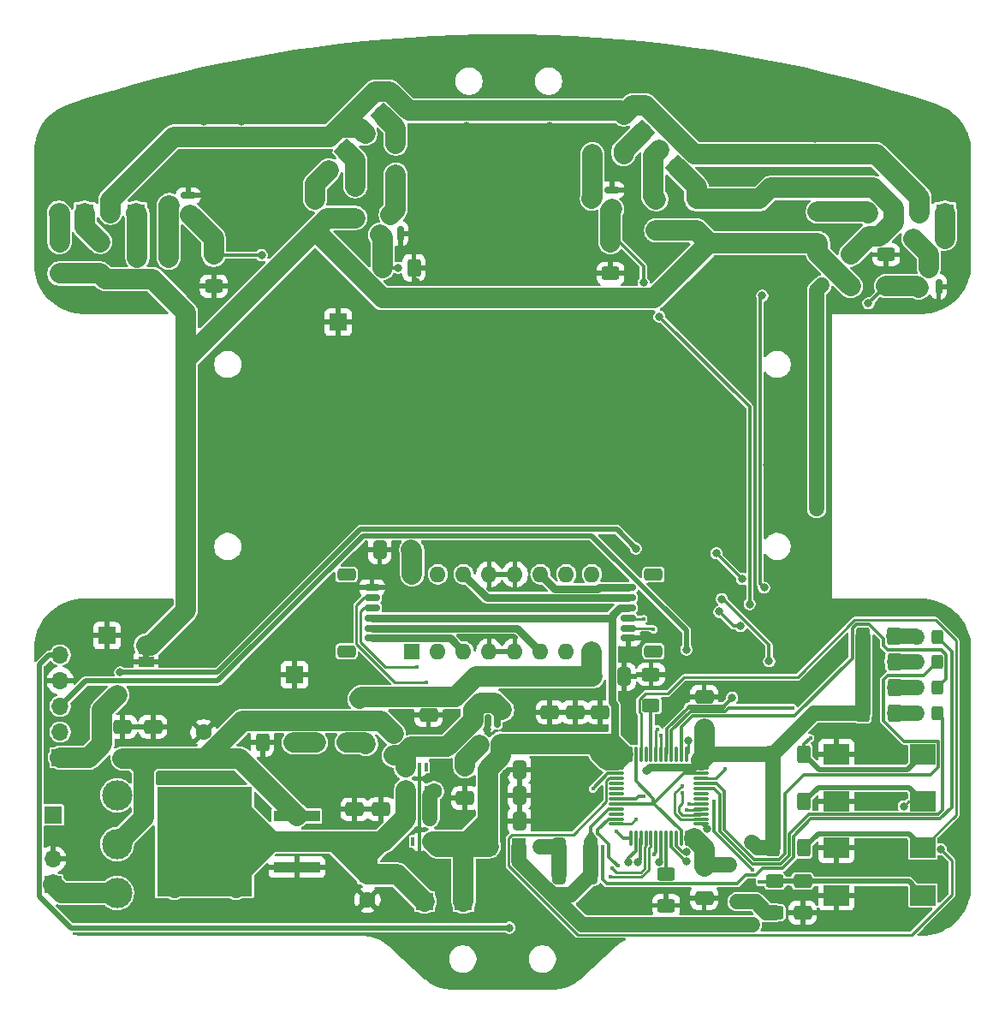
<source format=gtl>
G04 #@! TF.GenerationSoftware,KiCad,Pcbnew,9.0.2-2.fc42*
G04 #@! TF.CreationDate,2025-07-20T15:46:27-07:00*
G04 #@! TF.ProjectId,rezq_rev3,72657a71-5f72-4657-9633-2e6b69636164,rev?*
G04 #@! TF.SameCoordinates,Original*
G04 #@! TF.FileFunction,Copper,L1,Top*
G04 #@! TF.FilePolarity,Positive*
%FSLAX46Y46*%
G04 Gerber Fmt 4.6, Leading zero omitted, Abs format (unit mm)*
G04 Created by KiCad (PCBNEW 9.0.2-2.fc42) date 2025-07-20 15:46:27*
%MOMM*%
%LPD*%
G01*
G04 APERTURE LIST*
G04 Aperture macros list*
%AMRoundRect*
0 Rectangle with rounded corners*
0 $1 Rounding radius*
0 $2 $3 $4 $5 $6 $7 $8 $9 X,Y pos of 4 corners*
0 Add a 4 corners polygon primitive as box body*
4,1,4,$2,$3,$4,$5,$6,$7,$8,$9,$2,$3,0*
0 Add four circle primitives for the rounded corners*
1,1,$1+$1,$2,$3*
1,1,$1+$1,$4,$5*
1,1,$1+$1,$6,$7*
1,1,$1+$1,$8,$9*
0 Add four rect primitives between the rounded corners*
20,1,$1+$1,$2,$3,$4,$5,0*
20,1,$1+$1,$4,$5,$6,$7,0*
20,1,$1+$1,$6,$7,$8,$9,0*
20,1,$1+$1,$8,$9,$2,$3,0*%
%AMRotRect*
0 Rectangle, with rotation*
0 The origin of the aperture is its center*
0 $1 length*
0 $2 width*
0 $3 Rotation angle, in degrees counterclockwise*
0 Add horizontal line*
21,1,$1,$2,0,0,$3*%
G04 Aperture macros list end*
G04 #@! TA.AperFunction,EtchedComponent*
%ADD10C,0.000000*%
G04 #@! TD*
G04 #@! TA.AperFunction,SMDPad,CuDef*
%ADD11RoundRect,0.250000X-0.650000X0.412500X-0.650000X-0.412500X0.650000X-0.412500X0.650000X0.412500X0*%
G04 #@! TD*
G04 #@! TA.AperFunction,SMDPad,CuDef*
%ADD12RoundRect,0.250000X0.412500X0.650000X-0.412500X0.650000X-0.412500X-0.650000X0.412500X-0.650000X0*%
G04 #@! TD*
G04 #@! TA.AperFunction,SMDPad,CuDef*
%ADD13RoundRect,0.150000X0.587500X0.150000X-0.587500X0.150000X-0.587500X-0.150000X0.587500X-0.150000X0*%
G04 #@! TD*
G04 #@! TA.AperFunction,ComponentPad*
%ADD14R,1.700000X1.700000*%
G04 #@! TD*
G04 #@! TA.AperFunction,SMDPad,CuDef*
%ADD15R,0.508000X0.508000*%
G04 #@! TD*
G04 #@! TA.AperFunction,SMDPad,CuDef*
%ADD16RoundRect,0.250000X0.400000X0.625000X-0.400000X0.625000X-0.400000X-0.625000X0.400000X-0.625000X0*%
G04 #@! TD*
G04 #@! TA.AperFunction,SMDPad,CuDef*
%ADD17RoundRect,0.150000X0.625000X-0.150000X0.625000X0.150000X-0.625000X0.150000X-0.625000X-0.150000X0*%
G04 #@! TD*
G04 #@! TA.AperFunction,SMDPad,CuDef*
%ADD18RoundRect,0.250000X0.650000X-0.350000X0.650000X0.350000X-0.650000X0.350000X-0.650000X-0.350000X0*%
G04 #@! TD*
G04 #@! TA.AperFunction,SMDPad,CuDef*
%ADD19R,2.500000X2.000000*%
G04 #@! TD*
G04 #@! TA.AperFunction,SMDPad,CuDef*
%ADD20RoundRect,0.250000X-0.400000X-0.625000X0.400000X-0.625000X0.400000X0.625000X-0.400000X0.625000X0*%
G04 #@! TD*
G04 #@! TA.AperFunction,ComponentPad*
%ADD21C,3.000000*%
G04 #@! TD*
G04 #@! TA.AperFunction,SMDPad,CuDef*
%ADD22RoundRect,0.250000X0.325000X0.450000X-0.325000X0.450000X-0.325000X-0.450000X0.325000X-0.450000X0*%
G04 #@! TD*
G04 #@! TA.AperFunction,ComponentPad*
%ADD23O,1.700000X1.700000*%
G04 #@! TD*
G04 #@! TA.AperFunction,SMDPad,CuDef*
%ADD24RoundRect,0.250000X0.625000X-0.400000X0.625000X0.400000X-0.625000X0.400000X-0.625000X-0.400000X0*%
G04 #@! TD*
G04 #@! TA.AperFunction,SMDPad,CuDef*
%ADD25R,1.500000X1.000000*%
G04 #@! TD*
G04 #@! TA.AperFunction,SMDPad,CuDef*
%ADD26RoundRect,0.150000X0.150000X-0.587500X0.150000X0.587500X-0.150000X0.587500X-0.150000X-0.587500X0*%
G04 #@! TD*
G04 #@! TA.AperFunction,ComponentPad*
%ADD27RotRect,1.800000X1.800000X135.000000*%
G04 #@! TD*
G04 #@! TA.AperFunction,ComponentPad*
%ADD28C,1.800000*%
G04 #@! TD*
G04 #@! TA.AperFunction,ComponentPad*
%ADD29RotRect,1.800000X1.800000X225.000000*%
G04 #@! TD*
G04 #@! TA.AperFunction,SMDPad,CuDef*
%ADD30RoundRect,0.250000X-0.625000X0.400000X-0.625000X-0.400000X0.625000X-0.400000X0.625000X0.400000X0*%
G04 #@! TD*
G04 #@! TA.AperFunction,SMDPad,CuDef*
%ADD31RoundRect,0.250000X0.650000X-0.412500X0.650000X0.412500X-0.650000X0.412500X-0.650000X-0.412500X0*%
G04 #@! TD*
G04 #@! TA.AperFunction,SMDPad,CuDef*
%ADD32RoundRect,0.250000X-0.412500X-0.650000X0.412500X-0.650000X0.412500X0.650000X-0.412500X0.650000X0*%
G04 #@! TD*
G04 #@! TA.AperFunction,SMDPad,CuDef*
%ADD33RoundRect,0.150000X-0.150000X0.512500X-0.150000X-0.512500X0.150000X-0.512500X0.150000X0.512500X0*%
G04 #@! TD*
G04 #@! TA.AperFunction,ComponentPad*
%ADD34R,1.800000X1.800000*%
G04 #@! TD*
G04 #@! TA.AperFunction,ComponentPad*
%ADD35R,1.600000X1.600000*%
G04 #@! TD*
G04 #@! TA.AperFunction,ComponentPad*
%ADD36C,1.600000*%
G04 #@! TD*
G04 #@! TA.AperFunction,SMDPad,CuDef*
%ADD37R,0.355600X0.850900*%
G04 #@! TD*
G04 #@! TA.AperFunction,ComponentPad*
%ADD38O,1.600000X1.600000*%
G04 #@! TD*
G04 #@! TA.AperFunction,SMDPad,CuDef*
%ADD39RoundRect,0.250001X-0.462499X-0.624999X0.462499X-0.624999X0.462499X0.624999X-0.462499X0.624999X0*%
G04 #@! TD*
G04 #@! TA.AperFunction,SMDPad,CuDef*
%ADD40RoundRect,0.150000X-0.625000X0.150000X-0.625000X-0.150000X0.625000X-0.150000X0.625000X0.150000X0*%
G04 #@! TD*
G04 #@! TA.AperFunction,SMDPad,CuDef*
%ADD41RoundRect,0.250000X-0.650000X0.350000X-0.650000X-0.350000X0.650000X-0.350000X0.650000X0.350000X0*%
G04 #@! TD*
G04 #@! TA.AperFunction,SMDPad,CuDef*
%ADD42RoundRect,0.075000X-0.662500X-0.075000X0.662500X-0.075000X0.662500X0.075000X-0.662500X0.075000X0*%
G04 #@! TD*
G04 #@! TA.AperFunction,SMDPad,CuDef*
%ADD43RoundRect,0.075000X-0.075000X-0.662500X0.075000X-0.662500X0.075000X0.662500X-0.075000X0.662500X0*%
G04 #@! TD*
G04 #@! TA.AperFunction,SMDPad,CuDef*
%ADD44R,4.600000X1.100000*%
G04 #@! TD*
G04 #@! TA.AperFunction,SMDPad,CuDef*
%ADD45C,1.524000*%
G04 #@! TD*
G04 #@! TA.AperFunction,SMDPad,CuDef*
%ADD46R,9.400000X10.800000*%
G04 #@! TD*
G04 #@! TA.AperFunction,ViaPad*
%ADD47C,0.800000*%
G04 #@! TD*
G04 #@! TA.AperFunction,ViaPad*
%ADD48C,0.420000*%
G04 #@! TD*
G04 #@! TA.AperFunction,ViaPad*
%ADD49C,1.600000*%
G04 #@! TD*
G04 #@! TA.AperFunction,Conductor*
%ADD50C,2.000000*%
G04 #@! TD*
G04 #@! TA.AperFunction,Conductor*
%ADD51C,0.300000*%
G04 #@! TD*
G04 #@! TA.AperFunction,Conductor*
%ADD52C,1.500000*%
G04 #@! TD*
G04 #@! TA.AperFunction,Conductor*
%ADD53C,0.750000*%
G04 #@! TD*
G04 #@! TA.AperFunction,Conductor*
%ADD54C,0.500000*%
G04 #@! TD*
G04 #@! TA.AperFunction,Conductor*
%ADD55C,0.250000*%
G04 #@! TD*
G04 APERTURE END LIST*
D10*
G04 #@! TA.AperFunction,EtchedComponent*
G36*
X164600000Y-162330000D02*
G01*
X164000000Y-162330000D01*
X164000000Y-161830000D01*
X164600000Y-161830000D01*
X164600000Y-162330000D01*
G37*
G04 #@! TD.AperFunction*
D11*
X218750000Y-116937500D03*
X218750000Y-120062500D03*
X159750000Y-121187500D03*
X159750000Y-124312500D03*
D12*
X208312500Y-183750000D03*
X205187500Y-183750000D03*
D13*
X210375000Y-117950000D03*
X210375000Y-116050000D03*
X208500000Y-117000000D03*
D11*
X164998000Y-169131500D03*
X164998000Y-172256500D03*
D14*
X195700000Y-186420000D03*
D15*
X188793800Y-171717350D03*
X188793800Y-169817348D03*
X186406200Y-170767349D03*
D16*
X238296000Y-167767000D03*
X235196000Y-167767000D03*
D17*
X186652000Y-160371000D03*
X186652000Y-159371000D03*
X186652000Y-158371000D03*
X186652000Y-157371000D03*
X186652000Y-156371000D03*
X186652000Y-155371000D03*
D18*
X184127000Y-161671000D03*
X184127000Y-154071000D03*
D16*
X238296000Y-165227000D03*
X235196000Y-165227000D03*
D19*
X241135000Y-176530000D03*
X232575000Y-176530000D03*
D20*
X163450000Y-122750000D03*
X166550000Y-122750000D03*
D21*
X161438000Y-185554000D03*
X161438000Y-180728000D03*
X161438000Y-175902000D03*
D16*
X243300000Y-120847200D03*
X240200000Y-120847200D03*
D22*
X242597000Y-162687000D03*
X240547000Y-162687000D03*
D14*
X155088000Y-184750000D03*
D23*
X155088000Y-182210000D03*
D24*
X226500000Y-187504000D03*
X226500000Y-184404000D03*
D25*
X164300000Y-162730000D03*
X164300000Y-161430000D03*
D26*
X240800000Y-125625000D03*
X242700000Y-125625000D03*
X241750000Y-123750000D03*
D24*
X181000000Y-120050000D03*
X181000000Y-116950000D03*
D20*
X226288000Y-181102000D03*
X229388000Y-181102000D03*
D22*
X242587999Y-160274000D03*
X240538001Y-160274000D03*
D12*
X190538500Y-151638000D03*
X187413500Y-151638000D03*
D27*
X213360000Y-110363000D03*
D28*
X211563949Y-108566949D03*
D29*
X184183000Y-112290000D03*
D28*
X182386949Y-114086051D03*
D24*
X171000000Y-125550000D03*
X171000000Y-122450000D03*
D16*
X211550000Y-112500000D03*
X208450000Y-112500000D03*
D20*
X226288000Y-176530000D03*
X229388000Y-176530000D03*
D22*
X242588000Y-165227000D03*
X240538000Y-165227000D03*
D30*
X214250000Y-163950000D03*
X214250000Y-167050000D03*
D14*
X155140000Y-177850000D03*
D24*
X230750000Y-121300000D03*
X230750000Y-118200000D03*
D31*
X219500000Y-169312500D03*
X219500000Y-166187500D03*
D20*
X226288000Y-171831000D03*
X229388000Y-171831000D03*
D14*
X191860000Y-186420000D03*
D31*
X192239000Y-171114500D03*
X192239000Y-167989500D03*
D24*
X210250000Y-124300000D03*
X210250000Y-121200000D03*
D32*
X208439500Y-164171000D03*
X211564500Y-164171000D03*
D31*
X187549200Y-180410900D03*
X187549200Y-177285900D03*
D24*
X215750000Y-186800000D03*
X215750000Y-183700000D03*
D16*
X178919400Y-170694000D03*
X175819400Y-170694000D03*
D31*
X161998000Y-172256500D03*
X161998000Y-169131500D03*
D33*
X199034000Y-168527000D03*
X198084000Y-168527000D03*
X197134000Y-168527000D03*
X197134000Y-170802000D03*
X199034000Y-170802000D03*
D34*
X158233600Y-118307200D03*
D28*
X155693600Y-118307200D03*
D16*
X238296000Y-162687000D03*
X235196000Y-162687000D03*
D31*
X206750000Y-170812500D03*
X206750000Y-167687500D03*
D22*
X242597000Y-167767000D03*
X240547000Y-167767000D03*
D14*
X179000000Y-164000000D03*
D32*
X198106500Y-175882000D03*
X201231500Y-175882000D03*
D13*
X168500000Y-118500000D03*
X168500000Y-116600000D03*
X166625000Y-117550000D03*
D31*
X204250000Y-170812500D03*
X204250000Y-167687500D03*
D35*
X186203000Y-183736621D03*
D36*
X186203000Y-186236621D03*
D37*
X191983799Y-178200700D03*
X191333800Y-178200700D03*
X190683801Y-178200700D03*
X190683801Y-180474000D03*
X191333800Y-180474000D03*
X191983799Y-180474000D03*
D32*
X198106500Y-173342000D03*
X201231500Y-173342000D03*
D31*
X184933000Y-180424000D03*
X184933000Y-177299000D03*
D11*
X195869000Y-173059500D03*
X195869000Y-176184500D03*
D19*
X241135000Y-181102000D03*
X232575000Y-181102000D03*
D31*
X209250000Y-170812500D03*
X209250000Y-167687500D03*
D11*
X219500000Y-182937500D03*
X219500000Y-186062500D03*
D35*
X190627000Y-161671000D03*
D38*
X193167000Y-161671000D03*
X195707000Y-161671000D03*
X198247000Y-161671000D03*
X200787000Y-161671000D03*
X203327000Y-161671000D03*
X205867000Y-161671000D03*
X208407000Y-161671000D03*
X208407000Y-154051000D03*
X205867000Y-154051000D03*
X203327000Y-154051000D03*
X200787000Y-154051000D03*
X198247000Y-154051000D03*
X195707000Y-154051000D03*
X193167000Y-154051000D03*
X190627000Y-154051000D03*
D16*
X238287000Y-160147000D03*
X235187000Y-160147000D03*
D11*
X185000000Y-115687500D03*
X185000000Y-118812500D03*
D30*
X237500000Y-122450000D03*
X237500000Y-125550000D03*
D35*
X169998000Y-172194000D03*
D36*
X169998000Y-169694000D03*
D30*
X189000000Y-111450000D03*
X189000000Y-114550000D03*
D19*
X241135000Y-171831000D03*
X232575000Y-171831000D03*
D34*
X243323600Y-118307200D03*
D28*
X240783600Y-118307200D03*
D29*
X187775102Y-108697897D03*
D28*
X185979051Y-110493948D03*
D26*
X187550000Y-120374999D03*
X189450000Y-120374999D03*
X188500000Y-118500000D03*
D39*
X198220000Y-180962000D03*
X201195000Y-180962000D03*
D16*
X190800000Y-123750000D03*
X187700000Y-123750000D03*
D40*
X211977000Y-155371000D03*
X211977000Y-156371000D03*
X211977000Y-157371000D03*
X211977000Y-158371000D03*
X211977000Y-159371000D03*
X211977000Y-160371000D03*
D41*
X214502000Y-154071000D03*
X214502000Y-161671000D03*
D32*
X198106500Y-178422000D03*
X201231500Y-178422000D03*
D14*
X155803600Y-172186600D03*
D23*
X155803600Y-169646600D03*
X155803600Y-167106600D03*
X155803600Y-164566600D03*
X155803600Y-162026600D03*
D42*
X210837500Y-173250000D03*
X210837500Y-173750000D03*
X210837500Y-174250000D03*
X210837500Y-174750000D03*
X210837500Y-175250000D03*
X210837500Y-175750000D03*
X210837500Y-176250000D03*
X210837500Y-176750000D03*
X210837500Y-177250000D03*
X210837500Y-177750000D03*
X210837500Y-178250000D03*
X210837500Y-178750000D03*
D43*
X212250000Y-180162500D03*
X212750000Y-180162500D03*
X213250000Y-180162500D03*
X213750000Y-180162500D03*
X214250000Y-180162500D03*
X214750000Y-180162500D03*
X215250000Y-180162500D03*
X215750000Y-180162500D03*
X216250000Y-180162500D03*
X216750000Y-180162500D03*
X217250000Y-180162500D03*
X217750000Y-180162500D03*
D42*
X219162500Y-178750000D03*
X219162500Y-178250000D03*
X219162500Y-177750000D03*
X219162500Y-177250000D03*
X219162500Y-176750000D03*
X219162500Y-176250000D03*
X219162500Y-175750000D03*
X219162500Y-175250000D03*
X219162500Y-174750000D03*
X219162500Y-174250000D03*
X219162500Y-173750000D03*
X219162500Y-173250000D03*
D43*
X217750000Y-171837500D03*
X217250000Y-171837500D03*
X216750000Y-171837500D03*
X216250000Y-171837500D03*
X215750000Y-171837500D03*
X215250000Y-171837500D03*
X214750000Y-171837500D03*
X214250000Y-171837500D03*
X213750000Y-171837500D03*
X213250000Y-171837500D03*
X212750000Y-171837500D03*
X212250000Y-171837500D03*
D14*
X183300000Y-129130000D03*
D37*
X190683801Y-175394000D03*
X191333800Y-175394000D03*
X191983799Y-175394000D03*
X191983799Y-173120700D03*
X191333800Y-173120700D03*
X190683801Y-173120700D03*
D19*
X241135000Y-185801000D03*
X232575000Y-185801000D03*
D34*
X238243600Y-118307200D03*
D28*
X235703600Y-118307200D03*
D16*
X184176600Y-170694000D03*
X181076600Y-170694000D03*
D11*
X229250000Y-184391500D03*
X229250000Y-187516500D03*
D24*
X214750000Y-120050000D03*
X214750000Y-116950000D03*
X155750000Y-124300000D03*
X155750000Y-121200000D03*
D27*
X216875888Y-113878889D03*
D28*
X215079837Y-112082838D03*
D12*
X208312500Y-181000000D03*
X205187500Y-181000000D03*
D11*
X234000000Y-122437500D03*
X234000000Y-125562500D03*
D44*
X179218000Y-183014000D03*
X179218000Y-180474000D03*
D45*
X173189000Y-185046000D03*
X173189000Y-183014000D03*
X173189000Y-180982000D03*
X173189000Y-178950000D03*
X173189000Y-176918000D03*
X171157000Y-185046000D03*
X171157000Y-183014000D03*
X171157000Y-180982000D03*
X171157000Y-178950000D03*
X171157000Y-176918000D03*
D46*
X170068000Y-180474000D03*
D45*
X169125000Y-185046000D03*
X169125000Y-183014000D03*
X169125000Y-180982000D03*
X169125000Y-178950000D03*
X169125000Y-176918000D03*
X167093000Y-185046000D03*
X167093000Y-183014000D03*
X167093000Y-180982000D03*
X167093000Y-178950000D03*
X167093000Y-176918000D03*
D44*
X179218000Y-177934000D03*
D34*
X163313600Y-118307200D03*
D28*
X160773600Y-118307200D03*
D14*
X160430000Y-160120000D03*
D47*
X178630000Y-107010000D03*
X230500000Y-111000000D03*
X164360000Y-109590000D03*
X196000000Y-109750000D03*
X202717400Y-131495800D03*
X223774000Y-184912000D03*
X189382400Y-181660800D03*
X182372000Y-143256000D03*
X194056000Y-168402000D03*
X173750000Y-109250000D03*
X184170000Y-133330000D03*
X200250000Y-186944000D03*
X220750000Y-106470000D03*
X200660000Y-169164000D03*
X236750000Y-181000000D03*
X218008200Y-138226800D03*
X191050000Y-125140000D03*
X209600800Y-137896600D03*
X226250000Y-108250000D03*
X209600800Y-134645400D03*
X190703200Y-182829200D03*
X166497000Y-174117000D03*
X231250000Y-169250000D03*
X204250000Y-109750000D03*
X216250000Y-142500000D03*
X170000000Y-109250000D03*
X204216000Y-172466000D03*
X193000000Y-142250000D03*
X191262000Y-179324000D03*
X200183000Y-106161625D03*
X188163200Y-143408400D03*
X163753800Y-182473600D03*
X157530800Y-174980600D03*
X170688000Y-161544000D03*
X206298800Y-131419600D03*
X234610000Y-108440000D03*
X226568000Y-185928000D03*
X180710000Y-133380000D03*
X173609000Y-117983000D03*
X228250000Y-159500000D03*
X209000000Y-142500000D03*
X228250000Y-162500000D03*
X175971200Y-177165000D03*
X194640200Y-178130200D03*
X182570000Y-126570000D03*
X225729800Y-143256000D03*
X154240000Y-110410000D03*
X245010000Y-114690000D03*
X198069200Y-169367200D03*
X202750000Y-142500000D03*
X223240600Y-128041400D03*
X192630000Y-125140000D03*
X236750000Y-176500000D03*
X178409600Y-127152400D03*
X199898000Y-173736000D03*
X209550000Y-131419600D03*
X206298800Y-134645400D03*
X217932000Y-128930400D03*
X228346000Y-143205200D03*
X188330000Y-133460000D03*
X228250000Y-165750000D03*
X179247800Y-142214600D03*
X174244000Y-170688000D03*
X225000000Y-114750000D03*
X200250000Y-184750000D03*
X197317075Y-166817075D03*
X190538500Y-151638000D03*
X185420000Y-170694000D03*
X185420000Y-166370000D03*
X222039157Y-182789157D03*
X211153750Y-172153750D03*
X222758000Y-186436000D03*
X224336432Y-180663568D03*
X213750000Y-173500000D03*
X168175000Y-157675000D03*
X203250000Y-181000000D03*
X224282000Y-188682200D03*
X234000000Y-122437500D03*
X230632000Y-147574000D03*
X231140000Y-125476000D03*
D48*
X224250000Y-183250000D03*
D47*
X200250000Y-189000000D03*
D48*
X220500000Y-176500000D03*
X213500000Y-176000000D03*
X225000000Y-184500000D03*
D49*
X161450000Y-165975000D03*
X192786000Y-175500000D03*
D47*
X217750000Y-161500000D03*
X217970000Y-170500000D03*
X161750000Y-163750000D03*
D48*
X221555500Y-173305500D03*
D47*
X212750000Y-151500000D03*
D48*
X214875000Y-169375000D03*
X213500000Y-158500000D03*
X214500000Y-159500000D03*
X215250000Y-170000000D03*
X191135000Y-163195000D03*
X210393701Y-183106299D03*
X210250000Y-184000000D03*
X192024000Y-164715000D03*
D47*
X215070000Y-182500000D03*
X224000000Y-157000000D03*
X215079837Y-128579837D03*
D48*
X214535000Y-181739292D03*
D47*
X212034997Y-182500000D03*
X225930000Y-162653258D03*
X221250000Y-156500000D03*
X212965000Y-182500000D03*
X225430000Y-155375000D03*
X225250000Y-126500000D03*
X219820000Y-179195894D03*
X235750000Y-127250000D03*
X223110000Y-159179167D03*
X217726876Y-181523124D03*
X189250000Y-123750000D03*
X221000000Y-157750000D03*
X213500000Y-125220000D03*
X222285000Y-166250000D03*
X175750000Y-122500000D03*
X223247315Y-154500000D03*
X220715771Y-151968456D03*
X217756447Y-182452657D03*
D48*
X230000000Y-170250000D03*
X228250000Y-167250000D03*
X210963943Y-182889672D03*
D49*
X181000000Y-170694000D03*
D47*
X239250000Y-177000000D03*
X242915002Y-181250000D03*
D48*
X217750000Y-177315687D03*
X218000000Y-176750000D03*
X212750000Y-178250000D03*
X210837500Y-179500000D03*
X217302973Y-174947027D03*
X217306742Y-175693258D03*
X208500000Y-175250000D03*
X209500000Y-181000000D03*
D50*
X161438000Y-185554000D02*
X155934000Y-185554000D01*
X155934000Y-185554000D02*
X155130000Y-184750000D01*
D51*
X191333800Y-178200700D02*
X191333800Y-175394000D01*
X191333800Y-175394000D02*
X191333800Y-173120700D01*
D50*
X189676074Y-171947348D02*
X188793800Y-171947348D01*
X190627000Y-151726500D02*
X190538500Y-151638000D01*
X194066500Y-171114500D02*
X196400000Y-168781000D01*
X199514000Y-167480150D02*
X198768350Y-166734500D01*
X160773600Y-117034408D02*
X167028008Y-110780000D01*
X185372311Y-109887208D02*
X185979051Y-110493948D01*
X211563949Y-108566949D02*
X211217000Y-108220000D01*
X218539274Y-112530000D02*
X213676223Y-107666949D01*
X190627000Y-154051000D02*
X190627000Y-151726500D01*
X197399650Y-166734500D02*
X197317075Y-166817075D01*
X189969000Y-171654422D02*
X189969000Y-173142000D01*
X190309480Y-108220000D02*
X188384585Y-106295105D01*
X160773600Y-118307200D02*
X160773600Y-117034408D01*
X196654000Y-168527000D02*
X194066500Y-171114500D01*
X212463949Y-107666949D02*
X211563949Y-108566949D01*
X192239000Y-171114500D02*
X190508922Y-171114500D01*
X167028008Y-110780000D02*
X182470000Y-110780000D01*
X192239000Y-171114500D02*
X194066500Y-171114500D01*
X213676223Y-107666949D02*
X212463949Y-107666949D01*
X197317075Y-166817075D02*
X196654000Y-167480150D01*
X188384585Y-106295105D02*
X186954895Y-106295105D01*
X198768350Y-166734500D02*
X197399650Y-166734500D01*
X183362792Y-109887208D02*
X185372311Y-109887208D01*
X211217000Y-108220000D02*
X190309480Y-108220000D01*
X190508922Y-171114500D02*
X189676074Y-171947348D01*
X190508922Y-171114500D02*
X189969000Y-171654422D01*
X186954895Y-106295105D02*
X183362792Y-109887208D01*
X196654000Y-167480150D02*
X196654000Y-168527000D01*
X182470000Y-110780000D02*
X183362792Y-109887208D01*
X170227433Y-172194000D02*
X169998000Y-172194000D01*
X187540452Y-168564000D02*
X173857433Y-168564000D01*
X164068000Y-173186500D02*
X164998000Y-172256500D01*
X169998000Y-172194000D02*
X171335858Y-172194000D01*
X188793800Y-169817348D02*
X187540452Y-168564000D01*
X173560500Y-172256500D02*
X161998000Y-172256500D01*
X161998000Y-172256500D02*
X163138000Y-172256500D01*
X163138000Y-172256500D02*
X164068000Y-173186500D01*
X164068000Y-178098000D02*
X164068000Y-173186500D01*
X173857433Y-168564000D02*
X170227433Y-172194000D01*
X161438000Y-180728000D02*
X164068000Y-178098000D01*
X179218000Y-177914000D02*
X173560500Y-172256500D01*
X179218000Y-177934000D02*
X179218000Y-177914000D01*
X184176600Y-170694000D02*
X185420000Y-170694000D01*
X185420000Y-170694000D02*
X185934000Y-170694000D01*
X208407000Y-164138500D02*
X208439500Y-164171000D01*
X185420000Y-166370000D02*
X185593000Y-166197000D01*
X208407000Y-161671000D02*
X208407000Y-164138500D01*
X194924875Y-166197000D02*
X196950875Y-164171000D01*
X185934000Y-170694000D02*
X186055000Y-170815000D01*
X196950875Y-164171000D02*
X208439500Y-164171000D01*
X185593000Y-166197000D02*
X194924875Y-166197000D01*
X170649000Y-180474000D02*
X179218000Y-180474000D01*
X189176621Y-183736621D02*
X191860000Y-186420000D01*
X187752700Y-180474000D02*
X190026000Y-178200700D01*
X173189000Y-185046000D02*
X173189000Y-183933000D01*
X173189000Y-176918000D02*
X176745000Y-180474000D01*
X179218000Y-180474000D02*
X187752700Y-180474000D01*
X173189000Y-183933000D02*
X176648000Y-180474000D01*
X176745000Y-180474000D02*
X179218000Y-180474000D01*
X179218000Y-180474000D02*
X187600000Y-180474000D01*
X182940379Y-180474000D02*
X186203000Y-183736621D01*
X187600000Y-180474000D02*
X190026000Y-178048000D01*
X190026000Y-178048000D02*
X190026000Y-175394000D01*
X176648000Y-180474000D02*
X179218000Y-180474000D01*
X186203000Y-183736621D02*
X186203000Y-181871000D01*
X167093000Y-185046000D02*
X171665000Y-180474000D01*
X171665000Y-180474000D02*
X179218000Y-180474000D01*
X186203000Y-183736621D02*
X189176621Y-183736621D01*
X186203000Y-181871000D02*
X190026000Y-178048000D01*
X167093000Y-176918000D02*
X170649000Y-180474000D01*
X179218000Y-180474000D02*
X182940379Y-180474000D01*
D52*
X235196000Y-160156000D02*
X235187000Y-160147000D01*
D50*
X210837500Y-172470000D02*
X211153750Y-172153750D01*
X198106500Y-173342000D02*
X199392637Y-172055863D01*
X219500000Y-181132500D02*
X218530000Y-180162500D01*
X198106500Y-178422000D02*
X196054500Y-180474000D01*
D53*
X211977000Y-157371000D02*
X211202001Y-157371000D01*
D50*
X219500000Y-172132500D02*
X219162500Y-172470000D01*
D53*
X211202001Y-157371000D02*
X210397000Y-158176001D01*
D52*
X219648343Y-182789157D02*
X219500000Y-182937500D01*
D53*
X219500000Y-172132500D02*
X218537500Y-173095000D01*
D50*
X209250000Y-171750000D02*
X209970000Y-172470000D01*
X199403137Y-170812500D02*
X209250000Y-170812500D01*
D53*
X210397000Y-158176001D02*
X210397000Y-166697342D01*
D52*
X226288000Y-171831000D02*
X219801500Y-171831000D01*
X224336432Y-180663568D02*
X224211432Y-180538568D01*
D53*
X186652000Y-158371000D02*
X210202001Y-158371000D01*
D52*
X219801500Y-171831000D02*
X219500000Y-172132500D01*
D50*
X209250000Y-170812500D02*
X210445000Y-170812500D01*
D52*
X222758000Y-186436000D02*
X224607285Y-186436000D01*
X235196000Y-167767000D02*
X230352000Y-167767000D01*
X230352000Y-167767000D02*
X226288000Y-171831000D01*
X226288000Y-181102000D02*
X224774864Y-181102000D01*
X224774864Y-181102000D02*
X224336432Y-180663568D01*
D50*
X195700000Y-186420000D02*
X195700000Y-180828500D01*
D52*
X235196000Y-167767000D02*
X235196000Y-160156000D01*
D53*
X210397000Y-166697342D02*
X210655000Y-166955342D01*
D50*
X198220000Y-180962000D02*
X193129600Y-180962000D01*
D53*
X214155000Y-173095000D02*
X213750000Y-173500000D01*
D50*
X210445000Y-170812500D02*
X211470000Y-171837500D01*
D52*
X225675285Y-187504000D02*
X226500000Y-187504000D01*
X222039157Y-182789157D02*
X219648343Y-182789157D01*
D50*
X196054500Y-180474000D02*
X192641600Y-180474000D01*
D52*
X224607285Y-186436000D02*
X225675285Y-187504000D01*
X226288000Y-171831000D02*
X226288000Y-181102000D01*
D50*
X193129600Y-180962000D02*
X192641600Y-180474000D01*
X198106500Y-180848500D02*
X198220000Y-180962000D01*
X211153750Y-172153750D02*
X211470000Y-171837500D01*
X209970000Y-172470000D02*
X210837500Y-172470000D01*
D53*
X210655000Y-166955342D02*
X210655000Y-170602500D01*
D50*
X199392637Y-170802000D02*
X199403137Y-170812500D01*
X198106500Y-173342000D02*
X198106500Y-180848500D01*
X199392637Y-172055863D02*
X199392637Y-170802000D01*
D53*
X218537500Y-173095000D02*
X214155000Y-173095000D01*
X210202001Y-158371000D02*
X211202001Y-157371000D01*
D50*
X195700000Y-180828500D02*
X196054500Y-180474000D01*
X219500000Y-169312500D02*
X219500000Y-172132500D01*
X219500000Y-182937500D02*
X219500000Y-181132500D01*
D53*
X210655000Y-170602500D02*
X210445000Y-170812500D01*
D50*
X164966680Y-124880000D02*
X160317500Y-124880000D01*
X168250000Y-137250000D02*
X168250000Y-132800000D01*
X187687725Y-126750000D02*
X214537500Y-126750000D01*
X155762500Y-124312500D02*
X155750000Y-124300000D01*
X214537500Y-126750000D02*
X219987500Y-121300000D01*
X168250000Y-157600000D02*
X168250000Y-137250000D01*
D52*
X205187500Y-181000000D02*
X203250000Y-181000000D01*
D50*
X230750000Y-122312500D02*
X230750000Y-121300000D01*
X214762500Y-120062500D02*
X214750000Y-120050000D01*
X182237500Y-118812500D02*
X181000000Y-120050000D01*
X168250000Y-131250000D02*
X168250000Y-128163320D01*
X219987500Y-121300000D02*
X218750000Y-120062500D01*
X181000000Y-120062275D02*
X187687725Y-126750000D01*
X164750000Y-161100000D02*
X164300000Y-161100000D01*
X160317500Y-124880000D02*
X159750000Y-124312500D01*
X168250000Y-157600000D02*
X168175000Y-157675000D01*
X168250000Y-137250000D02*
X168250000Y-131250000D01*
D52*
X205187500Y-183750000D02*
X205187500Y-181000000D01*
D50*
X168175000Y-157675000D02*
X164750000Y-161100000D01*
X168250000Y-132800000D02*
X181000000Y-120050000D01*
X185000000Y-118812500D02*
X182237500Y-118812500D01*
X230750000Y-121300000D02*
X219987500Y-121300000D01*
X234000000Y-125562500D02*
X230750000Y-122312500D01*
X218750000Y-120062500D02*
X214762500Y-120062500D01*
X159750000Y-124312500D02*
X155762500Y-124312500D01*
X181000000Y-120050000D02*
X181000000Y-120062275D01*
X168250000Y-128163320D02*
X164966680Y-124880000D01*
D52*
X203568006Y-184797994D02*
X204520012Y-185750000D01*
D50*
X185000000Y-113107000D02*
X184183000Y-112290000D01*
X218750000Y-115753001D02*
X216875888Y-113878889D01*
X158233600Y-119671100D02*
X158233600Y-118307200D01*
X159750000Y-121187500D02*
X158233600Y-119671100D01*
X238243600Y-118307200D02*
X238243600Y-117834925D01*
X238243600Y-119256400D02*
X238243600Y-118307200D01*
D51*
X208312500Y-179033376D02*
X208312500Y-181000000D01*
D52*
X201195000Y-180962000D02*
X201195000Y-182424988D01*
X206312500Y-185750000D02*
X208312500Y-183750000D01*
D50*
X236247549Y-115838874D02*
X226074873Y-115838874D01*
D52*
X201195000Y-182424988D02*
X203568006Y-184797994D01*
X204520012Y-185750000D02*
X206312500Y-185750000D01*
X203568006Y-184797994D02*
X203568006Y-184797995D01*
X230632000Y-125984000D02*
X231140000Y-125476000D01*
X207452211Y-188682200D02*
X224282000Y-188682200D01*
D51*
X210095876Y-177250000D02*
X208312500Y-179033376D01*
D50*
X234000000Y-122437500D02*
X235767500Y-120670000D01*
X238243600Y-117834925D02*
X236247549Y-115838874D01*
X218750000Y-116937500D02*
X218750000Y-115753001D01*
X185000000Y-115687500D02*
X185000000Y-113107000D01*
X226074873Y-115838874D02*
X224976247Y-116937500D01*
D52*
X203568006Y-184797995D02*
X207452211Y-188682200D01*
X208312500Y-183750000D02*
X208312500Y-181000000D01*
D51*
X210837500Y-177250000D02*
X210095876Y-177250000D01*
D50*
X224976247Y-116937500D02*
X218750000Y-116937500D01*
X236830000Y-120670000D02*
X238243600Y-119256400D01*
D52*
X230632000Y-147574000D02*
X230632000Y-125984000D01*
D50*
X235767500Y-120670000D02*
X236830000Y-120670000D01*
D51*
X226241000Y-184500000D02*
X226500000Y-184759000D01*
X224250000Y-183250000D02*
X220500000Y-179500000D01*
X225000000Y-184500000D02*
X226241000Y-184500000D01*
X220500000Y-179500000D02*
X220500000Y-176500000D01*
D54*
X226512500Y-184391500D02*
X226500000Y-184404000D01*
X153750000Y-185872000D02*
X156878000Y-189000000D01*
X229237500Y-184759000D02*
X229250000Y-184746500D01*
X229250000Y-184391500D02*
X226512500Y-184391500D01*
D51*
X212750000Y-176250000D02*
X210837500Y-176250000D01*
D54*
X153750000Y-163000000D02*
X153750000Y-185872000D01*
X155181400Y-162090000D02*
X155740200Y-162090000D01*
X229250000Y-184746500D02*
X229575500Y-184421000D01*
D51*
X213500000Y-176000000D02*
X213000000Y-176000000D01*
D54*
X156878000Y-189000000D02*
X200250000Y-189000000D01*
X229575500Y-184421000D02*
X239755000Y-184421000D01*
X155740200Y-162090000D02*
X155803600Y-162026600D01*
D51*
X213000000Y-176000000D02*
X212750000Y-176250000D01*
D54*
X154723400Y-162026600D02*
X153750000Y-163000000D01*
X239755000Y-184421000D02*
X241135000Y-185801000D01*
X155803600Y-162026600D02*
X154723400Y-162026600D01*
D50*
X195869000Y-173059500D02*
X195869000Y-172324274D01*
X195869000Y-172324274D02*
X197262637Y-170930637D01*
X243300000Y-120847200D02*
X243300000Y-118330800D01*
X243300000Y-118330800D02*
X243323600Y-118307200D01*
X189000000Y-111450000D02*
X189000000Y-109922795D01*
X189000000Y-109922795D02*
X187775102Y-108697897D01*
X211550000Y-112173000D02*
X213360000Y-110363000D01*
X211550000Y-112500000D02*
X211550000Y-112173000D01*
X163450000Y-122750000D02*
X163450000Y-118443600D01*
X163450000Y-118443600D02*
X163313600Y-118307200D01*
D51*
X220500000Y-175250000D02*
X221050000Y-175800000D01*
X243095000Y-177380000D02*
X243095000Y-168265000D01*
X221050000Y-179441888D02*
X224295112Y-182687000D01*
X224295112Y-182687000D02*
X227092572Y-182687000D01*
X219162500Y-175250000D02*
X220500000Y-175250000D01*
X243095000Y-168265000D02*
X242597000Y-167767000D01*
X229889460Y-177810000D02*
X242665000Y-177810000D01*
X227930000Y-181849572D02*
X227930000Y-179769460D01*
X227930000Y-179769460D02*
X229889460Y-177810000D01*
X227092572Y-182687000D02*
X227930000Y-181849572D01*
X221050000Y-175800000D02*
X221050000Y-179441888D01*
X242665000Y-177810000D02*
X243095000Y-177380000D01*
D52*
X238296000Y-167767000D02*
X240547000Y-167767000D01*
D51*
X237669540Y-161532000D02*
X242973460Y-161532000D01*
X218339270Y-168032500D02*
X228467500Y-168032500D01*
X234157000Y-162343000D02*
X234157000Y-159395540D01*
X243452000Y-164363000D02*
X242588000Y-165227000D01*
X228467500Y-168032500D02*
X234157000Y-162343000D01*
X237266000Y-160444540D02*
X237266000Y-161128460D01*
X237266000Y-161128460D02*
X237669540Y-161532000D01*
X217250000Y-171837500D02*
X217250000Y-169121770D01*
X235813460Y-158992000D02*
X237266000Y-160444540D01*
X243452000Y-162010540D02*
X243452000Y-164363000D01*
X234560540Y-158992000D02*
X235813460Y-158992000D01*
X217250000Y-169121770D02*
X218339270Y-168032500D01*
X234157000Y-159395540D02*
X234560540Y-158992000D01*
X242973460Y-161532000D02*
X243452000Y-162010540D01*
D52*
X240538000Y-165227000D02*
X238296000Y-165227000D01*
X238296000Y-162687000D02*
X240547000Y-162687000D01*
D51*
X229384000Y-173866000D02*
X241910000Y-173866000D01*
X220750000Y-174750000D02*
X221480000Y-175480000D01*
X224473224Y-182257000D02*
X226914460Y-182257000D01*
X221480000Y-179263776D02*
X224473224Y-182257000D01*
X237266000Y-164475540D02*
X237669540Y-164072000D01*
X227500000Y-181671460D02*
X227500000Y-175750000D01*
X226914460Y-182257000D02*
X227500000Y-181671460D01*
X242665000Y-173111000D02*
X242665000Y-170551000D01*
X241910000Y-173866000D02*
X242665000Y-173111000D01*
X219162500Y-174750000D02*
X220750000Y-174750000D01*
X221480000Y-175480000D02*
X221480000Y-179263776D01*
X237669540Y-164072000D02*
X241212000Y-164072000D01*
X241212000Y-164072000D02*
X242597000Y-162687000D01*
X239298540Y-170551000D02*
X237266000Y-168518460D01*
X242665000Y-170551000D02*
X239298540Y-170551000D01*
X237266000Y-168518460D02*
X237266000Y-164475540D01*
X227500000Y-175750000D02*
X229384000Y-173866000D01*
D50*
X155803600Y-172186600D02*
X158653600Y-172186600D01*
X158653600Y-172186600D02*
X159968000Y-170872200D01*
X159968000Y-170872200D02*
X159968000Y-167457000D01*
X159968000Y-167457000D02*
X161450000Y-165975000D01*
D52*
X192391600Y-175894400D02*
X192391600Y-178200700D01*
X192786000Y-175500000D02*
X192391600Y-175894400D01*
D54*
X217750000Y-159615310D02*
X208384690Y-150250000D01*
D55*
X217970000Y-171617500D02*
X217750000Y-171837500D01*
D54*
X208384690Y-150250000D02*
X185750000Y-150250000D01*
X217750000Y-161500000D02*
X217750000Y-159615310D01*
X185750000Y-150250000D02*
X171405000Y-164595000D01*
X171405000Y-164595000D02*
X158315200Y-164595000D01*
X158315200Y-164595000D02*
X155803600Y-167106600D01*
D55*
X217970000Y-170500000D02*
X217970000Y-171617500D01*
X220611000Y-174250000D02*
X219162500Y-174250000D01*
D54*
X171359046Y-163750000D02*
X185489046Y-149620000D01*
D55*
X221555500Y-173305500D02*
X220611000Y-174250000D01*
D54*
X210870000Y-149620000D02*
X212750000Y-151500000D01*
X161750000Y-163750000D02*
X171359046Y-163750000D01*
X185489046Y-149620000D02*
X210870000Y-149620000D01*
D53*
X209109326Y-155371000D02*
X208999326Y-155481000D01*
X204757000Y-155481000D02*
X203327000Y-154051000D01*
X208999326Y-155481000D02*
X204757000Y-155481000D01*
X211977000Y-155371000D02*
X209109326Y-155371000D01*
X211977000Y-156371000D02*
X198027000Y-156371000D01*
X198027000Y-156371000D02*
X195707000Y-154051000D01*
D55*
X214725000Y-171812500D02*
X214750000Y-171837500D01*
X213500000Y-158500000D02*
X212106000Y-158500000D01*
X212106000Y-158500000D02*
X211977000Y-158371000D01*
X214725000Y-169525000D02*
X214725000Y-171812500D01*
X214875000Y-169375000D02*
X214725000Y-169525000D01*
X214500000Y-159500000D02*
X214371000Y-159371000D01*
X215250000Y-171837500D02*
X215250000Y-170000000D01*
X214371000Y-159371000D02*
X211977000Y-159371000D01*
D53*
X186657000Y-160366000D02*
X194402000Y-160366000D01*
X186652000Y-160371000D02*
X186657000Y-160366000D01*
X194402000Y-160366000D02*
X195707000Y-161671000D01*
X201027000Y-159371000D02*
X203327000Y-161671000D01*
X186652000Y-159371000D02*
X201027000Y-159371000D01*
D55*
X213250000Y-183500000D02*
X213620000Y-183130000D01*
X213620000Y-183130000D02*
X213620000Y-180998769D01*
X191135000Y-163195000D02*
X187945000Y-163195000D01*
X210393701Y-183106299D02*
X210787402Y-183500000D01*
X185877001Y-157371000D02*
X186652000Y-157371000D01*
X185500000Y-157748001D02*
X185877001Y-157371000D01*
X213620000Y-180998769D02*
X213750000Y-180868768D01*
X185500000Y-160750000D02*
X185500000Y-157748001D01*
X213750000Y-180868768D02*
X213750000Y-180162500D01*
X210787402Y-183500000D02*
X213250000Y-183500000D01*
X187945000Y-163195000D02*
X185500000Y-160750000D01*
X185120000Y-160907402D02*
X185120000Y-157128001D01*
X185877001Y-156371000D02*
X186652000Y-156371000D01*
X192024000Y-164715000D02*
X188927598Y-164715000D01*
X214000000Y-183287402D02*
X214000000Y-181156170D01*
X185120000Y-157128001D02*
X185877001Y-156371000D01*
X214250000Y-180906170D02*
X214250000Y-180162500D01*
X214000000Y-181156170D02*
X214250000Y-180906170D01*
X188927598Y-164715000D02*
X185120000Y-160907402D01*
X213287402Y-184000000D02*
X214000000Y-183287402D01*
X210250000Y-184000000D02*
X213287402Y-184000000D01*
D50*
X230750000Y-118200000D02*
X235596400Y-118200000D01*
X235596400Y-118200000D02*
X235703600Y-118307200D01*
D51*
X215250000Y-180162500D02*
X215250000Y-182320000D01*
X215250000Y-182320000D02*
X215070000Y-182500000D01*
D50*
X214750000Y-116950000D02*
X214473096Y-116673096D01*
D51*
X214535000Y-181739292D02*
X214750000Y-181524292D01*
D50*
X214473096Y-112689579D02*
X215079837Y-112082838D01*
X214473096Y-116673096D02*
X214473096Y-112689579D01*
D51*
X214750000Y-181524292D02*
X214750000Y-180162500D01*
X224000000Y-137491134D02*
X215088703Y-128579837D01*
X215088703Y-128579837D02*
X215079837Y-128579837D01*
X224000000Y-157000000D02*
X224000000Y-137491134D01*
X221392499Y-156500000D02*
X221250000Y-156500000D01*
D50*
X155750000Y-121200000D02*
X155750000Y-118363600D01*
D51*
X212034997Y-182140800D02*
X212034997Y-182500000D01*
X212750000Y-181425797D02*
X212034997Y-182140800D01*
D50*
X155750000Y-118363600D02*
X155693600Y-118307200D01*
D51*
X225930000Y-162653258D02*
X225930000Y-161037501D01*
X212750000Y-180162500D02*
X212750000Y-181425797D01*
X225930000Y-161037501D02*
X221392499Y-156500000D01*
X213215000Y-180197500D02*
X213215000Y-182250000D01*
D50*
X181000000Y-115473000D02*
X182386949Y-114086051D01*
D51*
X225049800Y-126700200D02*
X225250000Y-126500000D01*
X213250000Y-180162500D02*
X213215000Y-180197500D01*
X225430000Y-155375000D02*
X225049800Y-154994800D01*
X225049800Y-154994800D02*
X225049800Y-126700200D01*
X213215000Y-182250000D02*
X212965000Y-182500000D01*
D50*
X181000000Y-116950000D02*
X181000000Y-115473000D01*
X240537725Y-125550000D02*
X240706363Y-125718638D01*
D51*
X237450000Y-125550000D02*
X235750000Y-127250000D01*
D50*
X237500000Y-125550000D02*
X240537725Y-125550000D01*
D55*
X237500000Y-125550000D02*
X237450000Y-125550000D01*
D51*
X219374106Y-178750000D02*
X219820000Y-179195894D01*
X219162500Y-178750000D02*
X219374106Y-178750000D01*
D50*
X241750000Y-122397200D02*
X240200000Y-120847200D01*
X241750000Y-123750000D02*
X241750000Y-122397200D01*
X189000000Y-118000000D02*
X188500000Y-118500000D01*
X189000000Y-114550000D02*
X189000000Y-118000000D01*
D51*
X216750000Y-180904124D02*
X217369000Y-181523124D01*
X222429167Y-159179167D02*
X223110000Y-159179167D01*
X221000000Y-157750000D02*
X222429167Y-159179167D01*
D50*
X187700000Y-120712274D02*
X187456362Y-120468636D01*
D51*
X216750000Y-180162500D02*
X216750000Y-180904124D01*
X217369000Y-181523124D02*
X217726876Y-181523124D01*
D50*
X187700000Y-123750000D02*
X187700000Y-120712274D01*
D51*
X187700000Y-123750000D02*
X189250000Y-123750000D01*
D50*
X208450000Y-116862725D02*
X208406362Y-116906363D01*
X208450000Y-112500000D02*
X208450000Y-116862725D01*
D51*
X215820000Y-169335546D02*
X217983046Y-167172500D01*
X213500000Y-123575000D02*
X213500000Y-125220000D01*
D54*
X217983046Y-167172500D02*
X221362500Y-167172500D01*
D51*
X215750000Y-171837500D02*
X215820000Y-171767500D01*
X221362500Y-167172500D02*
X222285000Y-166250000D01*
D50*
X210250000Y-118075000D02*
X210375000Y-117950000D01*
D51*
X211125000Y-121200000D02*
X213500000Y-123575000D01*
D50*
X210250000Y-121200000D02*
X210250000Y-118075000D01*
D51*
X215820000Y-171767500D02*
X215820000Y-169335546D01*
X210250000Y-121200000D02*
X211125000Y-121200000D01*
D50*
X171000000Y-122450000D02*
X171000000Y-120820000D01*
D51*
X220715771Y-151968456D02*
X223247315Y-154500000D01*
X175750000Y-122500000D02*
X171250000Y-122500000D01*
D50*
X171000000Y-120820000D02*
X168680000Y-118500000D01*
D51*
X217690421Y-182452657D02*
X217756447Y-182452657D01*
X216250000Y-180162500D02*
X216250000Y-181012236D01*
X171200000Y-122450000D02*
X171000000Y-122450000D01*
X216250000Y-181012236D02*
X217690421Y-182452657D01*
X171250000Y-122500000D02*
X171200000Y-122450000D01*
D55*
X228729784Y-164250000D02*
X234392784Y-158587000D01*
X213250000Y-171837500D02*
X213250000Y-167796106D01*
D54*
X239755000Y-179722000D02*
X241135000Y-181102000D01*
D55*
X213691894Y-165862000D02*
X215900000Y-165862000D01*
X244405000Y-160594895D02*
X244405000Y-177832000D01*
X213250000Y-167796106D02*
X213120000Y-167666106D01*
D54*
X230768000Y-179722000D02*
X239755000Y-179722000D01*
D55*
X217512000Y-164250000D02*
X228729784Y-164250000D01*
X244405000Y-177832000D02*
X241135000Y-181102000D01*
X234392784Y-158587000D02*
X242397105Y-158587000D01*
D54*
X229388000Y-181102000D02*
X230768000Y-179722000D01*
D55*
X213120000Y-167666106D02*
X213120000Y-166433894D01*
X215900000Y-165862000D02*
X217512000Y-164250000D01*
X213120000Y-166433894D02*
X213691894Y-165862000D01*
X242397105Y-158587000D02*
X244405000Y-160594895D01*
D51*
X229388000Y-170862000D02*
X229388000Y-171831000D01*
X228250000Y-167250000D02*
X221893112Y-167250000D01*
D54*
X229388000Y-171831000D02*
X230893000Y-173336000D01*
X239630000Y-173336000D02*
X241135000Y-171831000D01*
D51*
X218161158Y-167602500D02*
X216250000Y-169513658D01*
X221540612Y-167602500D02*
X218161158Y-167602500D01*
X216250000Y-169513658D02*
X216250000Y-171837500D01*
X230000000Y-170250000D02*
X229388000Y-170862000D01*
D54*
X230893000Y-173336000D02*
X239630000Y-173336000D01*
D51*
X221893112Y-167250000D02*
X221540612Y-167602500D01*
X210943701Y-182878481D02*
X210621519Y-182556299D01*
X210952752Y-182878481D02*
X210943701Y-182878481D01*
X209027818Y-179750000D02*
X209000000Y-179750000D01*
X209000000Y-179750000D02*
X209000000Y-179345876D01*
X210095876Y-178250000D02*
X210837500Y-178250000D01*
X210621519Y-182556299D02*
X210602638Y-182556299D01*
X210963943Y-182889672D02*
X210952752Y-182878481D01*
X210050000Y-182003661D02*
X210050000Y-180772182D01*
X210602638Y-182556299D02*
X210050000Y-182003661D01*
D50*
X181076600Y-170694000D02*
X181000000Y-170694000D01*
D51*
X210050000Y-180772182D02*
X209027818Y-179750000D01*
D50*
X181000000Y-170694000D02*
X178919400Y-170694000D01*
D51*
X209000000Y-179345876D02*
X210095876Y-178250000D01*
D54*
X239755000Y-175150000D02*
X241135000Y-176530000D01*
D55*
X209845000Y-176542785D02*
X209845000Y-174477756D01*
X206555785Y-179832000D02*
X209845000Y-176542785D01*
X244000000Y-185750000D02*
X240062800Y-189687200D01*
X209845000Y-174477756D02*
X210072756Y-174250000D01*
X239720000Y-176530000D02*
X241135000Y-176530000D01*
X200190000Y-182841273D02*
X200190000Y-180158394D01*
X207035927Y-189687200D02*
X200190000Y-182841273D01*
X210072756Y-174250000D02*
X210837500Y-174250000D01*
X200190000Y-180158394D02*
X200516394Y-179832000D01*
X244000000Y-182334998D02*
X244000000Y-185750000D01*
X200516394Y-179832000D02*
X206555785Y-179832000D01*
D54*
X230768000Y-175150000D02*
X239755000Y-175150000D01*
D55*
X239250000Y-177000000D02*
X239720000Y-176530000D01*
X240062800Y-189687200D02*
X207035927Y-189687200D01*
D54*
X229388000Y-176530000D02*
X230768000Y-175150000D01*
D55*
X242915002Y-181250000D02*
X244000000Y-182334998D01*
X219096813Y-177315687D02*
X219162500Y-177250000D01*
X217750000Y-177315687D02*
X219096813Y-177315687D01*
X219162500Y-176750000D02*
X218000000Y-176750000D01*
X212250000Y-178750000D02*
X212750000Y-178250000D01*
X210837500Y-178750000D02*
X212250000Y-178750000D01*
D51*
X211500000Y-180162500D02*
X212250000Y-180162500D01*
X210837500Y-179500000D02*
X211500000Y-180162500D01*
D55*
X217212598Y-178250000D02*
X219162500Y-178250000D01*
X216620000Y-175630000D02*
X216620000Y-177657402D01*
X217302973Y-174947027D02*
X216620000Y-175630000D01*
X216620000Y-177657402D02*
X217212598Y-178250000D01*
X217306742Y-176700795D02*
X217000000Y-177007537D01*
X217306742Y-175693258D02*
X217306742Y-176700795D01*
X217000000Y-177007537D02*
X217000000Y-177500000D01*
X219071813Y-177840687D02*
X219162500Y-177750000D01*
X217340687Y-177840687D02*
X219071813Y-177840687D01*
X217000000Y-177500000D02*
X217340687Y-177840687D01*
D51*
X214250000Y-171837500D02*
X214250000Y-167050000D01*
X230067572Y-178240000D02*
X242843112Y-178240000D01*
X228360000Y-182027684D02*
X228360000Y-179947572D01*
X242843112Y-178240000D02*
X244000000Y-177083112D01*
X223616000Y-183800000D02*
X224632000Y-183800000D01*
X244000000Y-161686001D02*
X242587999Y-160274000D01*
X209500000Y-184250000D02*
X209880000Y-184630000D01*
X209500000Y-181000000D02*
X209500000Y-184250000D01*
X208500000Y-175250000D02*
X210000000Y-173750000D01*
X225315000Y-183117000D02*
X227270684Y-183117000D01*
X209880000Y-184630000D02*
X222786000Y-184630000D01*
X227270684Y-183117000D02*
X228360000Y-182027684D01*
X224632000Y-183800000D02*
X225315000Y-183117000D01*
X210000000Y-173750000D02*
X210837500Y-173750000D01*
X244000000Y-177083112D02*
X244000000Y-161686001D01*
X228360000Y-179947572D02*
X230067572Y-178240000D01*
X222786000Y-184630000D02*
X223616000Y-183800000D01*
D52*
X238287000Y-160147000D02*
X240411001Y-160147000D01*
X240411001Y-160147000D02*
X240538001Y-160274000D01*
D50*
X166550000Y-122750000D02*
X166550000Y-117625000D01*
X166550000Y-117625000D02*
X166625000Y-117550000D01*
D51*
X215750000Y-180162500D02*
X215750000Y-183700000D01*
X217500000Y-173750000D02*
X214500000Y-176750000D01*
X212750000Y-174472182D02*
X214500000Y-176222182D01*
X217250000Y-179420876D02*
X217250000Y-180162500D01*
X217500000Y-173750000D02*
X219162500Y-173750000D01*
X210837500Y-176750000D02*
X213000000Y-176750000D01*
X214579124Y-176750000D02*
X217250000Y-179420876D01*
X213000000Y-176750000D02*
X214579124Y-176750000D01*
X214500000Y-176222182D02*
X214500000Y-176750000D01*
X214500000Y-176750000D02*
X213000000Y-176750000D01*
X212750000Y-171837500D02*
X212750000Y-174472182D01*
D50*
X236526400Y-112530000D02*
X218539274Y-112530000D01*
X240783600Y-118307200D02*
X240783600Y-116787200D01*
X240783600Y-116787200D02*
X236526400Y-112530000D01*
G04 #@! TA.AperFunction,Conductor*
G36*
X154892925Y-162596689D02*
G01*
X154948859Y-162638560D01*
X154952695Y-162643981D01*
X154987624Y-162696257D01*
X155133942Y-162842575D01*
X155306005Y-162957543D01*
X155408643Y-163000056D01*
X155470708Y-163025764D01*
X155525111Y-163069605D01*
X155547176Y-163135899D01*
X155529897Y-163203598D01*
X155478760Y-163251209D01*
X155461574Y-163258256D01*
X155285381Y-163315505D01*
X155096042Y-163411979D01*
X154924140Y-163536872D01*
X154924135Y-163536876D01*
X154773876Y-163687135D01*
X154773872Y-163687140D01*
X154648979Y-163859042D01*
X154552504Y-164048382D01*
X154486842Y-164250470D01*
X154486842Y-164250473D01*
X154476369Y-164316600D01*
X155370588Y-164316600D01*
X155337675Y-164373607D01*
X155303600Y-164500774D01*
X155303600Y-164632426D01*
X155337675Y-164759593D01*
X155370588Y-164816600D01*
X154476369Y-164816600D01*
X154486842Y-164882726D01*
X154486842Y-164882729D01*
X154552504Y-165084817D01*
X154648979Y-165274157D01*
X154773872Y-165446059D01*
X154773876Y-165446064D01*
X154924135Y-165596323D01*
X154924140Y-165596327D01*
X155096042Y-165721220D01*
X155285382Y-165817695D01*
X155461573Y-165874943D01*
X155519248Y-165914380D01*
X155546447Y-165978739D01*
X155534532Y-166047585D01*
X155487288Y-166099061D01*
X155470708Y-166107435D01*
X155306003Y-166175657D01*
X155133942Y-166290624D01*
X154987624Y-166436942D01*
X154872658Y-166609003D01*
X154793470Y-166800179D01*
X154793468Y-166800187D01*
X154753100Y-167003130D01*
X154753100Y-167210069D01*
X154793468Y-167413012D01*
X154793470Y-167413020D01*
X154831265Y-167504266D01*
X154872659Y-167604198D01*
X154902135Y-167648312D01*
X154987624Y-167776257D01*
X155133942Y-167922575D01*
X155133945Y-167922577D01*
X155306002Y-168037541D01*
X155497180Y-168116730D01*
X155691387Y-168155360D01*
X155700130Y-168157099D01*
X155700134Y-168157100D01*
X155700135Y-168157100D01*
X155907066Y-168157100D01*
X155907067Y-168157099D01*
X156110020Y-168116730D01*
X156301198Y-168037541D01*
X156473255Y-167922577D01*
X156619577Y-167776255D01*
X156734541Y-167604198D01*
X156813730Y-167413020D01*
X156854100Y-167210065D01*
X156854100Y-167003135D01*
X156852452Y-166994850D01*
X156815610Y-166809629D01*
X156821837Y-166740037D01*
X156849546Y-166697757D01*
X157657422Y-165889882D01*
X158465485Y-165081819D01*
X158526808Y-165048334D01*
X158553166Y-165045500D01*
X160382375Y-165045500D01*
X160449414Y-165065185D01*
X160495169Y-165117989D01*
X160505113Y-165187147D01*
X160476088Y-165250703D01*
X160470056Y-165257181D01*
X159052312Y-166674923D01*
X158945454Y-166822001D01*
X158941242Y-166827797D01*
X158941236Y-166827808D01*
X158855454Y-166996163D01*
X158797059Y-167175881D01*
X158767500Y-167362513D01*
X158767500Y-170323574D01*
X158747815Y-170390613D01*
X158731181Y-170411255D01*
X158192655Y-170949781D01*
X158131332Y-170983266D01*
X158104974Y-170986100D01*
X155709114Y-170986100D01*
X155522481Y-171015659D01*
X155342763Y-171074054D01*
X155247519Y-171122585D01*
X155191224Y-171136100D01*
X154933847Y-171136100D01*
X154875370Y-171147731D01*
X154875369Y-171147732D01*
X154809047Y-171192047D01*
X154764732Y-171258369D01*
X154764731Y-171258370D01*
X154753100Y-171316847D01*
X154753100Y-171574223D01*
X154739585Y-171630518D01*
X154691054Y-171725763D01*
X154632659Y-171905481D01*
X154603100Y-172092113D01*
X154603100Y-172281086D01*
X154632659Y-172467718D01*
X154691054Y-172647436D01*
X154739585Y-172742681D01*
X154753100Y-172798976D01*
X154753100Y-173056352D01*
X154764731Y-173114829D01*
X154764732Y-173114830D01*
X154809047Y-173181152D01*
X154875369Y-173225467D01*
X154875370Y-173225468D01*
X154933847Y-173237099D01*
X154933850Y-173237100D01*
X154933852Y-173237100D01*
X155191224Y-173237100D01*
X155247519Y-173250615D01*
X155342763Y-173299145D01*
X155342765Y-173299145D01*
X155342768Y-173299147D01*
X155439097Y-173330446D01*
X155522481Y-173357540D01*
X155709114Y-173387100D01*
X155709119Y-173387100D01*
X158748086Y-173387100D01*
X158934718Y-173357540D01*
X158986798Y-173340618D01*
X159114432Y-173299147D01*
X159282799Y-173213360D01*
X159435674Y-173102290D01*
X160606979Y-171930984D01*
X160668300Y-171897501D01*
X160737992Y-171902485D01*
X160793925Y-171944357D01*
X160818342Y-172009821D01*
X160817131Y-172038064D01*
X160797500Y-172162012D01*
X160797500Y-172350986D01*
X160827059Y-172537618D01*
X160885453Y-172717332D01*
X160885457Y-172717341D01*
X160890381Y-172727005D01*
X160897429Y-172746729D01*
X160897862Y-172746578D01*
X160922659Y-172817445D01*
X160945207Y-172881882D01*
X161011114Y-172971183D01*
X161025850Y-172991150D01*
X161057876Y-173014786D01*
X161078422Y-173035482D01*
X161079144Y-173034866D01*
X161082309Y-173038571D01*
X161082310Y-173038573D01*
X161215927Y-173172190D01*
X161368801Y-173283260D01*
X161426728Y-173312775D01*
X161537163Y-173369045D01*
X161537165Y-173369045D01*
X161537168Y-173369047D01*
X161633497Y-173400346D01*
X161716881Y-173427440D01*
X161903514Y-173457000D01*
X161903519Y-173457000D01*
X162589374Y-173457000D01*
X162618814Y-173465644D01*
X162648801Y-173472168D01*
X162653816Y-173475922D01*
X162656413Y-173476685D01*
X162677050Y-173493314D01*
X162831182Y-173647445D01*
X162864666Y-173708767D01*
X162867500Y-173735125D01*
X162867500Y-174627266D01*
X162847815Y-174694305D01*
X162795011Y-174740060D01*
X162725853Y-174750004D01*
X162662297Y-174720979D01*
X162655819Y-174714947D01*
X162561629Y-174620757D01*
X162561622Y-174620751D01*
X162384782Y-174485058D01*
X162384780Y-174485057D01*
X162384774Y-174485052D01*
X162191726Y-174373595D01*
X162191722Y-174373593D01*
X161985790Y-174288293D01*
X161985783Y-174288291D01*
X161985781Y-174288290D01*
X161770463Y-174230596D01*
X161770457Y-174230595D01*
X161770452Y-174230594D01*
X161549466Y-174201501D01*
X161549463Y-174201500D01*
X161549457Y-174201500D01*
X161326543Y-174201500D01*
X161326537Y-174201500D01*
X161326533Y-174201501D01*
X161105547Y-174230594D01*
X161105540Y-174230595D01*
X161105537Y-174230596D01*
X160937437Y-174275638D01*
X160890219Y-174288290D01*
X160890209Y-174288293D01*
X160684277Y-174373593D01*
X160684273Y-174373595D01*
X160491226Y-174485052D01*
X160491217Y-174485058D01*
X160314377Y-174620751D01*
X160314370Y-174620757D01*
X160156757Y-174778370D01*
X160156751Y-174778377D01*
X160021058Y-174955217D01*
X160021052Y-174955226D01*
X159909595Y-175148273D01*
X159909593Y-175148277D01*
X159824293Y-175354209D01*
X159824290Y-175354219D01*
X159766785Y-175568834D01*
X159766597Y-175569534D01*
X159766594Y-175569547D01*
X159737501Y-175790533D01*
X159737500Y-175790549D01*
X159737500Y-176013450D01*
X159737501Y-176013466D01*
X159766594Y-176234452D01*
X159766595Y-176234456D01*
X159766596Y-176234463D01*
X159824290Y-176449780D01*
X159824293Y-176449790D01*
X159906340Y-176647868D01*
X159909595Y-176655726D01*
X160021052Y-176848774D01*
X160021057Y-176848780D01*
X160021058Y-176848782D01*
X160156751Y-177025622D01*
X160156757Y-177025629D01*
X160314370Y-177183242D01*
X160314377Y-177183248D01*
X160431998Y-177273501D01*
X160491226Y-177318948D01*
X160684274Y-177430405D01*
X160706992Y-177439815D01*
X160852291Y-177500000D01*
X160890219Y-177515710D01*
X161105537Y-177573404D01*
X161326543Y-177602500D01*
X161326550Y-177602500D01*
X161549450Y-177602500D01*
X161549457Y-177602500D01*
X161770463Y-177573404D01*
X161985781Y-177515710D01*
X162191726Y-177430405D01*
X162384774Y-177318948D01*
X162561624Y-177183247D01*
X162608052Y-177136819D01*
X162655819Y-177089053D01*
X162717142Y-177055568D01*
X162786834Y-177060552D01*
X162842767Y-177102424D01*
X162867184Y-177167888D01*
X162867500Y-177176734D01*
X162867500Y-177549374D01*
X162847815Y-177616413D01*
X162831181Y-177637055D01*
X161477055Y-178991181D01*
X161415732Y-179024666D01*
X161389374Y-179027500D01*
X161326543Y-179027500D01*
X161326537Y-179027500D01*
X161326533Y-179027501D01*
X161105547Y-179056594D01*
X161105540Y-179056595D01*
X161105537Y-179056596D01*
X160979621Y-179090335D01*
X160890219Y-179114290D01*
X160890209Y-179114293D01*
X160684277Y-179199593D01*
X160684273Y-179199595D01*
X160491226Y-179311052D01*
X160491217Y-179311058D01*
X160314377Y-179446751D01*
X160314370Y-179446757D01*
X160156757Y-179604370D01*
X160156751Y-179604377D01*
X160021058Y-179781217D01*
X160021052Y-179781226D01*
X159909595Y-179974273D01*
X159909593Y-179974277D01*
X159824293Y-180180209D01*
X159824290Y-180180219D01*
X159778684Y-180350426D01*
X159766597Y-180395534D01*
X159766594Y-180395547D01*
X159737501Y-180616533D01*
X159737500Y-180616543D01*
X159737500Y-180839450D01*
X159737501Y-180839466D01*
X159766594Y-181060452D01*
X159766595Y-181060457D01*
X159766596Y-181060463D01*
X159819161Y-181256640D01*
X159824290Y-181275780D01*
X159824293Y-181275790D01*
X159909593Y-181481722D01*
X159909595Y-181481726D01*
X160021052Y-181674774D01*
X160021057Y-181674780D01*
X160021058Y-181674782D01*
X160156751Y-181851622D01*
X160156757Y-181851629D01*
X160314370Y-182009242D01*
X160314377Y-182009248D01*
X160366379Y-182049150D01*
X160491226Y-182144948D01*
X160684274Y-182256405D01*
X160890219Y-182341710D01*
X161105537Y-182399404D01*
X161326543Y-182428500D01*
X161326550Y-182428500D01*
X161549450Y-182428500D01*
X161549457Y-182428500D01*
X161770463Y-182399404D01*
X161985781Y-182341710D01*
X162191726Y-182256405D01*
X162384774Y-182144948D01*
X162561624Y-182009247D01*
X162719247Y-181851624D01*
X162854948Y-181674774D01*
X162966405Y-181481726D01*
X163051710Y-181275781D01*
X163109404Y-181060463D01*
X163138500Y-180839457D01*
X163138500Y-180776625D01*
X163158185Y-180709586D01*
X163174819Y-180688944D01*
X164955819Y-178907944D01*
X165017142Y-178874459D01*
X165086834Y-178879443D01*
X165142767Y-178921315D01*
X165167184Y-178986779D01*
X165167500Y-178995625D01*
X165167500Y-185893752D01*
X165179131Y-185952229D01*
X165179132Y-185952230D01*
X165223447Y-186018552D01*
X165289769Y-186062867D01*
X165289770Y-186062868D01*
X165348247Y-186074499D01*
X165348250Y-186074500D01*
X165348252Y-186074500D01*
X166437446Y-186074500D01*
X166493741Y-186088015D01*
X166632163Y-186158545D01*
X166632165Y-186158545D01*
X166632168Y-186158547D01*
X166710381Y-186183960D01*
X166811881Y-186216940D01*
X166998514Y-186246500D01*
X166998519Y-186246500D01*
X167187486Y-186246500D01*
X167374118Y-186216940D01*
X167553832Y-186158547D01*
X167692259Y-186088014D01*
X167748554Y-186074500D01*
X172533446Y-186074500D01*
X172589741Y-186088015D01*
X172728163Y-186158545D01*
X172728165Y-186158545D01*
X172728168Y-186158547D01*
X172806381Y-186183960D01*
X172907881Y-186216940D01*
X173094514Y-186246500D01*
X173094519Y-186246500D01*
X173283486Y-186246500D01*
X173470118Y-186216940D01*
X173649832Y-186158547D01*
X173788259Y-186088014D01*
X173844554Y-186074500D01*
X174787750Y-186074500D01*
X174787751Y-186074499D01*
X174802568Y-186071552D01*
X174846229Y-186062868D01*
X174846229Y-186062867D01*
X174846231Y-186062867D01*
X174875124Y-186043560D01*
X174900905Y-186026335D01*
X174900905Y-186026334D01*
X174912552Y-186018552D01*
X174956867Y-185952231D01*
X174956867Y-185952229D01*
X174956868Y-185952229D01*
X174968499Y-185893752D01*
X174968500Y-185893750D01*
X174968500Y-183902624D01*
X174988185Y-183835585D01*
X175004814Y-183814948D01*
X175207918Y-183611844D01*
X176418000Y-183611844D01*
X176424401Y-183671372D01*
X176424403Y-183671379D01*
X176474645Y-183806086D01*
X176474649Y-183806093D01*
X176560809Y-183921187D01*
X176560812Y-183921190D01*
X176675906Y-184007350D01*
X176675913Y-184007354D01*
X176810620Y-184057596D01*
X176810627Y-184057598D01*
X176870155Y-184063999D01*
X176870172Y-184064000D01*
X178968000Y-184064000D01*
X179468000Y-184064000D01*
X181565828Y-184064000D01*
X181565844Y-184063999D01*
X181625372Y-184057598D01*
X181625379Y-184057596D01*
X181760086Y-184007354D01*
X181760093Y-184007350D01*
X181875187Y-183921190D01*
X181875190Y-183921187D01*
X181961350Y-183806093D01*
X181961354Y-183806086D01*
X182011596Y-183671379D01*
X182011598Y-183671372D01*
X182017999Y-183611844D01*
X182018000Y-183611827D01*
X182018000Y-183264000D01*
X179468000Y-183264000D01*
X179468000Y-184064000D01*
X178968000Y-184064000D01*
X178968000Y-183264000D01*
X176418000Y-183264000D01*
X176418000Y-183611844D01*
X175207918Y-183611844D01*
X176206321Y-182613441D01*
X176267642Y-182579958D01*
X176337334Y-182584942D01*
X176393267Y-182626814D01*
X176417684Y-182692278D01*
X176418000Y-182701124D01*
X176418000Y-182764000D01*
X178968000Y-182764000D01*
X179468000Y-182764000D01*
X182018000Y-182764000D01*
X182018000Y-182416172D01*
X182017999Y-182416155D01*
X182011598Y-182356627D01*
X182011596Y-182356620D01*
X181961354Y-182221913D01*
X181961350Y-182221906D01*
X181875190Y-182106812D01*
X181875187Y-182106809D01*
X181760093Y-182020649D01*
X181760086Y-182020645D01*
X181625379Y-181970403D01*
X181625372Y-181970401D01*
X181565844Y-181964000D01*
X179468000Y-181964000D01*
X179468000Y-182764000D01*
X178968000Y-182764000D01*
X178968000Y-181964000D01*
X177155125Y-181964000D01*
X177133879Y-181957761D01*
X177111791Y-181956182D01*
X177101007Y-181948109D01*
X177088086Y-181944315D01*
X177073586Y-181927581D01*
X177055858Y-181914310D01*
X177051150Y-181901689D01*
X177042331Y-181891511D01*
X177039179Y-181869593D01*
X177031441Y-181848846D01*
X177034303Y-181835685D01*
X177032387Y-181822353D01*
X177041586Y-181802209D01*
X177046293Y-181780573D01*
X177059561Y-181762847D01*
X177061412Y-181758797D01*
X177067444Y-181752319D01*
X177108944Y-181710819D01*
X177170267Y-181677334D01*
X177196625Y-181674500D01*
X179123519Y-181674500D01*
X182391753Y-181674500D01*
X182458792Y-181694185D01*
X182479434Y-181710819D01*
X185166181Y-184397565D01*
X185199666Y-184458888D01*
X185202500Y-184485246D01*
X185202500Y-184556373D01*
X185214131Y-184614850D01*
X185214132Y-184614851D01*
X185258447Y-184681173D01*
X185324769Y-184725488D01*
X185324770Y-184725489D01*
X185383247Y-184737120D01*
X185383250Y-184737121D01*
X185383252Y-184737121D01*
X185497367Y-184737121D01*
X185555295Y-184751484D01*
X185563107Y-184755612D01*
X185573801Y-184763381D01*
X185686292Y-184820698D01*
X185687144Y-184821148D01*
X185711541Y-184844884D01*
X185736307Y-184868275D01*
X185736536Y-184869203D01*
X185737223Y-184869871D01*
X185744923Y-184903068D01*
X185753102Y-184936096D01*
X185752793Y-184937000D01*
X185753010Y-184937933D01*
X185741550Y-184969994D01*
X185730565Y-185002230D01*
X185729787Y-185002904D01*
X185729493Y-185003727D01*
X185723594Y-185008270D01*
X185685511Y-185041270D01*
X185521644Y-185124764D01*
X185477077Y-185157144D01*
X185477077Y-185157145D01*
X186156554Y-185836621D01*
X186150339Y-185836621D01*
X186048606Y-185863880D01*
X185957394Y-185916541D01*
X185882920Y-185991015D01*
X185830259Y-186082227D01*
X185803000Y-186183960D01*
X185803000Y-186190174D01*
X185123524Y-185510698D01*
X185123523Y-185510698D01*
X185091143Y-185555265D01*
X184998244Y-185737589D01*
X184935009Y-185932203D01*
X184903000Y-186134303D01*
X184903000Y-186338938D01*
X184935009Y-186541038D01*
X184998244Y-186735652D01*
X185091141Y-186917971D01*
X185091147Y-186917980D01*
X185123523Y-186962542D01*
X185123524Y-186962543D01*
X185803000Y-186283067D01*
X185803000Y-186289282D01*
X185830259Y-186391015D01*
X185882920Y-186482227D01*
X185957394Y-186556701D01*
X186048606Y-186609362D01*
X186150339Y-186636621D01*
X186156553Y-186636621D01*
X185477076Y-187316095D01*
X185521650Y-187348480D01*
X185703968Y-187441376D01*
X185898582Y-187504611D01*
X186100683Y-187536621D01*
X186305317Y-187536621D01*
X186507417Y-187504611D01*
X186702031Y-187441376D01*
X186884349Y-187348480D01*
X186928921Y-187316095D01*
X186249447Y-186636621D01*
X186255661Y-186636621D01*
X186357394Y-186609362D01*
X186448606Y-186556701D01*
X186523080Y-186482227D01*
X186575741Y-186391015D01*
X186603000Y-186289282D01*
X186603000Y-186283069D01*
X187282474Y-186962543D01*
X187282474Y-186962542D01*
X187314859Y-186917970D01*
X187407755Y-186735652D01*
X187470990Y-186541038D01*
X187503000Y-186338938D01*
X187503000Y-186134303D01*
X187470990Y-185932203D01*
X187407755Y-185737589D01*
X187314859Y-185555271D01*
X187282474Y-185510698D01*
X187282474Y-185510697D01*
X186603000Y-186190172D01*
X186603000Y-186183960D01*
X186575741Y-186082227D01*
X186523080Y-185991015D01*
X186448606Y-185916541D01*
X186357394Y-185863880D01*
X186255661Y-185836621D01*
X186249446Y-185836621D01*
X186928922Y-185157145D01*
X186928626Y-185153390D01*
X186892167Y-185106110D01*
X186886188Y-185036497D01*
X186918793Y-184974702D01*
X186979631Y-184940344D01*
X187007718Y-184937121D01*
X188627995Y-184937121D01*
X188695034Y-184956806D01*
X188715676Y-184973440D01*
X190773181Y-187030945D01*
X190806666Y-187092268D01*
X190809500Y-187118626D01*
X190809500Y-187289752D01*
X190821131Y-187348229D01*
X190821132Y-187348230D01*
X190865447Y-187414552D01*
X190931769Y-187458867D01*
X190931770Y-187458868D01*
X190990247Y-187470499D01*
X190990250Y-187470500D01*
X190990252Y-187470500D01*
X191247624Y-187470500D01*
X191303919Y-187484015D01*
X191399163Y-187532545D01*
X191399165Y-187532545D01*
X191399168Y-187532547D01*
X191495497Y-187563846D01*
X191578881Y-187590940D01*
X191765514Y-187620500D01*
X191765519Y-187620500D01*
X191954487Y-187620500D01*
X192058168Y-187604077D01*
X192141118Y-187590940D01*
X192320832Y-187532547D01*
X192416081Y-187484014D01*
X192472376Y-187470500D01*
X192729750Y-187470500D01*
X192729751Y-187470499D01*
X192744568Y-187467552D01*
X192788229Y-187458868D01*
X192788229Y-187458867D01*
X192788231Y-187458867D01*
X192854552Y-187414552D01*
X192898867Y-187348231D01*
X192898867Y-187348229D01*
X192898868Y-187348229D01*
X192910499Y-187289752D01*
X192910500Y-187289750D01*
X192910500Y-187032376D01*
X192924015Y-186976081D01*
X192925489Y-186973189D01*
X192972547Y-186880832D01*
X193030940Y-186701118D01*
X193050003Y-186580760D01*
X193060500Y-186514487D01*
X193060500Y-186325513D01*
X193030940Y-186138881D01*
X192994371Y-186026334D01*
X192972547Y-185959168D01*
X192972545Y-185959165D01*
X192972545Y-185959163D01*
X192924015Y-185863918D01*
X192910500Y-185807623D01*
X192910500Y-185550249D01*
X192910499Y-185550247D01*
X192898868Y-185491770D01*
X192898867Y-185491769D01*
X192854552Y-185425447D01*
X192788230Y-185381132D01*
X192788229Y-185381131D01*
X192729752Y-185369500D01*
X192729748Y-185369500D01*
X192558626Y-185369500D01*
X192491587Y-185349815D01*
X192470945Y-185333181D01*
X189958697Y-182820933D01*
X189958695Y-182820931D01*
X189805820Y-182709861D01*
X189780618Y-182697020D01*
X189637457Y-182624075D01*
X189457739Y-182565680D01*
X189271107Y-182536121D01*
X189271102Y-182536121D01*
X187535005Y-182536121D01*
X187467966Y-182516436D01*
X187422211Y-182463632D01*
X187412267Y-182394474D01*
X187441292Y-182330918D01*
X187447324Y-182324440D01*
X187621972Y-182149792D01*
X188150538Y-181621224D01*
X188199903Y-181590975D01*
X188213532Y-181586547D01*
X188381899Y-181500760D01*
X188534774Y-181389690D01*
X189895666Y-180028797D01*
X190305501Y-180028797D01*
X190305501Y-180919202D01*
X190317132Y-180977679D01*
X190317133Y-180977680D01*
X190361448Y-181044002D01*
X190427770Y-181088317D01*
X190427771Y-181088318D01*
X190486248Y-181099949D01*
X190486251Y-181099950D01*
X190619444Y-181099950D01*
X190686483Y-181119635D01*
X190718710Y-181149639D01*
X190798809Y-181256637D01*
X190798812Y-181256640D01*
X190913906Y-181342800D01*
X190913913Y-181342804D01*
X191048620Y-181393046D01*
X191048627Y-181393048D01*
X191108155Y-181399449D01*
X191108172Y-181399450D01*
X191156000Y-181399450D01*
X191156000Y-179548550D01*
X191108155Y-179548550D01*
X191048627Y-179554951D01*
X191048620Y-179554953D01*
X190913913Y-179605195D01*
X190913906Y-179605199D01*
X190798812Y-179691359D01*
X190798809Y-179691362D01*
X190718710Y-179798361D01*
X190662777Y-179840232D01*
X190619444Y-179848050D01*
X190486248Y-179848050D01*
X190427771Y-179859681D01*
X190427770Y-179859682D01*
X190390804Y-179884382D01*
X190390800Y-179884385D01*
X190361449Y-179903998D01*
X190341838Y-179933346D01*
X190341833Y-179933352D01*
X190317133Y-179970319D01*
X190317132Y-179970320D01*
X190305501Y-180028797D01*
X189895666Y-180028797D01*
X190814628Y-179109834D01*
X190875947Y-179076352D01*
X190945638Y-179081336D01*
X190945639Y-179081336D01*
X191048623Y-179119747D01*
X191048627Y-179119748D01*
X191108155Y-179126149D01*
X191108172Y-179126150D01*
X191156000Y-179126150D01*
X191156000Y-178627456D01*
X191161272Y-178609500D01*
X191162069Y-178589138D01*
X191163533Y-178584633D01*
X191196940Y-178481818D01*
X191213081Y-178379907D01*
X191243010Y-178316773D01*
X191302321Y-178279841D01*
X191372184Y-178280839D01*
X191430417Y-178319448D01*
X191457171Y-178375114D01*
X191475612Y-178467822D01*
X191477627Y-178477951D01*
X191488313Y-178503750D01*
X191502161Y-178537180D01*
X191504600Y-178549442D01*
X191508164Y-178555644D01*
X191507698Y-178565017D01*
X191511600Y-178584633D01*
X191511600Y-179126150D01*
X191559428Y-179126150D01*
X191559444Y-179126149D01*
X191618972Y-179119748D01*
X191618976Y-179119747D01*
X191753691Y-179069501D01*
X191790647Y-179041835D01*
X191856111Y-179017416D01*
X191924384Y-179032266D01*
X191933847Y-179037996D01*
X191941369Y-179043022D01*
X192114349Y-179114673D01*
X192160796Y-179123911D01*
X192222707Y-179156296D01*
X192257281Y-179217012D01*
X192253542Y-179286781D01*
X192212676Y-179343453D01*
X192184056Y-179360091D01*
X192180767Y-179361452D01*
X192012397Y-179447242D01*
X191859529Y-179558306D01*
X191852969Y-179564866D01*
X191791644Y-179598348D01*
X191721959Y-179593362D01*
X191618979Y-179554953D01*
X191618972Y-179554951D01*
X191559444Y-179548550D01*
X191511600Y-179548550D01*
X191511600Y-180047242D01*
X191505531Y-180085561D01*
X191470659Y-180192881D01*
X191441100Y-180379513D01*
X191441100Y-180568486D01*
X191470122Y-180751723D01*
X191470660Y-180755118D01*
X191502231Y-180852284D01*
X191505531Y-180862438D01*
X191511600Y-180900756D01*
X191511600Y-181399450D01*
X191559428Y-181399450D01*
X191559444Y-181399449D01*
X191618972Y-181393048D01*
X191618976Y-181393047D01*
X191721959Y-181354637D01*
X191791651Y-181349653D01*
X191852974Y-181383138D01*
X192347526Y-181877690D01*
X192500401Y-181988760D01*
X192668768Y-182074547D01*
X192848482Y-182132940D01*
X192915396Y-182143538D01*
X193035113Y-182162500D01*
X193035118Y-182162500D01*
X193035119Y-182162500D01*
X194375500Y-182162500D01*
X194442539Y-182182185D01*
X194488294Y-182234989D01*
X194499500Y-182286500D01*
X194499500Y-186514486D01*
X194529059Y-186701118D01*
X194587454Y-186880836D01*
X194623359Y-186951302D01*
X194633369Y-186970948D01*
X194635985Y-186976081D01*
X194649500Y-187032376D01*
X194649500Y-187289752D01*
X194661131Y-187348229D01*
X194661132Y-187348230D01*
X194705447Y-187414552D01*
X194771769Y-187458867D01*
X194771770Y-187458868D01*
X194830247Y-187470499D01*
X194830250Y-187470500D01*
X194830252Y-187470500D01*
X195087624Y-187470500D01*
X195143919Y-187484015D01*
X195239163Y-187532545D01*
X195239165Y-187532545D01*
X195239168Y-187532547D01*
X195335497Y-187563846D01*
X195418881Y-187590940D01*
X195605514Y-187620500D01*
X195605519Y-187620500D01*
X195794486Y-187620500D01*
X195981118Y-187590940D01*
X196010657Y-187581342D01*
X196160832Y-187532547D01*
X196256081Y-187484014D01*
X196312376Y-187470500D01*
X196569750Y-187470500D01*
X196569751Y-187470499D01*
X196584568Y-187467552D01*
X196628229Y-187458868D01*
X196628229Y-187458867D01*
X196628231Y-187458867D01*
X196694552Y-187414552D01*
X196738867Y-187348231D01*
X196738867Y-187348229D01*
X196738868Y-187348229D01*
X196750499Y-187289752D01*
X196750500Y-187289750D01*
X196750500Y-187032376D01*
X196764015Y-186976081D01*
X196766631Y-186970948D01*
X196812547Y-186880832D01*
X196870940Y-186701118D01*
X196874661Y-186677622D01*
X196900500Y-186514486D01*
X196900500Y-182286500D01*
X196920185Y-182219461D01*
X196972989Y-182173706D01*
X197024500Y-182162500D01*
X198314486Y-182162500D01*
X198501118Y-182132940D01*
X198506196Y-182131290D01*
X198680832Y-182074547D01*
X198738872Y-182044973D01*
X198760155Y-182037370D01*
X198760074Y-182037138D01*
X198767195Y-182034646D01*
X198767198Y-182034646D01*
X198895382Y-181989793D01*
X199004650Y-181909150D01*
X199085293Y-181799882D01*
X199085293Y-181799881D01*
X199090812Y-181792404D01*
X199091498Y-181792910D01*
X199104576Y-181775186D01*
X199135690Y-181744073D01*
X199246760Y-181591199D01*
X199332547Y-181422832D01*
X199390940Y-181243118D01*
X199402371Y-181170945D01*
X199420500Y-181056486D01*
X199420500Y-180867512D01*
X199395486Y-180709586D01*
X199390940Y-180680882D01*
X199332547Y-180501168D01*
X199332544Y-180501162D01*
X199320515Y-180477552D01*
X199307000Y-180421258D01*
X199307000Y-177722013D01*
X200069000Y-177722013D01*
X200069000Y-178172000D01*
X200981500Y-178172000D01*
X201481500Y-178172000D01*
X202393999Y-178172000D01*
X202393999Y-177722028D01*
X202393998Y-177722013D01*
X202383505Y-177619302D01*
X202328358Y-177452880D01*
X202328356Y-177452875D01*
X202236315Y-177303654D01*
X202172342Y-177239681D01*
X202138857Y-177178358D01*
X202143841Y-177108666D01*
X202172342Y-177064319D01*
X202236315Y-177000345D01*
X202328356Y-176851124D01*
X202328358Y-176851119D01*
X202383505Y-176684697D01*
X202383506Y-176684690D01*
X202393999Y-176581986D01*
X202394000Y-176581973D01*
X202394000Y-176132000D01*
X201481500Y-176132000D01*
X201481500Y-178172000D01*
X200981500Y-178172000D01*
X200981500Y-176132000D01*
X200069001Y-176132000D01*
X200069001Y-176581986D01*
X200079494Y-176684697D01*
X200134641Y-176851119D01*
X200134643Y-176851124D01*
X200226684Y-177000345D01*
X200290658Y-177064319D01*
X200324143Y-177125642D01*
X200319159Y-177195334D01*
X200290658Y-177239681D01*
X200226684Y-177303654D01*
X200134643Y-177452875D01*
X200134641Y-177452880D01*
X200079494Y-177619302D01*
X200079493Y-177619309D01*
X200069000Y-177722013D01*
X199307000Y-177722013D01*
X199307000Y-175182013D01*
X200069000Y-175182013D01*
X200069000Y-175632000D01*
X200981500Y-175632000D01*
X201481500Y-175632000D01*
X202393999Y-175632000D01*
X202393999Y-175182028D01*
X202393998Y-175182013D01*
X202383505Y-175079302D01*
X202328358Y-174912880D01*
X202328356Y-174912875D01*
X202236315Y-174763654D01*
X202172342Y-174699681D01*
X202138857Y-174638358D01*
X202143841Y-174568666D01*
X202172342Y-174524319D01*
X202236315Y-174460345D01*
X202328356Y-174311124D01*
X202328358Y-174311119D01*
X202383505Y-174144697D01*
X202383506Y-174144690D01*
X202393999Y-174041986D01*
X202394000Y-174041973D01*
X202394000Y-173592000D01*
X201481500Y-173592000D01*
X201481500Y-175632000D01*
X200981500Y-175632000D01*
X200981500Y-173592000D01*
X200069001Y-173592000D01*
X200069001Y-174041986D01*
X200079494Y-174144697D01*
X200134641Y-174311119D01*
X200134643Y-174311124D01*
X200226684Y-174460345D01*
X200290658Y-174524319D01*
X200324143Y-174585642D01*
X200319159Y-174655334D01*
X200290658Y-174699681D01*
X200226684Y-174763654D01*
X200134643Y-174912875D01*
X200134641Y-174912880D01*
X200079494Y-175079302D01*
X200079493Y-175079309D01*
X200069000Y-175182013D01*
X199307000Y-175182013D01*
X199307000Y-173890625D01*
X199326685Y-173823586D01*
X199343314Y-173802949D01*
X200017946Y-173128317D01*
X200079267Y-173094834D01*
X200105625Y-173092000D01*
X202393999Y-173092000D01*
X202393999Y-172642028D01*
X202393998Y-172642013D01*
X202383505Y-172539302D01*
X202328358Y-172372880D01*
X202328356Y-172372875D01*
X202236315Y-172223653D01*
X202231839Y-172217993D01*
X202233131Y-172216970D01*
X202203857Y-172163358D01*
X202208841Y-172093666D01*
X202250713Y-172037733D01*
X202316177Y-172013316D01*
X202325023Y-172013000D01*
X207983082Y-172013000D01*
X208050121Y-172032685D01*
X208095876Y-172085489D01*
X208101013Y-172098681D01*
X208137454Y-172210836D01*
X208211489Y-172356137D01*
X208223240Y-172379199D01*
X208334310Y-172532074D01*
X209054310Y-173252073D01*
X209187927Y-173385690D01*
X209340801Y-173496760D01*
X209400506Y-173527181D01*
X209464816Y-173559949D01*
X209515612Y-173607924D01*
X209532407Y-173675745D01*
X209509869Y-173741880D01*
X209496202Y-173758115D01*
X208426913Y-174827403D01*
X208371328Y-174859496D01*
X208341557Y-174867473D01*
X208341546Y-174867478D01*
X208247953Y-174921513D01*
X208247945Y-174921519D01*
X208171519Y-174997945D01*
X208171513Y-174997953D01*
X208117478Y-175091546D01*
X208117475Y-175091551D01*
X208117475Y-175091553D01*
X208089500Y-175195957D01*
X208089500Y-175304043D01*
X208117475Y-175408447D01*
X208117476Y-175408448D01*
X208117478Y-175408453D01*
X208171513Y-175502046D01*
X208171517Y-175502051D01*
X208171518Y-175502053D01*
X208247947Y-175578482D01*
X208247949Y-175578483D01*
X208247953Y-175578486D01*
X208335465Y-175629010D01*
X208341553Y-175632525D01*
X208445957Y-175660500D01*
X208445959Y-175660500D01*
X208554040Y-175660500D01*
X208554043Y-175660500D01*
X208658447Y-175632525D01*
X208752053Y-175578482D01*
X208828482Y-175502053D01*
X208861780Y-175444378D01*
X208882524Y-175408449D01*
X208882526Y-175408443D01*
X208890503Y-175378673D01*
X208922595Y-175323085D01*
X209307819Y-174937862D01*
X209369142Y-174904377D01*
X209438834Y-174909361D01*
X209494767Y-174951233D01*
X209519184Y-175016697D01*
X209519500Y-175025543D01*
X209519500Y-176356596D01*
X209499815Y-176423635D01*
X209483181Y-176444277D01*
X206457277Y-179470181D01*
X206395954Y-179503666D01*
X206369596Y-179506500D01*
X202461845Y-179506500D01*
X202394806Y-179486815D01*
X202349051Y-179434011D01*
X202339107Y-179364853D01*
X202344139Y-179343496D01*
X202383505Y-179224697D01*
X202383506Y-179224690D01*
X202393999Y-179121986D01*
X202394000Y-179121973D01*
X202394000Y-178672000D01*
X200069001Y-178672000D01*
X200069001Y-179121986D01*
X200079494Y-179224697D01*
X200134641Y-179391119D01*
X200134643Y-179391124D01*
X200221387Y-179531758D01*
X200239827Y-179599151D01*
X200218904Y-179665814D01*
X200203530Y-179684536D01*
X199929534Y-179958533D01*
X199929533Y-179958535D01*
X199886681Y-180032755D01*
X199886682Y-180032756D01*
X199864500Y-180115541D01*
X199864500Y-182884125D01*
X199886682Y-182966913D01*
X199906216Y-183000746D01*
X199929535Y-183041135D01*
X206775460Y-189887059D01*
X206775462Y-189887062D01*
X206836065Y-189947665D01*
X206862249Y-189962782D01*
X206910288Y-189990518D01*
X206993074Y-190012700D01*
X211640910Y-190012700D01*
X211707949Y-190032385D01*
X211753704Y-190085189D01*
X211763648Y-190154347D01*
X211734623Y-190217903D01*
X211695984Y-190247798D01*
X211550784Y-190319777D01*
X211228961Y-190518395D01*
X211228951Y-190518403D01*
X210926917Y-190745953D01*
X210926909Y-190745960D01*
X210802705Y-190858966D01*
X210802670Y-190858994D01*
X207255280Y-194087649D01*
X207250960Y-194091402D01*
X206978837Y-194317022D01*
X206969702Y-194323910D01*
X206680291Y-194521884D01*
X206670573Y-194527893D01*
X206418075Y-194668351D01*
X206364137Y-194698356D01*
X206353893Y-194703450D01*
X206033058Y-194844939D01*
X206022388Y-194849068D01*
X205689867Y-194960387D01*
X205678862Y-194963514D01*
X205337518Y-195043707D01*
X205326284Y-195045805D01*
X205028617Y-195087281D01*
X204978982Y-195094198D01*
X204967590Y-195095252D01*
X204614289Y-195111568D01*
X204608569Y-195111700D01*
X194535964Y-195111700D01*
X194530257Y-195111569D01*
X194177934Y-195095335D01*
X194166568Y-195094285D01*
X193820081Y-195046120D01*
X193808860Y-195044030D01*
X193468262Y-194964207D01*
X193457280Y-194961094D01*
X193125469Y-194850292D01*
X193114821Y-194846182D01*
X192794593Y-194705333D01*
X192784367Y-194700261D01*
X192478465Y-194530572D01*
X192468749Y-194524582D01*
X192332572Y-194431711D01*
X192179723Y-194327470D01*
X192170613Y-194320621D01*
X191898863Y-194096051D01*
X191894388Y-194092170D01*
X189684173Y-192080545D01*
X189588769Y-191993713D01*
X194284800Y-191993713D01*
X194284800Y-192206286D01*
X194318053Y-192416239D01*
X194383744Y-192618414D01*
X194480251Y-192807820D01*
X194605190Y-192979786D01*
X194755513Y-193130109D01*
X194927479Y-193255048D01*
X194927481Y-193255049D01*
X194927484Y-193255051D01*
X195116888Y-193351557D01*
X195319057Y-193417246D01*
X195529013Y-193450500D01*
X195529014Y-193450500D01*
X195741586Y-193450500D01*
X195741587Y-193450500D01*
X195951543Y-193417246D01*
X196153712Y-193351557D01*
X196343116Y-193255051D01*
X196365089Y-193239086D01*
X196515086Y-193130109D01*
X196515088Y-193130106D01*
X196515092Y-193130104D01*
X196665404Y-192979792D01*
X196665406Y-192979788D01*
X196665409Y-192979786D01*
X196790348Y-192807820D01*
X196790347Y-192807820D01*
X196790351Y-192807816D01*
X196886857Y-192618412D01*
X196952546Y-192416243D01*
X196985800Y-192206287D01*
X196985800Y-191993713D01*
X202158800Y-191993713D01*
X202158800Y-192206286D01*
X202192053Y-192416239D01*
X202257744Y-192618414D01*
X202354251Y-192807820D01*
X202479190Y-192979786D01*
X202629513Y-193130109D01*
X202801479Y-193255048D01*
X202801481Y-193255049D01*
X202801484Y-193255051D01*
X202990888Y-193351557D01*
X203193057Y-193417246D01*
X203403013Y-193450500D01*
X203403014Y-193450500D01*
X203615586Y-193450500D01*
X203615587Y-193450500D01*
X203825543Y-193417246D01*
X204027712Y-193351557D01*
X204217116Y-193255051D01*
X204239089Y-193239086D01*
X204389086Y-193130109D01*
X204389088Y-193130106D01*
X204389092Y-193130104D01*
X204539404Y-192979792D01*
X204539406Y-192979788D01*
X204539409Y-192979786D01*
X204664348Y-192807820D01*
X204664347Y-192807820D01*
X204664351Y-192807816D01*
X204760857Y-192618412D01*
X204826546Y-192416243D01*
X204859800Y-192206287D01*
X204859800Y-191993713D01*
X204826546Y-191783757D01*
X204760857Y-191581588D01*
X204664351Y-191392184D01*
X204664349Y-191392181D01*
X204664348Y-191392179D01*
X204539409Y-191220213D01*
X204389086Y-191069890D01*
X204217120Y-190944951D01*
X204027714Y-190848444D01*
X204027713Y-190848443D01*
X204027712Y-190848443D01*
X203825543Y-190782754D01*
X203825541Y-190782753D01*
X203825540Y-190782753D01*
X203642243Y-190753722D01*
X203615587Y-190749500D01*
X203403013Y-190749500D01*
X203376357Y-190753722D01*
X203193060Y-190782753D01*
X202990885Y-190848444D01*
X202801479Y-190944951D01*
X202629513Y-191069890D01*
X202479190Y-191220213D01*
X202354251Y-191392179D01*
X202257744Y-191581585D01*
X202192053Y-191783760D01*
X202158800Y-191993713D01*
X196985800Y-191993713D01*
X196952546Y-191783757D01*
X196886857Y-191581588D01*
X196790351Y-191392184D01*
X196790349Y-191392181D01*
X196790348Y-191392179D01*
X196665409Y-191220213D01*
X196515086Y-191069890D01*
X196343120Y-190944951D01*
X196153714Y-190848444D01*
X196153713Y-190848443D01*
X196153712Y-190848443D01*
X195951543Y-190782754D01*
X195951541Y-190782753D01*
X195951540Y-190782753D01*
X195768243Y-190753722D01*
X195741587Y-190749500D01*
X195529013Y-190749500D01*
X195502357Y-190753722D01*
X195319060Y-190782753D01*
X195116885Y-190848444D01*
X194927479Y-190944951D01*
X194755513Y-191069890D01*
X194605190Y-191220213D01*
X194480251Y-191392179D01*
X194383744Y-191581585D01*
X194318053Y-191783760D01*
X194284800Y-191993713D01*
X189588769Y-191993713D01*
X188338514Y-190855794D01*
X188338461Y-190855754D01*
X188218414Y-190746479D01*
X188218410Y-190746476D01*
X188217724Y-190745959D01*
X188073280Y-190637037D01*
X187917849Y-190519830D01*
X187735897Y-190407320D01*
X187597684Y-190321856D01*
X187260634Y-190154233D01*
X187260629Y-190154231D01*
X187260621Y-190154227D01*
X186909581Y-190018394D01*
X186909574Y-190018391D01*
X186909570Y-190018390D01*
X186909566Y-190018389D01*
X186909555Y-190018385D01*
X186547495Y-189915486D01*
X186547467Y-189915479D01*
X186282174Y-189865942D01*
X186177444Y-189846386D01*
X186052501Y-189834821D01*
X185802617Y-189811691D01*
X185802615Y-189811691D01*
X185614400Y-189811700D01*
X158156306Y-189811700D01*
X158150897Y-189811582D01*
X157729808Y-189793197D01*
X157719032Y-189792254D01*
X157303842Y-189737593D01*
X157293189Y-189735715D01*
X157112065Y-189695561D01*
X157050875Y-189661833D01*
X157017633Y-189600377D01*
X157022894Y-189530706D01*
X157064987Y-189474939D01*
X157130547Y-189450782D01*
X157138903Y-189450500D01*
X199800069Y-189450500D01*
X199867108Y-189470185D01*
X199875557Y-189476125D01*
X199881281Y-189480517D01*
X199881284Y-189480520D01*
X199881287Y-189480521D01*
X199881290Y-189480524D01*
X200018209Y-189559573D01*
X200018216Y-189559577D01*
X200170943Y-189600500D01*
X200170945Y-189600500D01*
X200329055Y-189600500D01*
X200329057Y-189600500D01*
X200481784Y-189559577D01*
X200618716Y-189480520D01*
X200730520Y-189368716D01*
X200809577Y-189231784D01*
X200850500Y-189079057D01*
X200850500Y-188920943D01*
X200809577Y-188768216D01*
X200758068Y-188678999D01*
X200730524Y-188631290D01*
X200730518Y-188631282D01*
X200618717Y-188519481D01*
X200618709Y-188519475D01*
X200481790Y-188440426D01*
X200481786Y-188440424D01*
X200481784Y-188440423D01*
X200329057Y-188399500D01*
X200170943Y-188399500D01*
X200018216Y-188440423D01*
X200018209Y-188440426D01*
X199881290Y-188519475D01*
X199875557Y-188523875D01*
X199810388Y-188549070D01*
X199800069Y-188549500D01*
X157115965Y-188549500D01*
X157048926Y-188529815D01*
X157028284Y-188513181D01*
X155406559Y-186891456D01*
X155373074Y-186830133D01*
X155378058Y-186760441D01*
X155419930Y-186704508D01*
X155485394Y-186680091D01*
X155532556Y-186685843D01*
X155579554Y-186701114D01*
X155652881Y-186724940D01*
X155839514Y-186754500D01*
X155839519Y-186754500D01*
X156028482Y-186754500D01*
X160182267Y-186754500D01*
X160249306Y-186774185D01*
X160269949Y-186790820D01*
X160314371Y-186835243D01*
X160314377Y-186835248D01*
X160387189Y-186891118D01*
X160491226Y-186970948D01*
X160684274Y-187082405D01*
X160814140Y-187136197D01*
X160890204Y-187167704D01*
X160890219Y-187167710D01*
X161105537Y-187225404D01*
X161326543Y-187254500D01*
X161326550Y-187254500D01*
X161549450Y-187254500D01*
X161549457Y-187254500D01*
X161770463Y-187225404D01*
X161985781Y-187167710D01*
X161985793Y-187167704D01*
X161985796Y-187167704D01*
X161996529Y-187163257D01*
X162018216Y-187154275D01*
X162018217Y-187154275D01*
X162083650Y-187127171D01*
X162191726Y-187082405D01*
X162384774Y-186970948D01*
X162561624Y-186835247D01*
X162719247Y-186677624D01*
X162854948Y-186500774D01*
X162966405Y-186307726D01*
X163051710Y-186101781D01*
X163109404Y-185886463D01*
X163138500Y-185665457D01*
X163138500Y-185442543D01*
X163109404Y-185221537D01*
X163051710Y-185006219D01*
X163041056Y-184980499D01*
X163002190Y-184886668D01*
X162966405Y-184800274D01*
X162854948Y-184607226D01*
X162760862Y-184484610D01*
X162719248Y-184430377D01*
X162719242Y-184430370D01*
X162561629Y-184272757D01*
X162561622Y-184272751D01*
X162384782Y-184137058D01*
X162384780Y-184137057D01*
X162384774Y-184137052D01*
X162191726Y-184025595D01*
X162191722Y-184025593D01*
X161985790Y-183940293D01*
X161985783Y-183940291D01*
X161985781Y-183940290D01*
X161770463Y-183882596D01*
X161770457Y-183882595D01*
X161770452Y-183882594D01*
X161549466Y-183853501D01*
X161549463Y-183853500D01*
X161549457Y-183853500D01*
X161326543Y-183853500D01*
X161326537Y-183853500D01*
X161326533Y-183853501D01*
X161105547Y-183882594D01*
X161105540Y-183882595D01*
X161105537Y-183882596D01*
X160961513Y-183921187D01*
X160890219Y-183940290D01*
X160890209Y-183940293D01*
X160684277Y-184025593D01*
X160684273Y-184025595D01*
X160491226Y-184137052D01*
X160491217Y-184137058D01*
X160314377Y-184272751D01*
X160314371Y-184272756D01*
X160269949Y-184317180D01*
X160208626Y-184350666D01*
X160182267Y-184353500D01*
X156482625Y-184353500D01*
X156415586Y-184333815D01*
X156394944Y-184317181D01*
X156174819Y-184097055D01*
X156141334Y-184035732D01*
X156138500Y-184009374D01*
X156138500Y-183880249D01*
X156138499Y-183880247D01*
X156126868Y-183821770D01*
X156126867Y-183821769D01*
X156082552Y-183755447D01*
X156016230Y-183711132D01*
X156016229Y-183711131D01*
X155957752Y-183699500D01*
X155957748Y-183699500D01*
X155742376Y-183699500D01*
X155729371Y-183696377D01*
X155719486Y-183697369D01*
X155686079Y-183685984D01*
X155642301Y-183663677D01*
X155591506Y-183615702D01*
X155574712Y-183547880D01*
X155597251Y-183481746D01*
X155642303Y-183442708D01*
X155795557Y-183364620D01*
X155967459Y-183239727D01*
X155967464Y-183239723D01*
X156117723Y-183089464D01*
X156117727Y-183089459D01*
X156242620Y-182917557D01*
X156339095Y-182728217D01*
X156404757Y-182526129D01*
X156404757Y-182526126D01*
X156415231Y-182460000D01*
X155521012Y-182460000D01*
X155553925Y-182402993D01*
X155588000Y-182275826D01*
X155588000Y-182144174D01*
X155553925Y-182017007D01*
X155521012Y-181960000D01*
X156415231Y-181960000D01*
X156404757Y-181893873D01*
X156404757Y-181893870D01*
X156339095Y-181691782D01*
X156242620Y-181502442D01*
X156117727Y-181330540D01*
X156117723Y-181330535D01*
X155967464Y-181180276D01*
X155967459Y-181180272D01*
X155795557Y-181055379D01*
X155606215Y-180958903D01*
X155404124Y-180893241D01*
X155338000Y-180882768D01*
X155338000Y-181776988D01*
X155280993Y-181744075D01*
X155153826Y-181710000D01*
X155022174Y-181710000D01*
X154895007Y-181744075D01*
X154838000Y-181776988D01*
X154838000Y-180882768D01*
X154837999Y-180882768D01*
X154771875Y-180893241D01*
X154569784Y-180958903D01*
X154380795Y-181055199D01*
X154312126Y-181068095D01*
X154247385Y-181041819D01*
X154207128Y-180984712D01*
X154200500Y-180944714D01*
X154200500Y-179024500D01*
X154220185Y-178957461D01*
X154272989Y-178911706D01*
X154324500Y-178900500D01*
X156009750Y-178900500D01*
X156009751Y-178900499D01*
X156024568Y-178897552D01*
X156068229Y-178888868D01*
X156068229Y-178888867D01*
X156068231Y-178888867D01*
X156134552Y-178844552D01*
X156178867Y-178778231D01*
X156178867Y-178778229D01*
X156178868Y-178778229D01*
X156190499Y-178719752D01*
X156190500Y-178719750D01*
X156190500Y-176980249D01*
X156190499Y-176980247D01*
X156178868Y-176921770D01*
X156178867Y-176921769D01*
X156134552Y-176855447D01*
X156068230Y-176811132D01*
X156068229Y-176811131D01*
X156009752Y-176799500D01*
X156009748Y-176799500D01*
X154324500Y-176799500D01*
X154257461Y-176779815D01*
X154211706Y-176727011D01*
X154200500Y-176675500D01*
X154200500Y-169543130D01*
X154753100Y-169543130D01*
X154753100Y-169750069D01*
X154793468Y-169953012D01*
X154793470Y-169953020D01*
X154850852Y-170091553D01*
X154872659Y-170144198D01*
X154900457Y-170185801D01*
X154987624Y-170316257D01*
X155133942Y-170462575D01*
X155133945Y-170462577D01*
X155306002Y-170577541D01*
X155497180Y-170656730D01*
X155700130Y-170697099D01*
X155700134Y-170697100D01*
X155700135Y-170697100D01*
X155907066Y-170697100D01*
X155907067Y-170697099D01*
X156110020Y-170656730D01*
X156301198Y-170577541D01*
X156473255Y-170462577D01*
X156619577Y-170316255D01*
X156734541Y-170144198D01*
X156813730Y-169953020D01*
X156854100Y-169750065D01*
X156854100Y-169543135D01*
X156813730Y-169340180D01*
X156734541Y-169149002D01*
X156619577Y-168976945D01*
X156619575Y-168976942D01*
X156473257Y-168830624D01*
X156339531Y-168741272D01*
X156301198Y-168715659D01*
X156232294Y-168687118D01*
X156110020Y-168636470D01*
X156110012Y-168636468D01*
X155907069Y-168596100D01*
X155907065Y-168596100D01*
X155700135Y-168596100D01*
X155700130Y-168596100D01*
X155497187Y-168636468D01*
X155497179Y-168636470D01*
X155306003Y-168715658D01*
X155133942Y-168830624D01*
X154987624Y-168976942D01*
X154872658Y-169149003D01*
X154793470Y-169340179D01*
X154793468Y-169340187D01*
X154753100Y-169543130D01*
X154200500Y-169543130D01*
X154200500Y-163237964D01*
X154220185Y-163170925D01*
X154236815Y-163150287D01*
X154761913Y-162625188D01*
X154823234Y-162591705D01*
X154892925Y-162596689D01*
G37*
G04 #@! TD.AperFunction*
G04 #@! TA.AperFunction,Conductor*
G36*
X201871909Y-100659274D02*
G01*
X201873858Y-100659307D01*
X204171608Y-100717394D01*
X204173696Y-100717464D01*
X206470186Y-100814260D01*
X206472273Y-100814366D01*
X208766702Y-100949834D01*
X208768773Y-100949973D01*
X211060777Y-101124094D01*
X211062719Y-101124259D01*
X213351497Y-101336977D01*
X213353387Y-101337169D01*
X215638253Y-101588420D01*
X215640207Y-101588651D01*
X217920462Y-101878357D01*
X217922467Y-101878629D01*
X220072363Y-102188665D01*
X220197399Y-102206697D01*
X220199467Y-102207012D01*
X222468707Y-102573389D01*
X222470605Y-102573712D01*
X224733340Y-102978269D01*
X224735217Y-102978621D01*
X226990771Y-103421236D01*
X226992783Y-103421648D01*
X229240594Y-103902213D01*
X229242455Y-103902627D01*
X231481952Y-104421019D01*
X231483810Y-104421466D01*
X233714104Y-104977481D01*
X233716022Y-104977976D01*
X235936691Y-105571505D01*
X235938647Y-105572045D01*
X236502360Y-105732936D01*
X238148857Y-106202866D01*
X238150861Y-106203456D01*
X240350155Y-106871434D01*
X240352149Y-106872058D01*
X242537901Y-107576360D01*
X242543746Y-107578406D01*
X242919919Y-107720786D01*
X242929406Y-107724837D01*
X243290549Y-107897160D01*
X243299660Y-107901983D01*
X243645197Y-108103783D01*
X243653891Y-108109360D01*
X243981402Y-108339222D01*
X243989607Y-108345507D01*
X244296842Y-108601850D01*
X244304495Y-108608797D01*
X244589302Y-108889823D01*
X244596351Y-108897383D01*
X244856774Y-109201163D01*
X244863168Y-109209283D01*
X245097392Y-109533702D01*
X245103087Y-109542327D01*
X245309468Y-109885106D01*
X245314426Y-109894175D01*
X245491552Y-110252968D01*
X245495737Y-110262418D01*
X245585690Y-110490811D01*
X245642362Y-110634700D01*
X245645746Y-110644467D01*
X245760863Y-111027687D01*
X245763421Y-111037701D01*
X245846221Y-111429167D01*
X245847936Y-111439359D01*
X245897847Y-111836351D01*
X245898708Y-111846651D01*
X245915492Y-112249010D01*
X245915600Y-112254178D01*
X245915600Y-123384493D01*
X245915482Y-123389902D01*
X245897097Y-123810991D01*
X245896154Y-123821767D01*
X245841493Y-124236957D01*
X245839615Y-124247610D01*
X245748974Y-124656467D01*
X245746174Y-124666917D01*
X245620243Y-125066317D01*
X245616543Y-125076482D01*
X245456283Y-125463385D01*
X245451711Y-125473189D01*
X245258344Y-125844642D01*
X245252936Y-125854010D01*
X245027920Y-126207214D01*
X245021715Y-126216075D01*
X244766779Y-126548315D01*
X244759825Y-126556602D01*
X244476904Y-126865355D01*
X244469255Y-126873004D01*
X244160502Y-127155925D01*
X244152215Y-127162879D01*
X243819975Y-127417815D01*
X243811114Y-127424020D01*
X243457910Y-127649036D01*
X243448542Y-127654444D01*
X243077089Y-127847811D01*
X243067285Y-127852383D01*
X242680382Y-128012643D01*
X242670217Y-128016343D01*
X242270817Y-128142274D01*
X242260367Y-128145074D01*
X241851510Y-128235715D01*
X241840857Y-128237593D01*
X241425667Y-128292254D01*
X241414891Y-128293197D01*
X240993803Y-128311582D01*
X240988394Y-128311700D01*
X232176082Y-128311700D01*
X232148331Y-128323195D01*
X232127095Y-128344431D01*
X232127094Y-128344432D01*
X232127094Y-128344433D01*
X232115600Y-128372182D01*
X232115600Y-156402218D01*
X232127094Y-156429967D01*
X232148333Y-156451206D01*
X232176082Y-156462700D01*
X232206118Y-156462700D01*
X240966569Y-156462700D01*
X240988394Y-156462700D01*
X240993802Y-156462818D01*
X241007321Y-156463408D01*
X241414910Y-156481203D01*
X241425647Y-156482143D01*
X241840871Y-156536808D01*
X241851497Y-156538681D01*
X242260386Y-156629330D01*
X242270798Y-156632119D01*
X242670232Y-156758061D01*
X242680367Y-156761750D01*
X243067291Y-156922019D01*
X243077082Y-156926585D01*
X243447875Y-157119608D01*
X243448542Y-157119955D01*
X243457910Y-157125363D01*
X243811114Y-157350379D01*
X243819975Y-157356584D01*
X244152215Y-157611520D01*
X244160502Y-157618474D01*
X244469255Y-157901395D01*
X244476904Y-157909044D01*
X244759825Y-158217797D01*
X244766779Y-158226084D01*
X245021715Y-158558324D01*
X245027920Y-158567185D01*
X245252936Y-158920389D01*
X245258344Y-158929757D01*
X245451711Y-159301210D01*
X245456283Y-159311014D01*
X245557760Y-159556001D01*
X245600196Y-159658453D01*
X245616543Y-159697917D01*
X245620242Y-159708080D01*
X245731954Y-160062384D01*
X245746174Y-160107482D01*
X245748973Y-160117929D01*
X245767232Y-160200289D01*
X245839615Y-160526789D01*
X245841493Y-160537442D01*
X245896154Y-160952632D01*
X245897097Y-160963408D01*
X245904177Y-161125557D01*
X245915249Y-161379172D01*
X245915482Y-161384497D01*
X245915600Y-161389906D01*
X245915600Y-184884493D01*
X245915482Y-184889902D01*
X245897097Y-185310991D01*
X245896154Y-185321767D01*
X245841493Y-185736957D01*
X245839615Y-185747610D01*
X245748974Y-186156467D01*
X245746174Y-186166917D01*
X245620243Y-186566317D01*
X245616543Y-186576482D01*
X245456283Y-186963385D01*
X245451711Y-186973189D01*
X245258344Y-187344642D01*
X245252936Y-187354010D01*
X245027920Y-187707214D01*
X245021715Y-187716075D01*
X244766779Y-188048315D01*
X244759825Y-188056602D01*
X244476904Y-188365355D01*
X244469255Y-188373004D01*
X244160502Y-188655925D01*
X244152215Y-188662879D01*
X243819975Y-188917815D01*
X243811114Y-188924020D01*
X243457910Y-189149036D01*
X243448542Y-189154444D01*
X243077089Y-189347811D01*
X243067285Y-189352383D01*
X242680382Y-189512643D01*
X242670217Y-189516343D01*
X242270817Y-189642274D01*
X242260367Y-189645074D01*
X241851510Y-189735715D01*
X241840857Y-189737593D01*
X241425667Y-189792254D01*
X241414891Y-189793197D01*
X240993803Y-189811582D01*
X240988394Y-189811700D01*
X240697989Y-189811700D01*
X240630950Y-189792015D01*
X240585195Y-189739211D01*
X240575251Y-189670053D01*
X240604276Y-189606497D01*
X240610308Y-189600019D01*
X241188907Y-189021420D01*
X244189652Y-186020672D01*
X244189657Y-186020669D01*
X244199860Y-186010465D01*
X244199862Y-186010465D01*
X244260465Y-185949862D01*
X244303318Y-185875638D01*
X244325501Y-185792853D01*
X244325501Y-185707147D01*
X244325501Y-185699552D01*
X244325500Y-185699534D01*
X244325500Y-182292144D01*
X244323353Y-182284135D01*
X244323350Y-182284122D01*
X244303319Y-182209362D01*
X244303318Y-182209360D01*
X244303318Y-182209359D01*
X244260465Y-182135136D01*
X243551631Y-181426302D01*
X243518146Y-181364979D01*
X243516996Y-181337185D01*
X243515502Y-181337185D01*
X243515502Y-181170945D01*
X243515502Y-181170943D01*
X243474579Y-181018216D01*
X243455236Y-180984712D01*
X243395526Y-180881290D01*
X243395520Y-180881282D01*
X243283719Y-180769481D01*
X243283711Y-180769475D01*
X243146792Y-180690426D01*
X243146788Y-180690424D01*
X243146786Y-180690423D01*
X242994059Y-180649500D01*
X242835945Y-180649500D01*
X242741593Y-180674781D01*
X242671743Y-180673118D01*
X242613880Y-180633955D01*
X242586377Y-180569726D01*
X242585500Y-180555006D01*
X242585500Y-180163189D01*
X242605185Y-180096150D01*
X242621819Y-180075508D01*
X243643411Y-179053916D01*
X244665465Y-178031862D01*
X244693732Y-177982902D01*
X244708318Y-177957638D01*
X244730500Y-177874853D01*
X244730500Y-160552042D01*
X244708318Y-160469257D01*
X244708314Y-160469250D01*
X244665469Y-160395039D01*
X244665463Y-160395031D01*
X242596969Y-158326537D01*
X242596967Y-158326535D01*
X242559855Y-158305108D01*
X242522745Y-158283682D01*
X242481351Y-158272591D01*
X242439958Y-158261500D01*
X234349931Y-158261500D01*
X234267146Y-158283682D01*
X234267139Y-158283685D01*
X234192928Y-158326530D01*
X234192920Y-158326536D01*
X228631276Y-163888181D01*
X228569953Y-163921666D01*
X228543595Y-163924500D01*
X217469147Y-163924500D01*
X217386359Y-163946682D01*
X217312138Y-163989535D01*
X217312135Y-163989537D01*
X215801492Y-165500181D01*
X215740169Y-165533666D01*
X215713811Y-165536500D01*
X213649041Y-165536500D01*
X213566253Y-165558682D01*
X213492032Y-165601535D01*
X213492029Y-165601537D01*
X212859537Y-166234029D01*
X212859533Y-166234035D01*
X212816681Y-166308255D01*
X212811432Y-166327848D01*
X212811432Y-166327849D01*
X212794500Y-166391041D01*
X212794500Y-167708958D01*
X212816682Y-167791746D01*
X212832367Y-167818913D01*
X212859535Y-167865968D01*
X212888180Y-167894613D01*
X212921666Y-167955935D01*
X212924500Y-167982295D01*
X212924500Y-170775500D01*
X212904815Y-170842539D01*
X212852011Y-170888294D01*
X212800501Y-170899500D01*
X212647870Y-170899500D01*
X212597686Y-170909482D01*
X212567505Y-170915485D01*
X212567504Y-170915485D01*
X212567501Y-170915486D01*
X212556220Y-170920159D01*
X212555621Y-170918714D01*
X212502204Y-170935436D01*
X212479899Y-170933816D01*
X212453419Y-170929465D01*
X212432495Y-170915485D01*
X212352133Y-170899500D01*
X212271007Y-170899500D01*
X212261024Y-170897860D01*
X212238289Y-170886921D01*
X212214086Y-170879815D01*
X212200111Y-170868554D01*
X212198062Y-170867568D01*
X212197251Y-170866248D01*
X212193444Y-170863181D01*
X211266819Y-169936555D01*
X211233334Y-169875232D01*
X211230500Y-169848874D01*
X211230500Y-166879577D01*
X211230498Y-166879567D01*
X211229754Y-166876789D01*
X211229751Y-166876781D01*
X211213599Y-166816500D01*
X211191281Y-166733207D01*
X211115515Y-166601977D01*
X211008819Y-166495281D01*
X210975334Y-166433958D01*
X210972500Y-166407600D01*
X210972500Y-165694879D01*
X210992185Y-165627840D01*
X211044989Y-165582085D01*
X211098865Y-165571799D01*
X211098865Y-165571000D01*
X211314499Y-165570999D01*
X211314500Y-165570998D01*
X211314500Y-164421000D01*
X211814500Y-164421000D01*
X211814500Y-165570999D01*
X212026972Y-165570999D01*
X212026986Y-165570998D01*
X212129697Y-165560505D01*
X212296119Y-165505358D01*
X212296124Y-165505356D01*
X212445345Y-165413315D01*
X212569315Y-165289345D01*
X212661356Y-165140124D01*
X212661358Y-165140119D01*
X212716505Y-164973697D01*
X212716506Y-164973690D01*
X212726999Y-164870986D01*
X212727000Y-164870973D01*
X212727000Y-164759991D01*
X212746685Y-164692952D01*
X212799489Y-164647197D01*
X212868647Y-164637253D01*
X212932203Y-164666278D01*
X212956539Y-164694894D01*
X213032684Y-164818345D01*
X213156654Y-164942315D01*
X213305875Y-165034356D01*
X213305880Y-165034358D01*
X213472302Y-165089505D01*
X213472309Y-165089506D01*
X213575019Y-165099999D01*
X213999999Y-165099999D01*
X214500000Y-165099999D01*
X214924972Y-165099999D01*
X214924986Y-165099998D01*
X215027697Y-165089505D01*
X215194119Y-165034358D01*
X215194124Y-165034356D01*
X215343345Y-164942315D01*
X215467315Y-164818345D01*
X215559356Y-164669124D01*
X215559358Y-164669119D01*
X215614505Y-164502697D01*
X215614506Y-164502690D01*
X215624999Y-164399986D01*
X215625000Y-164399973D01*
X215625000Y-164200000D01*
X214500000Y-164200000D01*
X214500000Y-165099999D01*
X213999999Y-165099999D01*
X214000000Y-165099998D01*
X214000000Y-164200000D01*
X212875001Y-164200000D01*
X212875001Y-164297000D01*
X212855316Y-164364039D01*
X212802512Y-164409794D01*
X212751001Y-164421000D01*
X211814500Y-164421000D01*
X211314500Y-164421000D01*
X211314500Y-163921000D01*
X211814500Y-163921000D01*
X212726999Y-163921000D01*
X212726999Y-163824000D01*
X212746684Y-163756961D01*
X212799488Y-163711206D01*
X212850999Y-163700000D01*
X214000000Y-163700000D01*
X214500000Y-163700000D01*
X215624999Y-163700000D01*
X215624999Y-163500028D01*
X215624998Y-163500013D01*
X215614505Y-163397302D01*
X215559358Y-163230880D01*
X215559356Y-163230875D01*
X215467315Y-163081654D01*
X215343345Y-162957684D01*
X215194124Y-162865643D01*
X215194119Y-162865641D01*
X215027697Y-162810494D01*
X215027690Y-162810493D01*
X214924986Y-162800000D01*
X214500000Y-162800000D01*
X214500000Y-163700000D01*
X214000000Y-163700000D01*
X214000000Y-162800000D01*
X213575028Y-162800000D01*
X213575012Y-162800001D01*
X213472302Y-162810494D01*
X213305880Y-162865641D01*
X213305875Y-162865643D01*
X213156654Y-162957684D01*
X213032684Y-163081654D01*
X212940643Y-163230875D01*
X212940639Y-163230884D01*
X212923509Y-163282579D01*
X212883736Y-163340023D01*
X212819219Y-163366845D01*
X212750444Y-163354529D01*
X212699245Y-163306985D01*
X212688098Y-163282576D01*
X212661359Y-163201882D01*
X212661356Y-163201875D01*
X212569315Y-163052654D01*
X212445345Y-162928684D01*
X212296124Y-162836643D01*
X212296119Y-162836641D01*
X212129697Y-162781494D01*
X212129690Y-162781493D01*
X212026986Y-162771000D01*
X211814500Y-162771000D01*
X211814500Y-163921000D01*
X211314500Y-163921000D01*
X211314500Y-162771000D01*
X211314499Y-162771000D01*
X211098865Y-162771001D01*
X211098865Y-162770024D01*
X211034833Y-162754700D01*
X210986461Y-162704282D01*
X210972500Y-162647121D01*
X210972500Y-161266730D01*
X213401500Y-161266730D01*
X213401500Y-162075269D01*
X213404353Y-162105699D01*
X213404353Y-162105701D01*
X213449206Y-162233880D01*
X213449207Y-162233882D01*
X213529850Y-162343150D01*
X213639118Y-162423793D01*
X213681845Y-162438744D01*
X213767299Y-162468646D01*
X213797730Y-162471500D01*
X213797734Y-162471500D01*
X215206270Y-162471500D01*
X215236699Y-162468646D01*
X215236701Y-162468646D01*
X215300790Y-162446219D01*
X215364882Y-162423793D01*
X215474150Y-162343150D01*
X215554793Y-162233882D01*
X215579868Y-162162221D01*
X215599646Y-162105701D01*
X215599646Y-162105699D01*
X215602500Y-162075269D01*
X215602500Y-161266730D01*
X215599646Y-161236300D01*
X215599646Y-161236298D01*
X215561831Y-161128232D01*
X215554793Y-161108118D01*
X215474150Y-160998850D01*
X215364882Y-160918207D01*
X215364880Y-160918206D01*
X215236700Y-160873353D01*
X215206270Y-160870500D01*
X215206266Y-160870500D01*
X213797734Y-160870500D01*
X213797730Y-160870500D01*
X213767300Y-160873353D01*
X213767298Y-160873353D01*
X213639119Y-160918206D01*
X213639117Y-160918207D01*
X213529850Y-160998850D01*
X213449207Y-161108117D01*
X213449206Y-161108119D01*
X213404353Y-161236298D01*
X213404353Y-161236300D01*
X213401500Y-161266730D01*
X210972500Y-161266730D01*
X210972500Y-161252774D01*
X210992185Y-161185735D01*
X211044989Y-161139980D01*
X211114147Y-161130036D01*
X211131095Y-161133698D01*
X211249504Y-161168099D01*
X211249510Y-161168100D01*
X211286350Y-161170999D01*
X211286366Y-161171000D01*
X211727000Y-161171000D01*
X212227000Y-161171000D01*
X212667634Y-161171000D01*
X212667649Y-161170999D01*
X212704489Y-161168100D01*
X212704495Y-161168099D01*
X212784554Y-161144839D01*
X212784833Y-161144758D01*
X212862198Y-161122281D01*
X213003552Y-161038685D01*
X213003561Y-161038678D01*
X213119678Y-160922561D01*
X213119685Y-160922552D01*
X213203281Y-160781198D01*
X213249100Y-160623486D01*
X213249295Y-160621001D01*
X213249295Y-160621000D01*
X212227000Y-160621000D01*
X212227000Y-161171000D01*
X211727000Y-161171000D01*
X211727000Y-160495000D01*
X211746685Y-160427961D01*
X211799489Y-160382206D01*
X211851000Y-160371000D01*
X211977000Y-160371000D01*
X211977000Y-160245000D01*
X211996685Y-160177961D01*
X212049489Y-160132206D01*
X212101000Y-160121000D01*
X213249295Y-160121000D01*
X213249295Y-160120998D01*
X213249100Y-160118513D01*
X213203281Y-159960801D01*
X213157637Y-159883621D01*
X213140454Y-159815897D01*
X213162614Y-159749635D01*
X213217080Y-159705871D01*
X213264369Y-159696500D01*
X214067853Y-159696500D01*
X214134892Y-159716185D01*
X214164469Y-159747212D01*
X214166568Y-159745602D01*
X214171517Y-159752051D01*
X214171518Y-159752053D01*
X214247947Y-159828482D01*
X214247949Y-159828483D01*
X214247953Y-159828486D01*
X214308048Y-159863181D01*
X214341553Y-159882525D01*
X214445957Y-159910500D01*
X214445959Y-159910500D01*
X214554040Y-159910500D01*
X214554043Y-159910500D01*
X214658447Y-159882525D01*
X214752053Y-159828482D01*
X214828482Y-159752053D01*
X214882525Y-159658447D01*
X214910500Y-159554043D01*
X214910500Y-159445957D01*
X214882525Y-159341553D01*
X214880874Y-159338694D01*
X214828486Y-159247953D01*
X214828480Y-159247945D01*
X214752054Y-159171519D01*
X214752046Y-159171513D01*
X214658453Y-159117478D01*
X214658450Y-159117476D01*
X214658447Y-159117475D01*
X214554043Y-159089500D01*
X214554042Y-159089500D01*
X214554035Y-159089498D01*
X214553081Y-159089373D01*
X214551262Y-159088755D01*
X214546192Y-159087397D01*
X214546281Y-159087064D01*
X214507274Y-159073822D01*
X214496641Y-159067683D01*
X214496640Y-159067682D01*
X214496639Y-159067682D01*
X214413853Y-159045500D01*
X214413852Y-159045500D01*
X213834397Y-159045500D01*
X213767358Y-159025815D01*
X213721603Y-158973011D01*
X213711659Y-158903853D01*
X213740684Y-158840297D01*
X213746716Y-158833819D01*
X213785133Y-158795402D01*
X213828482Y-158752053D01*
X213882525Y-158658447D01*
X213910500Y-158554043D01*
X213910500Y-158445957D01*
X213882525Y-158341553D01*
X213873855Y-158326536D01*
X213828486Y-158247953D01*
X213828480Y-158247945D01*
X213752054Y-158171519D01*
X213752046Y-158171513D01*
X213658453Y-158117478D01*
X213658450Y-158117476D01*
X213658447Y-158117475D01*
X213554043Y-158089500D01*
X213445957Y-158089500D01*
X213388260Y-158104960D01*
X213341552Y-158117475D01*
X213271555Y-158157888D01*
X213256066Y-158162038D01*
X213244491Y-158169477D01*
X213209556Y-158174500D01*
X213046813Y-158174500D01*
X212979774Y-158154815D01*
X212935413Y-158104961D01*
X212891198Y-158014517D01*
X212891196Y-158014515D01*
X212891196Y-158014514D01*
X212835363Y-157958681D01*
X212801878Y-157897358D01*
X212806862Y-157827666D01*
X212835363Y-157783319D01*
X212891196Y-157727485D01*
X212891198Y-157727483D01*
X212942573Y-157622393D01*
X212952500Y-157554260D01*
X212952500Y-157187740D01*
X212942573Y-157119607D01*
X212891198Y-157014517D01*
X212891196Y-157014515D01*
X212891196Y-157014514D01*
X212835363Y-156958681D01*
X212801878Y-156897358D01*
X212806862Y-156827666D01*
X212835363Y-156783319D01*
X212891196Y-156727485D01*
X212891198Y-156727483D01*
X212942573Y-156622393D01*
X212952500Y-156554260D01*
X212952500Y-156187740D01*
X212942573Y-156119607D01*
X212891198Y-156014517D01*
X212891196Y-156014515D01*
X212891196Y-156014514D01*
X212835363Y-155958681D01*
X212801878Y-155897358D01*
X212806862Y-155827666D01*
X212822312Y-155798688D01*
X212828212Y-155790468D01*
X212891198Y-155727483D01*
X212929133Y-155649883D01*
X212935216Y-155641411D01*
X212954863Y-155626080D01*
X212971674Y-155607681D01*
X212981933Y-155604959D01*
X212990302Y-155598430D01*
X213015121Y-155596155D01*
X213039208Y-155589766D01*
X213049308Y-155593022D01*
X213059880Y-155592054D01*
X213081990Y-155603559D01*
X213105706Y-155611206D01*
X213120979Y-155623848D01*
X213121860Y-155624307D01*
X213122154Y-155624821D01*
X213123629Y-155626042D01*
X217263181Y-159765594D01*
X217296666Y-159826917D01*
X217299500Y-159853275D01*
X217299500Y-161050069D01*
X217279815Y-161117108D01*
X217273875Y-161125557D01*
X217269475Y-161131290D01*
X217190426Y-161268209D01*
X217190423Y-161268216D01*
X217149500Y-161420943D01*
X217149500Y-161579057D01*
X217189731Y-161729199D01*
X217190423Y-161731783D01*
X217190426Y-161731790D01*
X217269475Y-161868709D01*
X217269479Y-161868714D01*
X217269480Y-161868716D01*
X217381284Y-161980520D01*
X217381286Y-161980521D01*
X217381290Y-161980524D01*
X217486590Y-162041318D01*
X217518216Y-162059577D01*
X217670943Y-162100500D01*
X217670945Y-162100500D01*
X217829055Y-162100500D01*
X217829057Y-162100500D01*
X217981784Y-162059577D01*
X218118716Y-161980520D01*
X218230520Y-161868716D01*
X218309577Y-161731784D01*
X218350500Y-161579057D01*
X218350500Y-161420943D01*
X218309577Y-161268216D01*
X218300662Y-161252774D01*
X218230524Y-161131290D01*
X218230521Y-161131287D01*
X218230520Y-161131284D01*
X218230517Y-161131281D01*
X218226125Y-161125557D01*
X218200930Y-161060388D01*
X218200500Y-161050069D01*
X218200500Y-159556003D01*
X218200500Y-159556001D01*
X218169799Y-159441424D01*
X218142637Y-159394379D01*
X218142636Y-159394377D01*
X218142636Y-159394376D01*
X218110493Y-159338702D01*
X218110487Y-159338694D01*
X216442736Y-157670943D01*
X220399500Y-157670943D01*
X220399500Y-157829057D01*
X220427031Y-157931802D01*
X220440423Y-157981783D01*
X220440426Y-157981790D01*
X220519475Y-158118709D01*
X220519479Y-158118714D01*
X220519480Y-158118716D01*
X220631284Y-158230520D01*
X220631286Y-158230521D01*
X220631290Y-158230524D01*
X220684943Y-158261500D01*
X220768216Y-158309577D01*
X220920943Y-158350500D01*
X220920945Y-158350500D01*
X221053456Y-158350500D01*
X221120495Y-158370185D01*
X221141137Y-158386819D01*
X221658172Y-158903853D01*
X222148698Y-159394379D01*
X222213955Y-159459636D01*
X222213958Y-159459637D01*
X222213961Y-159459640D01*
X222293873Y-159505778D01*
X222293874Y-159505778D01*
X222293879Y-159505781D01*
X222383023Y-159529667D01*
X222559902Y-159529667D01*
X222626941Y-159549352D01*
X222647583Y-159565986D01*
X222741284Y-159659687D01*
X222741286Y-159659688D01*
X222741290Y-159659691D01*
X222858711Y-159727483D01*
X222878216Y-159738744D01*
X223030943Y-159779667D01*
X223030945Y-159779667D01*
X223189055Y-159779667D01*
X223189057Y-159779667D01*
X223341784Y-159738744D01*
X223478716Y-159659687D01*
X223590520Y-159547883D01*
X223639359Y-159463289D01*
X223689923Y-159415075D01*
X223758530Y-159401851D01*
X223823395Y-159427818D01*
X223834426Y-159437609D01*
X225543181Y-161146364D01*
X225576666Y-161207687D01*
X225579500Y-161234045D01*
X225579500Y-162103160D01*
X225559815Y-162170199D01*
X225543181Y-162190841D01*
X225449481Y-162284540D01*
X225449475Y-162284548D01*
X225370426Y-162421467D01*
X225370423Y-162421474D01*
X225329500Y-162574201D01*
X225329500Y-162732315D01*
X225368483Y-162877799D01*
X225370423Y-162885041D01*
X225370426Y-162885048D01*
X225449475Y-163021967D01*
X225449479Y-163021972D01*
X225449480Y-163021974D01*
X225561284Y-163133778D01*
X225561286Y-163133779D01*
X225561290Y-163133782D01*
X225682217Y-163203598D01*
X225698216Y-163212835D01*
X225850943Y-163253758D01*
X225850945Y-163253758D01*
X226009055Y-163253758D01*
X226009057Y-163253758D01*
X226161784Y-163212835D01*
X226298716Y-163133778D01*
X226410520Y-163021974D01*
X226489577Y-162885042D01*
X226530500Y-162732315D01*
X226530500Y-162574201D01*
X226489577Y-162421474D01*
X226444357Y-162343150D01*
X226410524Y-162284548D01*
X226410518Y-162284540D01*
X226316819Y-162190841D01*
X226283334Y-162129518D01*
X226280500Y-162103160D01*
X226280500Y-160991359D01*
X226280500Y-160991357D01*
X226256614Y-160902213D01*
X226256613Y-160902212D01*
X226256613Y-160902210D01*
X226254307Y-160898217D01*
X226254304Y-160898212D01*
X226248942Y-160888925D01*
X226210469Y-160822288D01*
X221886537Y-156498356D01*
X221853052Y-156437033D01*
X221851279Y-156426862D01*
X221850500Y-156420950D01*
X221850500Y-156420943D01*
X221809577Y-156268216D01*
X221747440Y-156160590D01*
X221730524Y-156131290D01*
X221730518Y-156131282D01*
X221618717Y-156019481D01*
X221618709Y-156019475D01*
X221481790Y-155940426D01*
X221481786Y-155940424D01*
X221481784Y-155940423D01*
X221329057Y-155899500D01*
X221170943Y-155899500D01*
X221018216Y-155940423D01*
X221018209Y-155940426D01*
X220881290Y-156019475D01*
X220881282Y-156019481D01*
X220769481Y-156131282D01*
X220769475Y-156131290D01*
X220690426Y-156268209D01*
X220690423Y-156268216D01*
X220649500Y-156420943D01*
X220649500Y-156579057D01*
X220662970Y-156629325D01*
X220690423Y-156731783D01*
X220690426Y-156731790D01*
X220769475Y-156868709D01*
X220769481Y-156868717D01*
X220871067Y-156970303D01*
X220904552Y-157031626D01*
X220899568Y-157101318D01*
X220857696Y-157157251D01*
X220815481Y-157177758D01*
X220797567Y-157182558D01*
X220768214Y-157190423D01*
X220768209Y-157190426D01*
X220631290Y-157269475D01*
X220631282Y-157269481D01*
X220519481Y-157381282D01*
X220519475Y-157381290D01*
X220440426Y-157518209D01*
X220440423Y-157518216D01*
X220399500Y-157670943D01*
X216442736Y-157670943D01*
X213854974Y-155083181D01*
X213821489Y-155021858D01*
X213826473Y-154952166D01*
X213868345Y-154896233D01*
X213933809Y-154871816D01*
X213942655Y-154871500D01*
X215206270Y-154871500D01*
X215236699Y-154868646D01*
X215236701Y-154868646D01*
X215300790Y-154846219D01*
X215364882Y-154823793D01*
X215474150Y-154743150D01*
X215554793Y-154633882D01*
X215584134Y-154550031D01*
X215599646Y-154505701D01*
X215599646Y-154505699D01*
X215602500Y-154475269D01*
X215602500Y-153666730D01*
X215599646Y-153636300D01*
X215599646Y-153636298D01*
X215554793Y-153508119D01*
X215554792Y-153508117D01*
X215474150Y-153398850D01*
X215364882Y-153318207D01*
X215364880Y-153318206D01*
X215236700Y-153273353D01*
X215206270Y-153270500D01*
X215206266Y-153270500D01*
X213797734Y-153270500D01*
X213797730Y-153270500D01*
X213767300Y-153273353D01*
X213767298Y-153273353D01*
X213639119Y-153318206D01*
X213639117Y-153318207D01*
X213529850Y-153398850D01*
X213449207Y-153508117D01*
X213449206Y-153508119D01*
X213404353Y-153636298D01*
X213404353Y-153636300D01*
X213401500Y-153666730D01*
X213401500Y-154330345D01*
X213381815Y-154397384D01*
X213329011Y-154443139D01*
X213259853Y-154453083D01*
X213196297Y-154424058D01*
X213189819Y-154418026D01*
X209053974Y-150282181D01*
X209020489Y-150220858D01*
X209025473Y-150151166D01*
X209067345Y-150095233D01*
X209132809Y-150070816D01*
X209141655Y-150070500D01*
X210632035Y-150070500D01*
X210699074Y-150090185D01*
X210719716Y-150106819D01*
X212113299Y-151500402D01*
X212146784Y-151561725D01*
X212148556Y-151571893D01*
X212149498Y-151579050D01*
X212149500Y-151579056D01*
X212149500Y-151579057D01*
X212163689Y-151632013D01*
X212190423Y-151731783D01*
X212190426Y-151731790D01*
X212269475Y-151868709D01*
X212269479Y-151868714D01*
X212269480Y-151868716D01*
X212381284Y-151980520D01*
X212381286Y-151980521D01*
X212381290Y-151980524D01*
X212518209Y-152059573D01*
X212518216Y-152059577D01*
X212670943Y-152100500D01*
X212670945Y-152100500D01*
X212829055Y-152100500D01*
X212829057Y-152100500D01*
X212981784Y-152059577D01*
X213118716Y-151980520D01*
X213230520Y-151868716D01*
X213309577Y-151731784D01*
X213350500Y-151579057D01*
X213350500Y-151420943D01*
X213309577Y-151268216D01*
X213257008Y-151177163D01*
X213230524Y-151131290D01*
X213230518Y-151131282D01*
X213118717Y-151019481D01*
X213118709Y-151019475D01*
X212981790Y-150940426D01*
X212981786Y-150940424D01*
X212981784Y-150940423D01*
X212829057Y-150899500D01*
X212829050Y-150899498D01*
X212821893Y-150898556D01*
X212757997Y-150870287D01*
X212750402Y-150863299D01*
X211146616Y-149259513D01*
X211146614Y-149259511D01*
X211095250Y-149229856D01*
X211043888Y-149200201D01*
X211031780Y-149196957D01*
X211019673Y-149193713D01*
X211019670Y-149193712D01*
X210981478Y-149183478D01*
X210929309Y-149169500D01*
X185429737Y-149169500D01*
X185343804Y-149192525D01*
X185315159Y-149200201D01*
X185212432Y-149259509D01*
X185212430Y-149259511D01*
X171208762Y-163263181D01*
X171147439Y-163296666D01*
X171121081Y-163299500D01*
X165674000Y-163299500D01*
X165606961Y-163279815D01*
X165561206Y-163227011D01*
X165550000Y-163175500D01*
X165550000Y-162980000D01*
X163050000Y-162980000D01*
X163050000Y-163175500D01*
X163030315Y-163242539D01*
X162977511Y-163288294D01*
X162926000Y-163299500D01*
X162199931Y-163299500D01*
X162132892Y-163279815D01*
X162124443Y-163273875D01*
X162118709Y-163269475D01*
X161981790Y-163190426D01*
X161981786Y-163190424D01*
X161981784Y-163190423D01*
X161829057Y-163149500D01*
X161670943Y-163149500D01*
X161518216Y-163190423D01*
X161518209Y-163190426D01*
X161381290Y-163269475D01*
X161381282Y-163269481D01*
X161269481Y-163381282D01*
X161269475Y-163381290D01*
X161190426Y-163518209D01*
X161190423Y-163518216D01*
X161149500Y-163670943D01*
X161149500Y-163829057D01*
X161181017Y-163946682D01*
X161192198Y-163988407D01*
X161190535Y-164058256D01*
X161151373Y-164116119D01*
X161087144Y-164143623D01*
X161072423Y-164144500D01*
X158255891Y-164144500D01*
X158165525Y-164168713D01*
X158165524Y-164168712D01*
X158141315Y-164175200D01*
X158141306Y-164175204D01*
X158038592Y-164234505D01*
X158038584Y-164234511D01*
X157339398Y-164933696D01*
X157278075Y-164967181D01*
X157208383Y-164962197D01*
X157152450Y-164920325D01*
X157128033Y-164854861D01*
X157129244Y-164826616D01*
X157130830Y-164816600D01*
X156236612Y-164816600D01*
X156269525Y-164759593D01*
X156303600Y-164632426D01*
X156303600Y-164500774D01*
X156269525Y-164373607D01*
X156236612Y-164316600D01*
X157130831Y-164316600D01*
X157120357Y-164250473D01*
X157120357Y-164250470D01*
X157054695Y-164048382D01*
X156958220Y-163859042D01*
X156833327Y-163687140D01*
X156833323Y-163687135D01*
X156683064Y-163536876D01*
X156683059Y-163536872D01*
X156511157Y-163411979D01*
X156321816Y-163315504D01*
X156145626Y-163258256D01*
X156087950Y-163218818D01*
X156060752Y-163154460D01*
X156072667Y-163085613D01*
X156119911Y-163034138D01*
X156136482Y-163025768D01*
X156301198Y-162957541D01*
X156473255Y-162842577D01*
X156619577Y-162696255D01*
X156734541Y-162524198D01*
X156813730Y-162333020D01*
X156854100Y-162130065D01*
X156854100Y-161923135D01*
X156813730Y-161720180D01*
X156734541Y-161529002D01*
X156619577Y-161356945D01*
X156619576Y-161356944D01*
X156619575Y-161356942D01*
X156473257Y-161210624D01*
X156374680Y-161144758D01*
X156301198Y-161095659D01*
X156295249Y-161093195D01*
X156110020Y-161016470D01*
X156110012Y-161016468D01*
X155907069Y-160976100D01*
X155907065Y-160976100D01*
X155700135Y-160976100D01*
X155700130Y-160976100D01*
X155497187Y-161016468D01*
X155497179Y-161016470D01*
X155306003Y-161095658D01*
X155133942Y-161210624D01*
X154987622Y-161356944D01*
X154878011Y-161520991D01*
X154824399Y-161565796D01*
X154774909Y-161576100D01*
X154664091Y-161576100D01*
X154549514Y-161606801D01*
X154549512Y-161606801D01*
X154549512Y-161606802D01*
X154536432Y-161614354D01*
X154536431Y-161614354D01*
X154446789Y-161666108D01*
X154446784Y-161666112D01*
X153440781Y-162672116D01*
X153379458Y-162705601D01*
X153309766Y-162700617D01*
X153253833Y-162658745D01*
X153229416Y-162593281D01*
X153229100Y-162584435D01*
X153229100Y-161389906D01*
X153229218Y-161384498D01*
X153234295Y-161268209D01*
X153247603Y-160963387D01*
X153248543Y-160952654D01*
X153303209Y-160537424D01*
X153305080Y-160526809D01*
X153395731Y-160117907D01*
X153398518Y-160107507D01*
X153524463Y-159708060D01*
X153528147Y-159697939D01*
X153688422Y-159310999D01*
X153692980Y-159301225D01*
X153734141Y-159222155D01*
X159080000Y-159222155D01*
X159080000Y-159870000D01*
X159996988Y-159870000D01*
X159964075Y-159927007D01*
X159930000Y-160054174D01*
X159930000Y-160185826D01*
X159964075Y-160312993D01*
X159996988Y-160370000D01*
X159080000Y-160370000D01*
X159080000Y-161017844D01*
X159086401Y-161077372D01*
X159086403Y-161077379D01*
X159136645Y-161212086D01*
X159136649Y-161212093D01*
X159222809Y-161327187D01*
X159222812Y-161327190D01*
X159337906Y-161413350D01*
X159337913Y-161413354D01*
X159472620Y-161463596D01*
X159472627Y-161463598D01*
X159532155Y-161469999D01*
X159532172Y-161470000D01*
X160180000Y-161470000D01*
X160180000Y-160553012D01*
X160237007Y-160585925D01*
X160364174Y-160620000D01*
X160495826Y-160620000D01*
X160622993Y-160585925D01*
X160680000Y-160553012D01*
X160680000Y-161470000D01*
X161327828Y-161470000D01*
X161327844Y-161469999D01*
X161387372Y-161463598D01*
X161387379Y-161463596D01*
X161522086Y-161413354D01*
X161522093Y-161413350D01*
X161637187Y-161327190D01*
X161637190Y-161327187D01*
X161723350Y-161212093D01*
X161723354Y-161212086D01*
X161773596Y-161077379D01*
X161773598Y-161077372D01*
X161779999Y-161017844D01*
X161780000Y-161017827D01*
X161780000Y-160370000D01*
X160863012Y-160370000D01*
X160895925Y-160312993D01*
X160930000Y-160185826D01*
X160930000Y-160054174D01*
X160895925Y-159927007D01*
X160863012Y-159870000D01*
X161780000Y-159870000D01*
X161780000Y-159222172D01*
X161779999Y-159222155D01*
X161773598Y-159162627D01*
X161773596Y-159162620D01*
X161723354Y-159027913D01*
X161723350Y-159027906D01*
X161637190Y-158912812D01*
X161637187Y-158912809D01*
X161522093Y-158826649D01*
X161522086Y-158826645D01*
X161387379Y-158776403D01*
X161387372Y-158776401D01*
X161327844Y-158770000D01*
X160680000Y-158770000D01*
X160680000Y-159686988D01*
X160622993Y-159654075D01*
X160495826Y-159620000D01*
X160364174Y-159620000D01*
X160237007Y-159654075D01*
X160180000Y-159686988D01*
X160180000Y-158770000D01*
X159532155Y-158770000D01*
X159472627Y-158776401D01*
X159472620Y-158776403D01*
X159337913Y-158826645D01*
X159337906Y-158826649D01*
X159222812Y-158912809D01*
X159222809Y-158912812D01*
X159136649Y-159027906D01*
X159136645Y-159027913D01*
X159086403Y-159162620D01*
X159086401Y-159162627D01*
X159080000Y-159222155D01*
X153734141Y-159222155D01*
X153886361Y-158929745D01*
X153891756Y-158920400D01*
X154116786Y-158567174D01*
X154122976Y-158558334D01*
X154377927Y-158226075D01*
X154384865Y-158217806D01*
X154667805Y-157909033D01*
X154675433Y-157901405D01*
X154984206Y-157618465D01*
X154992475Y-157611527D01*
X155324734Y-157356576D01*
X155333574Y-157350386D01*
X155686800Y-157125356D01*
X155696145Y-157119961D01*
X156067625Y-156926580D01*
X156077399Y-156922022D01*
X156464339Y-156761747D01*
X156474460Y-156758063D01*
X156873907Y-156632118D01*
X156884307Y-156629331D01*
X157293205Y-156538681D01*
X157303824Y-156536809D01*
X157719054Y-156482143D01*
X157729787Y-156481203D01*
X158137994Y-156463381D01*
X158150898Y-156462818D01*
X158156306Y-156462700D01*
X166925500Y-156462700D01*
X166992539Y-156482385D01*
X167038294Y-156535189D01*
X167049500Y-156586700D01*
X167049500Y-157051374D01*
X167029815Y-157118413D01*
X167013181Y-157139055D01*
X164289055Y-159863181D01*
X164227732Y-159896666D01*
X164210323Y-159898537D01*
X164210369Y-159899118D01*
X164205515Y-159899499D01*
X164018881Y-159929059D01*
X163839163Y-159987454D01*
X163670800Y-160073240D01*
X163609288Y-160117932D01*
X163517927Y-160184310D01*
X163517925Y-160184312D01*
X163517924Y-160184312D01*
X163384312Y-160317924D01*
X163384312Y-160317925D01*
X163384310Y-160317927D01*
X163348205Y-160367621D01*
X163273240Y-160470800D01*
X163187454Y-160639163D01*
X163129059Y-160818881D01*
X163099500Y-161005513D01*
X163099500Y-161194486D01*
X163129059Y-161381118D01*
X163187454Y-161560836D01*
X163235604Y-161655334D01*
X163252855Y-161689192D01*
X163256613Y-161696566D01*
X163269509Y-161765235D01*
X163243233Y-161829976D01*
X163220442Y-161852126D01*
X163192809Y-161872813D01*
X163106649Y-161987906D01*
X163106645Y-161987913D01*
X163056403Y-162122620D01*
X163056401Y-162122627D01*
X163050000Y-162182155D01*
X163050000Y-162480000D01*
X165550000Y-162480000D01*
X165550000Y-162182172D01*
X165549999Y-162182155D01*
X165543597Y-162122622D01*
X165543596Y-162122618D01*
X165539267Y-162111009D01*
X165534283Y-162041318D01*
X165567768Y-161979996D01*
X167363454Y-160184310D01*
X169090690Y-158457074D01*
X169165690Y-158382074D01*
X169276760Y-158229199D01*
X169362547Y-158060832D01*
X169420940Y-157881118D01*
X169429406Y-157827666D01*
X169450500Y-157694486D01*
X169450500Y-151193527D01*
X171044900Y-151193527D01*
X171044900Y-151404873D01*
X171045535Y-151408882D01*
X171077962Y-151613617D01*
X171143269Y-151814615D01*
X171143270Y-151814618D01*
X171239220Y-152002928D01*
X171363446Y-152173910D01*
X171512890Y-152323354D01*
X171683872Y-152447580D01*
X171776232Y-152494639D01*
X171872181Y-152543529D01*
X171872184Y-152543530D01*
X171950436Y-152568955D01*
X172073184Y-152608838D01*
X172281927Y-152641900D01*
X172281928Y-152641900D01*
X172493272Y-152641900D01*
X172493273Y-152641900D01*
X172702016Y-152608838D01*
X172903018Y-152543529D01*
X173091328Y-152447580D01*
X173262310Y-152323354D01*
X173411754Y-152173910D01*
X173535980Y-152002928D01*
X173631929Y-151814618D01*
X173697238Y-151613616D01*
X173730300Y-151404873D01*
X173730300Y-151193527D01*
X173697238Y-150984784D01*
X173660036Y-150870287D01*
X173631930Y-150783784D01*
X173631929Y-150783781D01*
X173535979Y-150595471D01*
X173411754Y-150424490D01*
X173262310Y-150275046D01*
X173091328Y-150150820D01*
X172903018Y-150054870D01*
X172903015Y-150054869D01*
X172702017Y-149989562D01*
X172597644Y-149973031D01*
X172493273Y-149956500D01*
X172281927Y-149956500D01*
X172212346Y-149967520D01*
X172073182Y-149989562D01*
X171872184Y-150054869D01*
X171872181Y-150054870D01*
X171683871Y-150150820D01*
X171587473Y-150220858D01*
X171512890Y-150275046D01*
X171512888Y-150275048D01*
X171512887Y-150275048D01*
X171363448Y-150424487D01*
X171363448Y-150424488D01*
X171363446Y-150424490D01*
X171340073Y-150456660D01*
X171239220Y-150595471D01*
X171143270Y-150783781D01*
X171143269Y-150783784D01*
X171077962Y-150984782D01*
X171072466Y-151019481D01*
X171044900Y-151193527D01*
X169450500Y-151193527D01*
X169450500Y-133348625D01*
X169459144Y-133319184D01*
X169465668Y-133289198D01*
X169469422Y-133284182D01*
X169470185Y-133281586D01*
X169486819Y-133260944D01*
X169554236Y-133193527D01*
X171044900Y-133193527D01*
X171044900Y-133404872D01*
X171077962Y-133613617D01*
X171143269Y-133814615D01*
X171143270Y-133814618D01*
X171239220Y-134002928D01*
X171363446Y-134173910D01*
X171512890Y-134323354D01*
X171683872Y-134447580D01*
X171776232Y-134494639D01*
X171872181Y-134543529D01*
X171872184Y-134543530D01*
X171972683Y-134576183D01*
X172073184Y-134608838D01*
X172281927Y-134641900D01*
X172281928Y-134641900D01*
X172493272Y-134641900D01*
X172493273Y-134641900D01*
X172702016Y-134608838D01*
X172903018Y-134543529D01*
X173091328Y-134447580D01*
X173262310Y-134323354D01*
X173411754Y-134173910D01*
X173535980Y-134002928D01*
X173631929Y-133814618D01*
X173697238Y-133613616D01*
X173730300Y-133404873D01*
X173730300Y-133193527D01*
X173697238Y-132984784D01*
X173631929Y-132783782D01*
X173631929Y-132783781D01*
X173535979Y-132595471D01*
X173411754Y-132424490D01*
X173262310Y-132275046D01*
X173091328Y-132150820D01*
X172903018Y-132054870D01*
X172903015Y-132054869D01*
X172702017Y-131989562D01*
X172597644Y-131973031D01*
X172493273Y-131956500D01*
X172281927Y-131956500D01*
X172212346Y-131967520D01*
X172073182Y-131989562D01*
X171872184Y-132054869D01*
X171872181Y-132054870D01*
X171683871Y-132150820D01*
X171586320Y-132221695D01*
X171512890Y-132275046D01*
X171512888Y-132275048D01*
X171512887Y-132275048D01*
X171363448Y-132424487D01*
X171363448Y-132424488D01*
X171363446Y-132424490D01*
X171340073Y-132456660D01*
X171239220Y-132595471D01*
X171143270Y-132783781D01*
X171143269Y-132783784D01*
X171077962Y-132984782D01*
X171044900Y-133193527D01*
X169554236Y-133193527D01*
X174515608Y-128232155D01*
X181950000Y-128232155D01*
X181950000Y-128880000D01*
X182866988Y-128880000D01*
X182834075Y-128937007D01*
X182800000Y-129064174D01*
X182800000Y-129195826D01*
X182834075Y-129322993D01*
X182866988Y-129380000D01*
X181950000Y-129380000D01*
X181950000Y-130027844D01*
X181956401Y-130087372D01*
X181956403Y-130087379D01*
X182006645Y-130222086D01*
X182006649Y-130222093D01*
X182092809Y-130337187D01*
X182092812Y-130337190D01*
X182207906Y-130423350D01*
X182207913Y-130423354D01*
X182342620Y-130473596D01*
X182342627Y-130473598D01*
X182402155Y-130479999D01*
X182402172Y-130480000D01*
X183050000Y-130480000D01*
X183050000Y-129563012D01*
X183107007Y-129595925D01*
X183234174Y-129630000D01*
X183365826Y-129630000D01*
X183492993Y-129595925D01*
X183550000Y-129563012D01*
X183550000Y-130480000D01*
X184197828Y-130480000D01*
X184197844Y-130479999D01*
X184257372Y-130473598D01*
X184257379Y-130473596D01*
X184392086Y-130423354D01*
X184392093Y-130423350D01*
X184507187Y-130337190D01*
X184507190Y-130337187D01*
X184593350Y-130222093D01*
X184593354Y-130222086D01*
X184643596Y-130087379D01*
X184643598Y-130087372D01*
X184649999Y-130027844D01*
X184650000Y-130027827D01*
X184650000Y-129380000D01*
X183733012Y-129380000D01*
X183765925Y-129322993D01*
X183800000Y-129195826D01*
X183800000Y-129064174D01*
X183765925Y-128937007D01*
X183733012Y-128880000D01*
X184650000Y-128880000D01*
X184650000Y-128232172D01*
X184649999Y-128232155D01*
X184643598Y-128172627D01*
X184643596Y-128172620D01*
X184593354Y-128037913D01*
X184593350Y-128037906D01*
X184507190Y-127922812D01*
X184507187Y-127922809D01*
X184392093Y-127836649D01*
X184392086Y-127836645D01*
X184257379Y-127786403D01*
X184257372Y-127786401D01*
X184197844Y-127780000D01*
X183550000Y-127780000D01*
X183550000Y-128696988D01*
X183492993Y-128664075D01*
X183365826Y-128630000D01*
X183234174Y-128630000D01*
X183107007Y-128664075D01*
X183050000Y-128696988D01*
X183050000Y-127780000D01*
X182402155Y-127780000D01*
X182342627Y-127786401D01*
X182342620Y-127786403D01*
X182207913Y-127836645D01*
X182207906Y-127836649D01*
X182092812Y-127922809D01*
X182092809Y-127922812D01*
X182006649Y-128037906D01*
X182006645Y-128037913D01*
X181956403Y-128172620D01*
X181956401Y-128172627D01*
X181950000Y-128232155D01*
X174515608Y-128232155D01*
X180906181Y-121841582D01*
X180967504Y-121808097D01*
X181037196Y-121813081D01*
X181081543Y-121841582D01*
X186905651Y-127665690D01*
X187058526Y-127776760D01*
X187122931Y-127809576D01*
X187226888Y-127862545D01*
X187226890Y-127862545D01*
X187226893Y-127862547D01*
X187323222Y-127893846D01*
X187406606Y-127920940D01*
X187593239Y-127950500D01*
X214560576Y-127950500D01*
X214627615Y-127970185D01*
X214673370Y-128022989D01*
X214683314Y-128092147D01*
X214654289Y-128155703D01*
X214648257Y-128162181D01*
X214599318Y-128211119D01*
X214599312Y-128211127D01*
X214520263Y-128348046D01*
X214520260Y-128348053D01*
X214479337Y-128500780D01*
X214479337Y-128658894D01*
X214498364Y-128729901D01*
X214520260Y-128811620D01*
X214520263Y-128811627D01*
X214599312Y-128948546D01*
X214599316Y-128948551D01*
X214599317Y-128948553D01*
X214711121Y-129060357D01*
X214711123Y-129060358D01*
X214711127Y-129060361D01*
X214848046Y-129139410D01*
X214848053Y-129139414D01*
X215000780Y-129180337D01*
X215000782Y-129180337D01*
X215142159Y-129180337D01*
X215209198Y-129200022D01*
X215229840Y-129216656D01*
X223613181Y-137599997D01*
X223646666Y-137661320D01*
X223649500Y-137687678D01*
X223649500Y-153825426D01*
X223629815Y-153892465D01*
X223577011Y-153938220D01*
X223507853Y-153948164D01*
X223486974Y-153942437D01*
X223486950Y-153942527D01*
X223479100Y-153940423D01*
X223479099Y-153940423D01*
X223326372Y-153899500D01*
X223193859Y-153899500D01*
X223126820Y-153879815D01*
X223106178Y-153863181D01*
X221352590Y-152109593D01*
X221319105Y-152048270D01*
X221316271Y-152021912D01*
X221316271Y-151889401D01*
X221316271Y-151889399D01*
X221275348Y-151736672D01*
X221272525Y-151731783D01*
X221196295Y-151599746D01*
X221196289Y-151599738D01*
X221084488Y-151487937D01*
X221084480Y-151487931D01*
X220947561Y-151408882D01*
X220947557Y-151408880D01*
X220947555Y-151408879D01*
X220794828Y-151367956D01*
X220636714Y-151367956D01*
X220483987Y-151408879D01*
X220483980Y-151408882D01*
X220347061Y-151487931D01*
X220347053Y-151487937D01*
X220235252Y-151599738D01*
X220235246Y-151599746D01*
X220156197Y-151736665D01*
X220156194Y-151736672D01*
X220115271Y-151889399D01*
X220115271Y-152047513D01*
X220149140Y-152173912D01*
X220156194Y-152200239D01*
X220156197Y-152200246D01*
X220235246Y-152337165D01*
X220235250Y-152337170D01*
X220235251Y-152337172D01*
X220347055Y-152448976D01*
X220347057Y-152448977D01*
X220347061Y-152448980D01*
X220483980Y-152528029D01*
X220483987Y-152528033D01*
X220636714Y-152568956D01*
X220636716Y-152568956D01*
X220769227Y-152568956D01*
X220836266Y-152588641D01*
X220856908Y-152605275D01*
X222610496Y-154358863D01*
X222643981Y-154420186D01*
X222646815Y-154446544D01*
X222646815Y-154579057D01*
X222685388Y-154723011D01*
X222687738Y-154731783D01*
X222687741Y-154731790D01*
X222766790Y-154868709D01*
X222766794Y-154868714D01*
X222766795Y-154868716D01*
X222878599Y-154980520D01*
X222878601Y-154980521D01*
X222878605Y-154980524D01*
X222998628Y-155049818D01*
X223015531Y-155059577D01*
X223168258Y-155100500D01*
X223168260Y-155100500D01*
X223326370Y-155100500D01*
X223326372Y-155100500D01*
X223479099Y-155059577D01*
X223479100Y-155059576D01*
X223486950Y-155057473D01*
X223487362Y-155059012D01*
X223547510Y-155052542D01*
X223609991Y-155083813D01*
X223645647Y-155143900D01*
X223649500Y-155174573D01*
X223649500Y-156449902D01*
X223629815Y-156516941D01*
X223613181Y-156537583D01*
X223519481Y-156631282D01*
X223519475Y-156631290D01*
X223440426Y-156768209D01*
X223440423Y-156768216D01*
X223399500Y-156920943D01*
X223399500Y-157079057D01*
X223429341Y-157190423D01*
X223440423Y-157231783D01*
X223440426Y-157231790D01*
X223519475Y-157368709D01*
X223519479Y-157368714D01*
X223519480Y-157368716D01*
X223631284Y-157480520D01*
X223631286Y-157480521D01*
X223631290Y-157480524D01*
X223768209Y-157559573D01*
X223768216Y-157559577D01*
X223920943Y-157600500D01*
X223920945Y-157600500D01*
X224079055Y-157600500D01*
X224079057Y-157600500D01*
X224231784Y-157559577D01*
X224368716Y-157480520D01*
X224480520Y-157368716D01*
X224559577Y-157231784D01*
X224600500Y-157079057D01*
X224600500Y-156920943D01*
X224559577Y-156768216D01*
X224481006Y-156632125D01*
X224480524Y-156631290D01*
X224480518Y-156631282D01*
X224386819Y-156537583D01*
X224353334Y-156476260D01*
X224350500Y-156449902D01*
X224350500Y-137444992D01*
X224350500Y-137444990D01*
X224326614Y-137355846D01*
X224320054Y-137344485D01*
X224320053Y-137344480D01*
X224320053Y-137344481D01*
X224280474Y-137275928D01*
X224280468Y-137275920D01*
X215716656Y-128712108D01*
X215683171Y-128650785D01*
X215680337Y-128624427D01*
X215680337Y-128500782D01*
X215680337Y-128500780D01*
X215639414Y-128348053D01*
X215618358Y-128311582D01*
X215560361Y-128211127D01*
X215560355Y-128211119D01*
X215448554Y-128099318D01*
X215448546Y-128099312D01*
X215311627Y-128020263D01*
X215311622Y-128020260D01*
X215212009Y-127993569D01*
X215152349Y-127957203D01*
X215121820Y-127894356D01*
X215130115Y-127824981D01*
X215171216Y-127773477D01*
X215319574Y-127665690D01*
X216564321Y-126420943D01*
X224649500Y-126420943D01*
X224649500Y-126579057D01*
X224690422Y-126731782D01*
X224692527Y-126739635D01*
X224691734Y-126739847D01*
X224699300Y-126777879D01*
X224699300Y-155040946D01*
X224704292Y-155059574D01*
X224704292Y-155059576D01*
X224704293Y-155059576D01*
X224704293Y-155059577D01*
X224723186Y-155130088D01*
X224723187Y-155130089D01*
X224723187Y-155130090D01*
X224769327Y-155210008D01*
X224769331Y-155210013D01*
X224793181Y-155233863D01*
X224826666Y-155295186D01*
X224829500Y-155321544D01*
X224829500Y-155454057D01*
X224866736Y-155593022D01*
X224870423Y-155606783D01*
X224870426Y-155606790D01*
X224949475Y-155743709D01*
X224949479Y-155743714D01*
X224949480Y-155743716D01*
X225061284Y-155855520D01*
X225061286Y-155855521D01*
X225061290Y-155855524D01*
X225198209Y-155934573D01*
X225198216Y-155934577D01*
X225350943Y-155975500D01*
X225350945Y-155975500D01*
X225509055Y-155975500D01*
X225509057Y-155975500D01*
X225661784Y-155934577D01*
X225798716Y-155855520D01*
X225910520Y-155743716D01*
X225989577Y-155606784D01*
X226030500Y-155454057D01*
X226030500Y-155295943D01*
X225989577Y-155143216D01*
X225955281Y-155083813D01*
X225910524Y-155006290D01*
X225910518Y-155006282D01*
X225798717Y-154894481D01*
X225798709Y-154894475D01*
X225661790Y-154815426D01*
X225661786Y-154815424D01*
X225661784Y-154815423D01*
X225586251Y-154795184D01*
X225509047Y-154774497D01*
X225508100Y-154774373D01*
X225507360Y-154774045D01*
X225501207Y-154772397D01*
X225501464Y-154771436D01*
X225444207Y-154746099D01*
X225405743Y-154687770D01*
X225400300Y-154651436D01*
X225400300Y-152141739D01*
X225419985Y-152074700D01*
X225472789Y-152028945D01*
X225541947Y-152019001D01*
X225605503Y-152048026D01*
X225624615Y-152068850D01*
X225700946Y-152173910D01*
X225850390Y-152323354D01*
X226021372Y-152447580D01*
X226113732Y-152494639D01*
X226209681Y-152543529D01*
X226209684Y-152543530D01*
X226287936Y-152568955D01*
X226410684Y-152608838D01*
X226619427Y-152641900D01*
X226619428Y-152641900D01*
X226830772Y-152641900D01*
X226830773Y-152641900D01*
X227039516Y-152608838D01*
X227240518Y-152543529D01*
X227428828Y-152447580D01*
X227599810Y-152323354D01*
X227749254Y-152173910D01*
X227873480Y-152002928D01*
X227969429Y-151814618D01*
X228034738Y-151613616D01*
X228067800Y-151404873D01*
X228067800Y-151193527D01*
X228034738Y-150984784D01*
X227997536Y-150870287D01*
X227969430Y-150783784D01*
X227969429Y-150783781D01*
X227873479Y-150595471D01*
X227749254Y-150424490D01*
X227599810Y-150275046D01*
X227428828Y-150150820D01*
X227240518Y-150054870D01*
X227240515Y-150054869D01*
X227039517Y-149989562D01*
X226935144Y-149973031D01*
X226830773Y-149956500D01*
X226619427Y-149956500D01*
X226549846Y-149967520D01*
X226410682Y-149989562D01*
X226209684Y-150054869D01*
X226209681Y-150054870D01*
X226021371Y-150150820D01*
X225924973Y-150220858D01*
X225850390Y-150275046D01*
X225850388Y-150275048D01*
X225850387Y-150275048D01*
X225700947Y-150424488D01*
X225624618Y-150529546D01*
X225569287Y-150572211D01*
X225499674Y-150578190D01*
X225437879Y-150545584D01*
X225403522Y-150484745D01*
X225400300Y-150456660D01*
X225400300Y-134141739D01*
X225419985Y-134074700D01*
X225472789Y-134028945D01*
X225541947Y-134019001D01*
X225605503Y-134048026D01*
X225624615Y-134068850D01*
X225700946Y-134173910D01*
X225850390Y-134323354D01*
X226021372Y-134447580D01*
X226113732Y-134494639D01*
X226209681Y-134543529D01*
X226209684Y-134543530D01*
X226310183Y-134576183D01*
X226410684Y-134608838D01*
X226619427Y-134641900D01*
X226619428Y-134641900D01*
X226830772Y-134641900D01*
X226830773Y-134641900D01*
X227039516Y-134608838D01*
X227240518Y-134543529D01*
X227428828Y-134447580D01*
X227599810Y-134323354D01*
X227749254Y-134173910D01*
X227873480Y-134002928D01*
X227969429Y-133814618D01*
X228034738Y-133613616D01*
X228067800Y-133404873D01*
X228067800Y-133193527D01*
X228034738Y-132984784D01*
X227969429Y-132783782D01*
X227969429Y-132783781D01*
X227873479Y-132595471D01*
X227749254Y-132424490D01*
X227599810Y-132275046D01*
X227428828Y-132150820D01*
X227240518Y-132054870D01*
X227240515Y-132054869D01*
X227039517Y-131989562D01*
X226935144Y-131973031D01*
X226830773Y-131956500D01*
X226619427Y-131956500D01*
X226549846Y-131967520D01*
X226410682Y-131989562D01*
X226209684Y-132054869D01*
X226209681Y-132054870D01*
X226021371Y-132150820D01*
X225923820Y-132221695D01*
X225850390Y-132275046D01*
X225850388Y-132275048D01*
X225850387Y-132275048D01*
X225700947Y-132424488D01*
X225624618Y-132529546D01*
X225569287Y-132572211D01*
X225499674Y-132578190D01*
X225437879Y-132545584D01*
X225403522Y-132484745D01*
X225400300Y-132456660D01*
X225400300Y-127176183D01*
X225419985Y-127109144D01*
X225472789Y-127063389D01*
X225476846Y-127061622D01*
X225481773Y-127059579D01*
X225481784Y-127059577D01*
X225618716Y-126980520D01*
X225730520Y-126868716D01*
X225809577Y-126731784D01*
X225850500Y-126579057D01*
X225850500Y-126420943D01*
X225809577Y-126268216D01*
X225763196Y-126187881D01*
X225730524Y-126131290D01*
X225730518Y-126131282D01*
X225618717Y-126019481D01*
X225618709Y-126019475D01*
X225481790Y-125940426D01*
X225481786Y-125940424D01*
X225481784Y-125940423D01*
X225329057Y-125899500D01*
X225170943Y-125899500D01*
X225018216Y-125940423D01*
X225018209Y-125940426D01*
X224881290Y-126019475D01*
X224881282Y-126019481D01*
X224769481Y-126131282D01*
X224769475Y-126131290D01*
X224690426Y-126268209D01*
X224690423Y-126268216D01*
X224649500Y-126420943D01*
X216564321Y-126420943D01*
X217903188Y-125082076D01*
X220448444Y-122536819D01*
X220509767Y-122503334D01*
X220536125Y-122500500D01*
X229458950Y-122500500D01*
X229525989Y-122520185D01*
X229571744Y-122572989D01*
X229577288Y-122589070D01*
X229577554Y-122588984D01*
X229637454Y-122773336D01*
X229711269Y-122918205D01*
X229723240Y-122941699D01*
X229834310Y-123094574D01*
X229834312Y-123094576D01*
X231064885Y-124325149D01*
X231098370Y-124386472D01*
X231093386Y-124456164D01*
X231051514Y-124512097D01*
X231001396Y-124534447D01*
X230862754Y-124562025D01*
X230862748Y-124562027D01*
X230689771Y-124633676D01*
X230689762Y-124633681D01*
X230534091Y-124737698D01*
X230534087Y-124737701D01*
X229893700Y-125378088D01*
X229893697Y-125378092D01*
X229789680Y-125533764D01*
X229789673Y-125533777D01*
X229770325Y-125580490D01*
X229724848Y-125690281D01*
X229724846Y-125690286D01*
X229720608Y-125700520D01*
X229718027Y-125706750D01*
X229684461Y-125875500D01*
X229684248Y-125876566D01*
X229684235Y-125876630D01*
X229681500Y-125890379D01*
X229681500Y-147667620D01*
X229718025Y-147851243D01*
X229718027Y-147851251D01*
X229789676Y-148024228D01*
X229789681Y-148024237D01*
X229893697Y-148179907D01*
X229893700Y-148179911D01*
X230026088Y-148312299D01*
X230026092Y-148312302D01*
X230181762Y-148416318D01*
X230181768Y-148416321D01*
X230181769Y-148416322D01*
X230354749Y-148487973D01*
X230538379Y-148524499D01*
X230538383Y-148524500D01*
X230538384Y-148524500D01*
X230725617Y-148524500D01*
X230725618Y-148524499D01*
X230909251Y-148487973D01*
X231082231Y-148416322D01*
X231237908Y-148312302D01*
X231370302Y-148179908D01*
X231474322Y-148024231D01*
X231545973Y-147851251D01*
X231582500Y-147667616D01*
X231582500Y-126429072D01*
X231602185Y-126362033D01*
X231618819Y-126341391D01*
X231878298Y-126081912D01*
X231878301Y-126081909D01*
X231982322Y-125926231D01*
X232053973Y-125753251D01*
X232081552Y-125614604D01*
X232113937Y-125552693D01*
X232174652Y-125518119D01*
X232244422Y-125521858D01*
X232290850Y-125551114D01*
X233002393Y-126262657D01*
X233027850Y-126297150D01*
X233062342Y-126322606D01*
X233217926Y-126478190D01*
X233370801Y-126589260D01*
X233539168Y-126675047D01*
X233718882Y-126733440D01*
X233788870Y-126744525D01*
X233905513Y-126763000D01*
X233905518Y-126763000D01*
X234094486Y-126763000D01*
X234281118Y-126733440D01*
X234291157Y-126730178D01*
X234460832Y-126675047D01*
X234629199Y-126589260D01*
X234782073Y-126478190D01*
X234915690Y-126344573D01*
X234915697Y-126344562D01*
X234918849Y-126340873D01*
X234919583Y-126341499D01*
X234940123Y-126320785D01*
X234972150Y-126297150D01*
X235052793Y-126187882D01*
X235097646Y-126059699D01*
X235097645Y-126059699D01*
X235100139Y-126052575D01*
X235100574Y-126052727D01*
X235107623Y-126032996D01*
X235112542Y-126023342D01*
X235112542Y-126023341D01*
X235112547Y-126023332D01*
X235170940Y-125843618D01*
X235175771Y-125813119D01*
X235200500Y-125656986D01*
X235200500Y-125468012D01*
X235174848Y-125306056D01*
X235170940Y-125281382D01*
X235112547Y-125101668D01*
X235107619Y-125091996D01*
X235100572Y-125072273D01*
X235100139Y-125072425D01*
X235062249Y-124964143D01*
X235052793Y-124937118D01*
X234972150Y-124827850D01*
X234972147Y-124827848D01*
X234972144Y-124827844D01*
X234940124Y-124804213D01*
X234919579Y-124783511D01*
X234918854Y-124784131D01*
X234915687Y-124780423D01*
X233984945Y-123849681D01*
X233951460Y-123788358D01*
X233956444Y-123718666D01*
X233998316Y-123662733D01*
X234063780Y-123638316D01*
X234072626Y-123638000D01*
X234094486Y-123638000D01*
X234281118Y-123608440D01*
X234292124Y-123604864D01*
X234460832Y-123550047D01*
X234629199Y-123464260D01*
X234782074Y-123353190D01*
X234937657Y-123197606D01*
X234972150Y-123172150D01*
X234997606Y-123137657D01*
X235235277Y-122899986D01*
X236125001Y-122899986D01*
X236135494Y-123002697D01*
X236190641Y-123169119D01*
X236190643Y-123169124D01*
X236282684Y-123318345D01*
X236406654Y-123442315D01*
X236555875Y-123534356D01*
X236555880Y-123534358D01*
X236722302Y-123589505D01*
X236722309Y-123589506D01*
X236825019Y-123599999D01*
X237249999Y-123599999D01*
X237750000Y-123599999D01*
X238174972Y-123599999D01*
X238174986Y-123599998D01*
X238277697Y-123589505D01*
X238444119Y-123534358D01*
X238444124Y-123534356D01*
X238593345Y-123442315D01*
X238717315Y-123318345D01*
X238809356Y-123169124D01*
X238809358Y-123169119D01*
X238864505Y-123002697D01*
X238864506Y-123002690D01*
X238874999Y-122899986D01*
X238875000Y-122899973D01*
X238875000Y-122700000D01*
X237750000Y-122700000D01*
X237750000Y-123599999D01*
X237249999Y-123599999D01*
X237250000Y-123599998D01*
X237250000Y-122700000D01*
X236125001Y-122700000D01*
X236125001Y-122899986D01*
X235235277Y-122899986D01*
X235942453Y-122192809D01*
X236003773Y-122159327D01*
X236073465Y-122164311D01*
X236117812Y-122192812D01*
X236125000Y-122200000D01*
X238874999Y-122200000D01*
X238874999Y-122000028D01*
X238874998Y-122000013D01*
X238864505Y-121897302D01*
X238809358Y-121730880D01*
X238809356Y-121730875D01*
X238717315Y-121581654D01*
X238593345Y-121457684D01*
X238444124Y-121365643D01*
X238444119Y-121365641D01*
X238277697Y-121310494D01*
X238277690Y-121310493D01*
X238183054Y-121300824D01*
X238118363Y-121274427D01*
X238078212Y-121217246D01*
X238075350Y-121147435D01*
X238107974Y-121089789D01*
X238855104Y-120342659D01*
X238916425Y-120309176D01*
X238986117Y-120314160D01*
X239042050Y-120356032D01*
X239066467Y-120421496D01*
X239060714Y-120468660D01*
X239029060Y-120566077D01*
X239029060Y-120566080D01*
X238999500Y-120752713D01*
X238999500Y-120941686D01*
X239029059Y-121128318D01*
X239087454Y-121308036D01*
X239163704Y-121457684D01*
X239173240Y-121476399D01*
X239284310Y-121629274D01*
X239284311Y-121629275D01*
X239284312Y-121629276D01*
X240513181Y-122858145D01*
X240546666Y-122919468D01*
X240549500Y-122945826D01*
X240549500Y-123844486D01*
X240579059Y-124031118D01*
X240608439Y-124121538D01*
X240629769Y-124187183D01*
X240631764Y-124257022D01*
X240595684Y-124316855D01*
X240532984Y-124347684D01*
X240511838Y-124349500D01*
X237405514Y-124349500D01*
X237218881Y-124379059D01*
X237039163Y-124437454D01*
X236870800Y-124523240D01*
X236791139Y-124581118D01*
X236717927Y-124634310D01*
X236717925Y-124634312D01*
X236717924Y-124634312D01*
X236584312Y-124767924D01*
X236584312Y-124767925D01*
X236584310Y-124767927D01*
X236575229Y-124780426D01*
X236473240Y-124920800D01*
X236387454Y-125089163D01*
X236329059Y-125268881D01*
X236299500Y-125455513D01*
X236299500Y-125644486D01*
X236329059Y-125831118D01*
X236359963Y-125926228D01*
X236387453Y-126010832D01*
X236387454Y-126010835D01*
X236388959Y-126015465D01*
X236387521Y-126015932D01*
X236394269Y-126078738D01*
X236362990Y-126141215D01*
X236359922Y-126144394D01*
X235891136Y-126613181D01*
X235829813Y-126646666D01*
X235803455Y-126649500D01*
X235670943Y-126649500D01*
X235518216Y-126690423D01*
X235518209Y-126690426D01*
X235381290Y-126769475D01*
X235381282Y-126769481D01*
X235269481Y-126881282D01*
X235269475Y-126881290D01*
X235190426Y-127018209D01*
X235190423Y-127018216D01*
X235149500Y-127170943D01*
X235149500Y-127329057D01*
X235163485Y-127381247D01*
X235190423Y-127481783D01*
X235190426Y-127481790D01*
X235269475Y-127618709D01*
X235269479Y-127618714D01*
X235269480Y-127618716D01*
X235381284Y-127730520D01*
X235381286Y-127730521D01*
X235381290Y-127730524D01*
X235478077Y-127786403D01*
X235518216Y-127809577D01*
X235670943Y-127850500D01*
X235670945Y-127850500D01*
X235829055Y-127850500D01*
X235829057Y-127850500D01*
X235981784Y-127809577D01*
X236118716Y-127730520D01*
X236230520Y-127618716D01*
X236309577Y-127481784D01*
X236350500Y-127329057D01*
X236350500Y-127196543D01*
X236370185Y-127129504D01*
X236386819Y-127108862D01*
X236606103Y-126889578D01*
X236838976Y-126656704D01*
X236900297Y-126623221D01*
X236969988Y-126628205D01*
X236982951Y-126633903D01*
X237039161Y-126662544D01*
X237039164Y-126662544D01*
X237039168Y-126662547D01*
X237154430Y-126699998D01*
X237218881Y-126720940D01*
X237405514Y-126750500D01*
X237405519Y-126750500D01*
X240057407Y-126750500D01*
X240113701Y-126764014D01*
X240245531Y-126831185D01*
X240425245Y-126889578D01*
X240495233Y-126900663D01*
X240611876Y-126919138D01*
X240611881Y-126919138D01*
X240800849Y-126919138D01*
X240987481Y-126889578D01*
X241167195Y-126831185D01*
X241335562Y-126745398D01*
X241488436Y-126634328D01*
X241622053Y-126500711D01*
X241712443Y-126376299D01*
X241767772Y-126333636D01*
X241837386Y-126327657D01*
X241899181Y-126360263D01*
X241931836Y-126414592D01*
X241948716Y-126472693D01*
X241948717Y-126472696D01*
X242032314Y-126614052D01*
X242032321Y-126614061D01*
X242148438Y-126730178D01*
X242148447Y-126730185D01*
X242289801Y-126813781D01*
X242447514Y-126859600D01*
X242447511Y-126859600D01*
X242449998Y-126859795D01*
X242450000Y-126859795D01*
X242950000Y-126859795D01*
X242950001Y-126859795D01*
X242952486Y-126859600D01*
X243110198Y-126813781D01*
X243251552Y-126730185D01*
X243251561Y-126730178D01*
X243367678Y-126614061D01*
X243367685Y-126614052D01*
X243451282Y-126472696D01*
X243451283Y-126472693D01*
X243497099Y-126314995D01*
X243497100Y-126314989D01*
X243499999Y-126278149D01*
X243500000Y-126278134D01*
X243500000Y-125875000D01*
X242950000Y-125875000D01*
X242950000Y-126859795D01*
X242450000Y-126859795D01*
X242450000Y-125749000D01*
X242469685Y-125681961D01*
X242522489Y-125636206D01*
X242574000Y-125625000D01*
X242700000Y-125625000D01*
X242700000Y-125499000D01*
X242719685Y-125431961D01*
X242772489Y-125386206D01*
X242824000Y-125375000D01*
X243500000Y-125375000D01*
X243500000Y-124971865D01*
X243499999Y-124971850D01*
X243497100Y-124935010D01*
X243497099Y-124935004D01*
X243451283Y-124777306D01*
X243451282Y-124777303D01*
X243367685Y-124635947D01*
X243367678Y-124635938D01*
X243251561Y-124519821D01*
X243251552Y-124519814D01*
X243110196Y-124436217D01*
X243110193Y-124436216D01*
X242952491Y-124390399D01*
X242950293Y-124389998D01*
X242949179Y-124389437D01*
X242946407Y-124388632D01*
X242946556Y-124388117D01*
X242887883Y-124358586D01*
X242852363Y-124298419D01*
X242855010Y-124228599D01*
X242862099Y-124211711D01*
X242862545Y-124210835D01*
X242862547Y-124210832D01*
X242920940Y-124031118D01*
X242922878Y-124018881D01*
X242950500Y-123844486D01*
X242950500Y-122302720D01*
X242944306Y-122263614D01*
X242944306Y-122263613D01*
X242936489Y-122214259D01*
X242929206Y-122168275D01*
X242938160Y-122098985D01*
X242983156Y-122045533D01*
X243049908Y-122024893D01*
X243071077Y-122026407D01*
X243205514Y-122047700D01*
X243205519Y-122047700D01*
X243394486Y-122047700D01*
X243581118Y-122018140D01*
X243760832Y-121959747D01*
X243929199Y-121873960D01*
X244082073Y-121762890D01*
X244215690Y-121629273D01*
X244326760Y-121476399D01*
X244412547Y-121308032D01*
X244470940Y-121128318D01*
X244480316Y-121069120D01*
X244500500Y-120941686D01*
X244500500Y-118560441D01*
X244502027Y-118541043D01*
X244524099Y-118401686D01*
X244524099Y-118212713D01*
X244498995Y-118054213D01*
X244494540Y-118026082D01*
X244436147Y-117846368D01*
X244436143Y-117846361D01*
X244434281Y-117841864D01*
X244435695Y-117841278D01*
X244424100Y-117792954D01*
X244424100Y-117387449D01*
X244424099Y-117387447D01*
X244412468Y-117328970D01*
X244412467Y-117328969D01*
X244368152Y-117262647D01*
X244301830Y-117218332D01*
X244301829Y-117218331D01*
X244243352Y-117206700D01*
X244243348Y-117206700D01*
X243837845Y-117206700D01*
X243789524Y-117195097D01*
X243788936Y-117196519D01*
X243784432Y-117194653D01*
X243604722Y-117136261D01*
X243604714Y-117136259D01*
X243418086Y-117106701D01*
X243418081Y-117106701D01*
X243229118Y-117106701D01*
X243229114Y-117106701D01*
X243042483Y-117136259D01*
X243042477Y-117136261D01*
X242862767Y-117194653D01*
X242858264Y-117196519D01*
X242857675Y-117195097D01*
X242809355Y-117206700D01*
X242403847Y-117206700D01*
X242345370Y-117218331D01*
X242345369Y-117218332D01*
X242279047Y-117262647D01*
X242234732Y-117328969D01*
X242234731Y-117328970D01*
X242229717Y-117354182D01*
X242197332Y-117416093D01*
X242136616Y-117450667D01*
X242066847Y-117446928D01*
X242010175Y-117406061D01*
X241984594Y-117341043D01*
X241984100Y-117329991D01*
X241984100Y-116692713D01*
X241954540Y-116506081D01*
X241904944Y-116353443D01*
X241896147Y-116326368D01*
X241896145Y-116326365D01*
X241896145Y-116326363D01*
X241819531Y-116176000D01*
X241810360Y-116158001D01*
X241810358Y-116157998D01*
X241810357Y-116157996D01*
X241769931Y-116102355D01*
X241769930Y-116102354D01*
X241699290Y-116005126D01*
X237308474Y-111614310D01*
X237155599Y-111503240D01*
X236987236Y-111417454D01*
X236807518Y-111359059D01*
X236620886Y-111329500D01*
X236620881Y-111329500D01*
X219087899Y-111329500D01*
X219020860Y-111309815D01*
X219000218Y-111293181D01*
X214458299Y-106751261D01*
X214458298Y-106751260D01*
X214458297Y-106751259D01*
X214305422Y-106640189D01*
X214240768Y-106607246D01*
X214137059Y-106554403D01*
X213957341Y-106496008D01*
X213770709Y-106466449D01*
X213770704Y-106466449D01*
X212558430Y-106466449D01*
X212369467Y-106466449D01*
X212369462Y-106466449D01*
X212182834Y-106496008D01*
X212003114Y-106554403D01*
X211834746Y-106640191D01*
X211681882Y-106751252D01*
X211444342Y-106988791D01*
X211383019Y-107022275D01*
X211337266Y-107023583D01*
X211311484Y-107019500D01*
X211311481Y-107019500D01*
X190858105Y-107019500D01*
X190791066Y-106999815D01*
X190770424Y-106983181D01*
X189166661Y-105379417D01*
X189166660Y-105379416D01*
X189166659Y-105379415D01*
X189013784Y-105268345D01*
X188847686Y-105183713D01*
X194895500Y-105183713D01*
X194895500Y-105396286D01*
X194923250Y-105571497D01*
X194928754Y-105606243D01*
X194969919Y-105732936D01*
X194994444Y-105808414D01*
X195090951Y-105997820D01*
X195215890Y-106169786D01*
X195366213Y-106320109D01*
X195538179Y-106445048D01*
X195538181Y-106445049D01*
X195538184Y-106445051D01*
X195727588Y-106541557D01*
X195929757Y-106607246D01*
X196139713Y-106640500D01*
X196139714Y-106640500D01*
X196352286Y-106640500D01*
X196352287Y-106640500D01*
X196562243Y-106607246D01*
X196764412Y-106541557D01*
X196953816Y-106445051D01*
X197038273Y-106383690D01*
X197125786Y-106320109D01*
X197125788Y-106320106D01*
X197125792Y-106320104D01*
X197276104Y-106169792D01*
X197276106Y-106169788D01*
X197276109Y-106169786D01*
X197401048Y-105997820D01*
X197401047Y-105997820D01*
X197401051Y-105997816D01*
X197497557Y-105808412D01*
X197563246Y-105606243D01*
X197596500Y-105396287D01*
X197596500Y-105183713D01*
X202769500Y-105183713D01*
X202769500Y-105396286D01*
X202797250Y-105571497D01*
X202802754Y-105606243D01*
X202843919Y-105732936D01*
X202868444Y-105808414D01*
X202964951Y-105997820D01*
X203089890Y-106169786D01*
X203240213Y-106320109D01*
X203412179Y-106445048D01*
X203412181Y-106445049D01*
X203412184Y-106445051D01*
X203601588Y-106541557D01*
X203803757Y-106607246D01*
X204013713Y-106640500D01*
X204013714Y-106640500D01*
X204226286Y-106640500D01*
X204226287Y-106640500D01*
X204436243Y-106607246D01*
X204638412Y-106541557D01*
X204827816Y-106445051D01*
X204912273Y-106383690D01*
X204999786Y-106320109D01*
X204999788Y-106320106D01*
X204999792Y-106320104D01*
X205150104Y-106169792D01*
X205150106Y-106169788D01*
X205150109Y-106169786D01*
X205275048Y-105997820D01*
X205275047Y-105997820D01*
X205275051Y-105997816D01*
X205371557Y-105808412D01*
X205437246Y-105606243D01*
X205470500Y-105396287D01*
X205470500Y-105183713D01*
X205437246Y-104973757D01*
X205371557Y-104771588D01*
X205275051Y-104582184D01*
X205275049Y-104582181D01*
X205275048Y-104582179D01*
X205150109Y-104410213D01*
X204999786Y-104259890D01*
X204827820Y-104134951D01*
X204638414Y-104038444D01*
X204638413Y-104038443D01*
X204638412Y-104038443D01*
X204436243Y-103972754D01*
X204436241Y-103972753D01*
X204436240Y-103972753D01*
X204274957Y-103947208D01*
X204226287Y-103939500D01*
X204013713Y-103939500D01*
X203965042Y-103947208D01*
X203803760Y-103972753D01*
X203601585Y-104038444D01*
X203412179Y-104134951D01*
X203240213Y-104259890D01*
X203089890Y-104410213D01*
X202964951Y-104582179D01*
X202868444Y-104771585D01*
X202802753Y-104973760D01*
X202769500Y-105183713D01*
X197596500Y-105183713D01*
X197563246Y-104973757D01*
X197497557Y-104771588D01*
X197401051Y-104582184D01*
X197401049Y-104582181D01*
X197401048Y-104582179D01*
X197276109Y-104410213D01*
X197125786Y-104259890D01*
X196953820Y-104134951D01*
X196764414Y-104038444D01*
X196764413Y-104038443D01*
X196764412Y-104038443D01*
X196562243Y-103972754D01*
X196562241Y-103972753D01*
X196562240Y-103972753D01*
X196400957Y-103947208D01*
X196352287Y-103939500D01*
X196139713Y-103939500D01*
X196091042Y-103947208D01*
X195929760Y-103972753D01*
X195727585Y-104038444D01*
X195538179Y-104134951D01*
X195366213Y-104259890D01*
X195215890Y-104410213D01*
X195090951Y-104582179D01*
X194994444Y-104771585D01*
X194928753Y-104973760D01*
X194895500Y-105183713D01*
X188847686Y-105183713D01*
X188845421Y-105182559D01*
X188665703Y-105124164D01*
X188479071Y-105094605D01*
X188479066Y-105094605D01*
X187049377Y-105094605D01*
X186860414Y-105094605D01*
X186860409Y-105094605D01*
X186673776Y-105124164D01*
X186494058Y-105182559D01*
X186325695Y-105268345D01*
X186238474Y-105331715D01*
X186172822Y-105379415D01*
X186172820Y-105379417D01*
X186172819Y-105379417D01*
X182009055Y-109543181D01*
X181947732Y-109576666D01*
X181921374Y-109579500D01*
X166933522Y-109579500D01*
X166746889Y-109609059D01*
X166567171Y-109667454D01*
X166398808Y-109753240D01*
X166360039Y-109781408D01*
X166245935Y-109864310D01*
X166245933Y-109864312D01*
X166245932Y-109864312D01*
X159857908Y-116252335D01*
X159857906Y-116252337D01*
X159813921Y-116312880D01*
X159796311Y-116337118D01*
X159771575Y-116371163D01*
X159746840Y-116405208D01*
X159661054Y-116573571D01*
X159602659Y-116753289D01*
X159573100Y-116939921D01*
X159573100Y-117329991D01*
X159553415Y-117397030D01*
X159500611Y-117442785D01*
X159431453Y-117452729D01*
X159367897Y-117423704D01*
X159330123Y-117364926D01*
X159327483Y-117354182D01*
X159322468Y-117328970D01*
X159322467Y-117328969D01*
X159278152Y-117262647D01*
X159211830Y-117218332D01*
X159211829Y-117218331D01*
X159153352Y-117206700D01*
X159153348Y-117206700D01*
X158747845Y-117206700D01*
X158699524Y-117195097D01*
X158698936Y-117196519D01*
X158694432Y-117194653D01*
X158514718Y-117136259D01*
X158328086Y-117106700D01*
X158328081Y-117106700D01*
X158139119Y-117106700D01*
X158139114Y-117106700D01*
X157952481Y-117136259D01*
X157772767Y-117194653D01*
X157768264Y-117196519D01*
X157767675Y-117195097D01*
X157719355Y-117206700D01*
X157313847Y-117206700D01*
X157255370Y-117218331D01*
X157255369Y-117218332D01*
X157189047Y-117262647D01*
X157144732Y-117328969D01*
X157144731Y-117328970D01*
X157133100Y-117387447D01*
X157133100Y-117792954D01*
X157126548Y-117832729D01*
X157123665Y-117841240D01*
X157121053Y-117846368D01*
X157100328Y-117910149D01*
X157100085Y-117910870D01*
X157080417Y-117938881D01*
X157061130Y-117967089D01*
X157060396Y-117967399D01*
X157059937Y-117968053D01*
X157028267Y-117980976D01*
X156996771Y-117994287D01*
X156995984Y-117994150D01*
X156995246Y-117994452D01*
X156961636Y-117988206D01*
X156927924Y-117982372D01*
X156927336Y-117981832D01*
X156926553Y-117981687D01*
X156901653Y-117958260D01*
X156876449Y-117935127D01*
X156875984Y-117934109D01*
X156875665Y-117933809D01*
X156875445Y-117932929D01*
X156864707Y-117909415D01*
X156862547Y-117902767D01*
X156779839Y-117740444D01*
X156776760Y-117734401D01*
X156665690Y-117581527D01*
X156573331Y-117489168D01*
X156475674Y-117391510D01*
X156322799Y-117280440D01*
X156289929Y-117263692D01*
X156154436Y-117194654D01*
X155974718Y-117136259D01*
X155788086Y-117106700D01*
X155788081Y-117106700D01*
X155599119Y-117106700D01*
X155599114Y-117106700D01*
X155412481Y-117136259D01*
X155232763Y-117194654D01*
X155064400Y-117280440D01*
X154911523Y-117391512D01*
X154777912Y-117525123D01*
X154666840Y-117678000D01*
X154581054Y-117846363D01*
X154522659Y-118026081D01*
X154493100Y-118212713D01*
X154493100Y-118401686D01*
X154522659Y-118588314D01*
X154522659Y-118588315D01*
X154543431Y-118652244D01*
X154549500Y-118690562D01*
X154549500Y-121294486D01*
X154579059Y-121481118D01*
X154637454Y-121660836D01*
X154723240Y-121829199D01*
X154834310Y-121982073D01*
X154967927Y-122115690D01*
X155120801Y-122226760D01*
X155193129Y-122263613D01*
X155289163Y-122312545D01*
X155289165Y-122312545D01*
X155289168Y-122312547D01*
X155382932Y-122343013D01*
X155468881Y-122370940D01*
X155655514Y-122400500D01*
X155655519Y-122400500D01*
X155844486Y-122400500D01*
X156031118Y-122370940D01*
X156049787Y-122364874D01*
X156210832Y-122312547D01*
X156379199Y-122226760D01*
X156532073Y-122115690D01*
X156665690Y-121982073D01*
X156776760Y-121829199D01*
X156862547Y-121660832D01*
X156920940Y-121481118D01*
X156938757Y-121368626D01*
X156950500Y-121294486D01*
X156950500Y-120313700D01*
X156970185Y-120246661D01*
X157022989Y-120200906D01*
X157092147Y-120190962D01*
X157155703Y-120219987D01*
X157184985Y-120257406D01*
X157206838Y-120300297D01*
X157247332Y-120356032D01*
X157317910Y-120453174D01*
X158752393Y-121887657D01*
X158777850Y-121922150D01*
X158812342Y-121947606D01*
X158967926Y-122103190D01*
X159120801Y-122214260D01*
X159145332Y-122226759D01*
X159289163Y-122300045D01*
X159289165Y-122300045D01*
X159289168Y-122300047D01*
X159468882Y-122358440D01*
X159506209Y-122364351D01*
X159655514Y-122387999D01*
X159655518Y-122387999D01*
X159844486Y-122387999D01*
X159952192Y-122370940D01*
X160031118Y-122358440D01*
X160210832Y-122300047D01*
X160379199Y-122214260D01*
X160532073Y-122103190D01*
X160665690Y-121969573D01*
X160665697Y-121969562D01*
X160668849Y-121965873D01*
X160669583Y-121966499D01*
X160690123Y-121945785D01*
X160722150Y-121922150D01*
X160802793Y-121812882D01*
X160847646Y-121684699D01*
X160847645Y-121684699D01*
X160850139Y-121677575D01*
X160850574Y-121677727D01*
X160857623Y-121657996D01*
X160862542Y-121648342D01*
X160862542Y-121648341D01*
X160862547Y-121648332D01*
X160920940Y-121468618D01*
X160934077Y-121385668D01*
X160950499Y-121281986D01*
X160950499Y-121093013D01*
X160920940Y-120906382D01*
X160920938Y-120906377D01*
X160862547Y-120726668D01*
X160857619Y-120716996D01*
X160850572Y-120697273D01*
X160850139Y-120697425D01*
X160803144Y-120563122D01*
X160802793Y-120562118D01*
X160722150Y-120452850D01*
X160722147Y-120452848D01*
X160722144Y-120452844D01*
X160690124Y-120429213D01*
X160669579Y-120408511D01*
X160668854Y-120409131D01*
X160665687Y-120405423D01*
X159470419Y-119210155D01*
X159436934Y-119148832D01*
X159434100Y-119122474D01*
X159434100Y-118839109D01*
X159453785Y-118772070D01*
X159506589Y-118726315D01*
X159575747Y-118716371D01*
X159639303Y-118745396D01*
X159668584Y-118782813D01*
X159746840Y-118936399D01*
X159857910Y-119089273D01*
X159991527Y-119222890D01*
X160144401Y-119333960D01*
X160200104Y-119362342D01*
X160312763Y-119419745D01*
X160312765Y-119419745D01*
X160312768Y-119419747D01*
X160380874Y-119441876D01*
X160492481Y-119478140D01*
X160679114Y-119507700D01*
X160679119Y-119507700D01*
X160868086Y-119507700D01*
X161054718Y-119478140D01*
X161081309Y-119469500D01*
X161234432Y-119419747D01*
X161402799Y-119333960D01*
X161555673Y-119222890D01*
X161689290Y-119089273D01*
X161800360Y-118936399D01*
X161886147Y-118768032D01*
X161925669Y-118646395D01*
X161943232Y-118620710D01*
X161959109Y-118593956D01*
X161962785Y-118592115D01*
X161965107Y-118588721D01*
X161993769Y-118576608D01*
X162021590Y-118562684D01*
X162025678Y-118563123D01*
X162029466Y-118561523D01*
X162060120Y-118566828D01*
X162091059Y-118570156D01*
X162094261Y-118572736D01*
X162098312Y-118573438D01*
X162121231Y-118594473D01*
X162145460Y-118614000D01*
X162147927Y-118618974D01*
X162149788Y-118620682D01*
X162161257Y-118645562D01*
X162161376Y-118645921D01*
X162201053Y-118768032D01*
X162203816Y-118773455D01*
X162206757Y-118782292D01*
X162207290Y-118797250D01*
X162213100Y-118821445D01*
X162213100Y-119226952D01*
X162224731Y-119285429D01*
X162224732Y-119285430D01*
X162228601Y-119291220D01*
X162249480Y-119357897D01*
X162249500Y-119360113D01*
X162249500Y-122844486D01*
X162279059Y-123031118D01*
X162337454Y-123210836D01*
X162416355Y-123365687D01*
X162423240Y-123379199D01*
X162467205Y-123439712D01*
X162498376Y-123482614D01*
X162521856Y-123548421D01*
X162506031Y-123616475D01*
X162455925Y-123665169D01*
X162398058Y-123679500D01*
X160866126Y-123679500D01*
X160836685Y-123670855D01*
X160806699Y-123664332D01*
X160801683Y-123660577D01*
X160799087Y-123659815D01*
X160778445Y-123643181D01*
X160754176Y-123618912D01*
X160742093Y-123604872D01*
X160722150Y-123577850D01*
X160722148Y-123577849D01*
X160722148Y-123577848D01*
X160722144Y-123577844D01*
X160695132Y-123557909D01*
X160681084Y-123545820D01*
X160532076Y-123396812D01*
X160532074Y-123396810D01*
X160379199Y-123285740D01*
X160210836Y-123199954D01*
X160031118Y-123141559D01*
X159844486Y-123112000D01*
X159844481Y-123112000D01*
X155933161Y-123112000D01*
X155913763Y-123110473D01*
X155902623Y-123108708D01*
X155844485Y-123099500D01*
X155844481Y-123099500D01*
X155655519Y-123099500D01*
X155655514Y-123099500D01*
X155468881Y-123129059D01*
X155289163Y-123187454D01*
X155120800Y-123273240D01*
X154967923Y-123384312D01*
X154834312Y-123517923D01*
X154723240Y-123670800D01*
X154637454Y-123839163D01*
X154579059Y-124018881D01*
X154549500Y-124205513D01*
X154549500Y-124394486D01*
X154579059Y-124581118D01*
X154637454Y-124760836D01*
X154718961Y-124920801D01*
X154723240Y-124929199D01*
X154834310Y-125082074D01*
X154912928Y-125160691D01*
X154980427Y-125228190D01*
X155133301Y-125339260D01*
X155209513Y-125378092D01*
X155301663Y-125425045D01*
X155301665Y-125425045D01*
X155301668Y-125425047D01*
X155395432Y-125455513D01*
X155481381Y-125483440D01*
X155668014Y-125513000D01*
X155668019Y-125513000D01*
X159201374Y-125513000D01*
X159268413Y-125532685D01*
X159289055Y-125549319D01*
X159535426Y-125795690D01*
X159688301Y-125906760D01*
X159856668Y-125992547D01*
X160036382Y-126050940D01*
X160091685Y-126059699D01*
X160223013Y-126080500D01*
X160223018Y-126080500D01*
X160223019Y-126080500D01*
X164418054Y-126080500D01*
X164485093Y-126100185D01*
X164505735Y-126116819D01*
X165565099Y-127176183D01*
X166488936Y-128100019D01*
X166522421Y-128161342D01*
X166517437Y-128231034D01*
X166475565Y-128286967D01*
X166410101Y-128311384D01*
X166401255Y-128311700D01*
X158156306Y-128311700D01*
X158150897Y-128311582D01*
X157729808Y-128293197D01*
X157719032Y-128292254D01*
X157303842Y-128237593D01*
X157293189Y-128235715D01*
X156932277Y-128155703D01*
X156884329Y-128145073D01*
X156873886Y-128142275D01*
X156474480Y-128016342D01*
X156464317Y-128012643D01*
X156077414Y-127852383D01*
X156067610Y-127847811D01*
X155696157Y-127654444D01*
X155686789Y-127649036D01*
X155333585Y-127424020D01*
X155324724Y-127417815D01*
X154992484Y-127162879D01*
X154984197Y-127155925D01*
X154675444Y-126873004D01*
X154667795Y-126865355D01*
X154384874Y-126556602D01*
X154377920Y-126548315D01*
X154122984Y-126216075D01*
X154116779Y-126207214D01*
X154022801Y-126059699D01*
X153891762Y-125854009D01*
X153886355Y-125844642D01*
X153838780Y-125753251D01*
X153692985Y-125473182D01*
X153688416Y-125463385D01*
X153685158Y-125455519D01*
X153528150Y-125076467D01*
X153524461Y-125066332D01*
X153398519Y-124666898D01*
X153395730Y-124656486D01*
X153305081Y-124247597D01*
X153303208Y-124236971D01*
X153248543Y-123821747D01*
X153247603Y-123811010D01*
X153229218Y-123389901D01*
X153229100Y-123384493D01*
X153229100Y-112254178D01*
X153229208Y-112249010D01*
X153229914Y-112232074D01*
X153245992Y-111846637D01*
X153246850Y-111836364D01*
X153296763Y-111439355D01*
X153298478Y-111429167D01*
X153381283Y-111037680D01*
X153383830Y-111027708D01*
X153498960Y-110644446D01*
X153502326Y-110634729D01*
X153648970Y-110262397D01*
X153653141Y-110252981D01*
X153830281Y-109894159D01*
X153835222Y-109885121D01*
X154041618Y-109542317D01*
X154047299Y-109533712D01*
X154281545Y-109209265D01*
X154287911Y-109201180D01*
X154548359Y-108897370D01*
X154555386Y-108889834D01*
X154840217Y-108608784D01*
X154847844Y-108601861D01*
X155155105Y-108345497D01*
X155163284Y-108339231D01*
X155490824Y-108109349D01*
X155499491Y-108103790D01*
X155845049Y-107901978D01*
X155854140Y-107897165D01*
X156215302Y-107724833D01*
X156224771Y-107720790D01*
X156600965Y-107578402D01*
X156606786Y-107576364D01*
X158792581Y-106872048D01*
X158794514Y-106871443D01*
X160993856Y-106203450D01*
X160995823Y-106202871D01*
X163206083Y-105572036D01*
X163207978Y-105571512D01*
X165428705Y-104977968D01*
X165430565Y-104977488D01*
X167660917Y-104421459D01*
X167662721Y-104421025D01*
X169902269Y-103902621D01*
X169904079Y-103902218D01*
X172151939Y-103421643D01*
X172153904Y-103421241D01*
X174409503Y-102978617D01*
X174411338Y-102978273D01*
X176674115Y-102573709D01*
X176675973Y-102573392D01*
X178945249Y-102207009D01*
X178947284Y-102206699D01*
X181222248Y-101878627D01*
X181224221Y-101878359D01*
X183504506Y-101588650D01*
X183506432Y-101588421D01*
X185791324Y-101337168D01*
X185793190Y-101336978D01*
X188081990Y-101124258D01*
X188083913Y-101124095D01*
X190375933Y-100949973D01*
X190377989Y-100949834D01*
X192672432Y-100814365D01*
X192674507Y-100814260D01*
X194971007Y-100717463D01*
X194973087Y-100717394D01*
X197270843Y-100659307D01*
X197272788Y-100659274D01*
X199571400Y-100639908D01*
X199573300Y-100639908D01*
X201871909Y-100659274D01*
G37*
G04 #@! TD.AperFunction*
G04 #@! TA.AperFunction,Conductor*
G36*
X224580044Y-184170185D02*
G01*
X224625799Y-184222989D01*
X224635743Y-184292147D01*
X224620393Y-184336498D01*
X224617477Y-184341548D01*
X224617475Y-184341551D01*
X224617475Y-184341553D01*
X224589500Y-184445957D01*
X224589500Y-184554043D01*
X224617475Y-184658447D01*
X224617476Y-184658448D01*
X224617478Y-184658453D01*
X224671513Y-184752046D01*
X224671517Y-184752051D01*
X224671518Y-184752053D01*
X224747947Y-184828482D01*
X224747949Y-184828483D01*
X224747953Y-184828486D01*
X224816871Y-184868275D01*
X224841553Y-184882525D01*
X224945957Y-184910500D01*
X224945959Y-184910500D01*
X225054040Y-184910500D01*
X225054043Y-184910500D01*
X225158447Y-184882525D01*
X225185142Y-184867112D01*
X225200629Y-184862962D01*
X225212206Y-184855523D01*
X225247141Y-184850500D01*
X225326005Y-184850500D01*
X225393044Y-184870185D01*
X225438799Y-184922989D01*
X225443046Y-184933545D01*
X225469193Y-185008270D01*
X225472207Y-185016882D01*
X225552850Y-185126150D01*
X225662118Y-185206793D01*
X225704246Y-185221534D01*
X225790299Y-185251646D01*
X225820730Y-185254500D01*
X225820734Y-185254500D01*
X227179270Y-185254500D01*
X227209699Y-185251646D01*
X227209701Y-185251646D01*
X227295717Y-185221547D01*
X227337882Y-185206793D01*
X227447150Y-185126150D01*
X227527793Y-185016882D01*
X227550775Y-184951202D01*
X227559929Y-184925044D01*
X227600651Y-184868269D01*
X227665604Y-184842522D01*
X227676970Y-184842000D01*
X228048030Y-184842000D01*
X228115069Y-184861685D01*
X228160824Y-184914489D01*
X228165071Y-184925044D01*
X228195711Y-185012607D01*
X228197207Y-185016882D01*
X228277850Y-185126150D01*
X228387118Y-185206793D01*
X228429246Y-185221534D01*
X228515299Y-185251646D01*
X228545730Y-185254500D01*
X228545734Y-185254500D01*
X229954270Y-185254500D01*
X229984699Y-185251646D01*
X229984701Y-185251646D01*
X230070717Y-185221547D01*
X230112882Y-185206793D01*
X230222150Y-185126150D01*
X230302793Y-185016882D01*
X230319200Y-184969994D01*
X230324606Y-184954545D01*
X230365328Y-184897769D01*
X230430281Y-184872022D01*
X230441647Y-184871500D01*
X230701000Y-184871500D01*
X230768039Y-184891185D01*
X230813794Y-184943989D01*
X230825000Y-184995500D01*
X230825000Y-185551000D01*
X234325000Y-185551000D01*
X234325000Y-184995500D01*
X234344685Y-184928461D01*
X234397489Y-184882706D01*
X234449000Y-184871500D01*
X239517035Y-184871500D01*
X239546475Y-184880144D01*
X239576462Y-184886668D01*
X239581477Y-184890422D01*
X239584074Y-184891185D01*
X239604716Y-184907819D01*
X239648181Y-184951284D01*
X239681666Y-185012607D01*
X239684500Y-185038965D01*
X239684500Y-186820752D01*
X239696131Y-186879229D01*
X239696132Y-186879230D01*
X239740447Y-186945552D01*
X239806769Y-186989867D01*
X239806770Y-186989868D01*
X239865247Y-187001499D01*
X239865250Y-187001500D01*
X239865252Y-187001500D01*
X241988812Y-187001500D01*
X242055851Y-187021185D01*
X242101606Y-187073989D01*
X242111550Y-187143147D01*
X242082525Y-187206703D01*
X242076494Y-187213179D01*
X240992654Y-188297019D01*
X239964292Y-189325381D01*
X239902969Y-189358866D01*
X239876611Y-189361700D01*
X225203118Y-189361700D01*
X225136079Y-189342015D01*
X225090324Y-189289211D01*
X225080380Y-189220053D01*
X225100015Y-189168810D01*
X225124319Y-189132435D01*
X225124322Y-189132431D01*
X225195973Y-188959451D01*
X225232500Y-188775816D01*
X225232500Y-188588584D01*
X225225911Y-188555459D01*
X225232137Y-188485871D01*
X225274999Y-188430693D01*
X225340889Y-188407447D01*
X225374752Y-188410294D01*
X225385137Y-188412631D01*
X225398034Y-188417973D01*
X225489851Y-188436236D01*
X225562460Y-188450679D01*
X225581667Y-188454500D01*
X225581668Y-188454500D01*
X226593617Y-188454500D01*
X226593618Y-188454499D01*
X226777251Y-188417973D01*
X226907700Y-188363938D01*
X226955153Y-188354500D01*
X227179270Y-188354500D01*
X227209699Y-188351646D01*
X227209701Y-188351646D01*
X227273790Y-188329219D01*
X227337882Y-188306793D01*
X227447150Y-188226150D01*
X227527793Y-188116882D01*
X227551786Y-188048315D01*
X227572646Y-187988701D01*
X227572646Y-187988699D01*
X227573557Y-187978986D01*
X227850001Y-187978986D01*
X227860494Y-188081697D01*
X227915641Y-188248119D01*
X227915643Y-188248124D01*
X228007684Y-188397345D01*
X228131654Y-188521315D01*
X228280875Y-188613356D01*
X228280880Y-188613358D01*
X228447302Y-188668505D01*
X228447309Y-188668506D01*
X228550019Y-188678999D01*
X228999999Y-188678999D01*
X229500000Y-188678999D01*
X229949972Y-188678999D01*
X229949986Y-188678998D01*
X230052697Y-188668505D01*
X230219119Y-188613358D01*
X230219124Y-188613356D01*
X230368345Y-188521315D01*
X230492315Y-188397345D01*
X230584356Y-188248124D01*
X230584358Y-188248119D01*
X230639505Y-188081697D01*
X230639506Y-188081690D01*
X230649999Y-187978986D01*
X230650000Y-187978973D01*
X230650000Y-187766500D01*
X229500000Y-187766500D01*
X229500000Y-188678999D01*
X228999999Y-188678999D01*
X229000000Y-188678998D01*
X229000000Y-187766500D01*
X227850001Y-187766500D01*
X227850001Y-187978986D01*
X227573557Y-187978986D01*
X227575500Y-187958269D01*
X227575500Y-187054013D01*
X227850000Y-187054013D01*
X227850000Y-187266500D01*
X229000000Y-187266500D01*
X229000000Y-186354000D01*
X229500000Y-186354000D01*
X229500000Y-187266500D01*
X230649999Y-187266500D01*
X230649999Y-187104685D01*
X230669684Y-187037646D01*
X230722488Y-186991891D01*
X230791646Y-186981947D01*
X230855202Y-187010972D01*
X230875726Y-187036441D01*
X230876331Y-187035989D01*
X230967809Y-187158187D01*
X230967812Y-187158190D01*
X231082906Y-187244350D01*
X231082913Y-187244354D01*
X231217620Y-187294596D01*
X231217627Y-187294598D01*
X231277155Y-187300999D01*
X231277172Y-187301000D01*
X232325000Y-187301000D01*
X232825000Y-187301000D01*
X233872828Y-187301000D01*
X233872844Y-187300999D01*
X233932372Y-187294598D01*
X233932379Y-187294596D01*
X234067086Y-187244354D01*
X234067093Y-187244350D01*
X234182187Y-187158190D01*
X234182190Y-187158187D01*
X234268350Y-187043093D01*
X234268354Y-187043086D01*
X234318596Y-186908379D01*
X234318598Y-186908372D01*
X234324999Y-186848844D01*
X234325000Y-186848827D01*
X234325000Y-186051000D01*
X232825000Y-186051000D01*
X232825000Y-187301000D01*
X232325000Y-187301000D01*
X232325000Y-186051000D01*
X230825000Y-186051000D01*
X230825000Y-186742664D01*
X230805315Y-186809703D01*
X230752511Y-186855458D01*
X230683353Y-186865402D01*
X230619797Y-186836377D01*
X230589232Y-186790570D01*
X230587408Y-186791421D01*
X230584356Y-186784875D01*
X230492315Y-186635654D01*
X230368345Y-186511684D01*
X230219124Y-186419643D01*
X230219119Y-186419641D01*
X230052697Y-186364494D01*
X230052690Y-186364493D01*
X229949986Y-186354000D01*
X229500000Y-186354000D01*
X229000000Y-186354000D01*
X228550028Y-186354000D01*
X228550012Y-186354001D01*
X228447302Y-186364494D01*
X228280880Y-186419641D01*
X228280875Y-186419643D01*
X228131654Y-186511684D01*
X228007684Y-186635654D01*
X227915643Y-186784875D01*
X227915641Y-186784880D01*
X227860494Y-186951302D01*
X227860493Y-186951309D01*
X227850000Y-187054013D01*
X227575500Y-187054013D01*
X227575500Y-187049730D01*
X227572646Y-187019300D01*
X227572646Y-187019298D01*
X227527793Y-186891119D01*
X227527792Y-186891117D01*
X227447150Y-186781850D01*
X227337882Y-186701207D01*
X227337880Y-186701206D01*
X227209700Y-186656353D01*
X227179270Y-186653500D01*
X227179266Y-186653500D01*
X226955153Y-186653500D01*
X226907700Y-186644061D01*
X226889738Y-186636621D01*
X226777251Y-186590027D01*
X226777243Y-186590025D01*
X226593620Y-186553500D01*
X226593616Y-186553500D01*
X226120357Y-186553500D01*
X226053318Y-186533815D01*
X226032676Y-186517181D01*
X225213196Y-185697700D01*
X225213192Y-185697697D01*
X225057521Y-185593680D01*
X225057508Y-185593673D01*
X224952403Y-185550138D01*
X224884540Y-185522028D01*
X224884528Y-185522025D01*
X224732418Y-185491769D01*
X224700902Y-185485500D01*
X224700901Y-185485500D01*
X222664384Y-185485500D01*
X222664379Y-185485500D01*
X222480756Y-185522025D01*
X222480748Y-185522027D01*
X222307771Y-185593676D01*
X222307762Y-185593681D01*
X222152092Y-185697697D01*
X222152088Y-185697700D01*
X222019700Y-185830088D01*
X222019697Y-185830092D01*
X221915681Y-185985762D01*
X221915676Y-185985771D01*
X221844027Y-186158748D01*
X221844025Y-186158756D01*
X221807500Y-186342379D01*
X221807500Y-186529620D01*
X221844025Y-186713243D01*
X221844027Y-186713251D01*
X221915676Y-186886228D01*
X221915681Y-186886237D01*
X222019697Y-187041907D01*
X222019700Y-187041911D01*
X222152088Y-187174299D01*
X222152092Y-187174302D01*
X222307762Y-187278318D01*
X222307771Y-187278323D01*
X222335363Y-187289752D01*
X222480749Y-187349973D01*
X222664379Y-187386499D01*
X222664383Y-187386500D01*
X222664384Y-187386500D01*
X224162213Y-187386500D01*
X224191653Y-187395144D01*
X224221640Y-187401668D01*
X224226655Y-187405422D01*
X224229252Y-187406185D01*
X224249894Y-187422819D01*
X224347094Y-187520019D01*
X224380579Y-187581342D01*
X224375595Y-187651034D01*
X224333723Y-187706967D01*
X224268259Y-187731384D01*
X224259413Y-187731700D01*
X217150413Y-187731700D01*
X217083374Y-187712015D01*
X217037619Y-187659211D01*
X217027675Y-187590053D01*
X217044875Y-187542602D01*
X217059355Y-187519126D01*
X217059358Y-187519119D01*
X217114505Y-187352697D01*
X217114506Y-187352690D01*
X217124999Y-187249986D01*
X217125000Y-187249973D01*
X217125000Y-187050000D01*
X214375001Y-187050000D01*
X214375001Y-187249986D01*
X214385494Y-187352697D01*
X214440641Y-187519119D01*
X214440644Y-187519126D01*
X214455125Y-187542602D01*
X214473566Y-187609995D01*
X214452644Y-187676658D01*
X214399002Y-187721428D01*
X214349587Y-187731700D01*
X207897283Y-187731700D01*
X207830244Y-187712015D01*
X207809602Y-187695381D01*
X206835888Y-186721667D01*
X206802403Y-186660344D01*
X206807387Y-186590652D01*
X206849259Y-186534719D01*
X206854659Y-186530897D01*
X206918408Y-186488302D01*
X207015695Y-186391015D01*
X207056697Y-186350013D01*
X214375000Y-186350013D01*
X214375000Y-186550000D01*
X215500000Y-186550000D01*
X216000000Y-186550000D01*
X217124999Y-186550000D01*
X217124999Y-186524986D01*
X218100001Y-186524986D01*
X218110494Y-186627697D01*
X218165641Y-186794119D01*
X218165643Y-186794124D01*
X218257684Y-186943345D01*
X218381654Y-187067315D01*
X218530875Y-187159356D01*
X218530880Y-187159358D01*
X218697302Y-187214505D01*
X218697309Y-187214506D01*
X218800019Y-187224999D01*
X219249999Y-187224999D01*
X219750000Y-187224999D01*
X220199972Y-187224999D01*
X220199986Y-187224998D01*
X220302697Y-187214505D01*
X220469119Y-187159358D01*
X220469124Y-187159356D01*
X220618345Y-187067315D01*
X220742315Y-186943345D01*
X220834356Y-186794124D01*
X220834358Y-186794119D01*
X220889505Y-186627697D01*
X220889506Y-186627690D01*
X220899999Y-186524986D01*
X220900000Y-186524973D01*
X220900000Y-186312500D01*
X219750000Y-186312500D01*
X219750000Y-187224999D01*
X219249999Y-187224999D01*
X219250000Y-187224998D01*
X219250000Y-186312500D01*
X218100001Y-186312500D01*
X218100001Y-186524986D01*
X217124999Y-186524986D01*
X217124999Y-186350028D01*
X217124998Y-186350010D01*
X217117207Y-186273739D01*
X217114505Y-186247302D01*
X217059358Y-186080880D01*
X217059356Y-186080875D01*
X216967315Y-185931654D01*
X216843345Y-185807684D01*
X216694124Y-185715643D01*
X216694119Y-185715641D01*
X216527697Y-185660494D01*
X216527690Y-185660493D01*
X216424986Y-185650000D01*
X216000000Y-185650000D01*
X216000000Y-186550000D01*
X215500000Y-186550000D01*
X215500000Y-185650000D01*
X215075028Y-185650000D01*
X215075012Y-185650001D01*
X214972302Y-185660494D01*
X214805880Y-185715641D01*
X214805875Y-185715643D01*
X214656654Y-185807684D01*
X214532684Y-185931654D01*
X214440643Y-186080875D01*
X214440641Y-186080880D01*
X214385494Y-186247302D01*
X214385493Y-186247309D01*
X214375000Y-186350013D01*
X207056697Y-186350013D01*
X207147528Y-186259183D01*
X208519891Y-184886819D01*
X208581214Y-184853334D01*
X208607572Y-184850500D01*
X208779270Y-184850500D01*
X208809699Y-184847646D01*
X208809701Y-184847646D01*
X208885426Y-184821148D01*
X208937882Y-184802793D01*
X209047150Y-184722150D01*
X209127793Y-184612882D01*
X209127795Y-184612874D01*
X209132062Y-184604802D01*
X209180789Y-184554727D01*
X209248853Y-184538946D01*
X209314645Y-184562468D01*
X209329376Y-184575058D01*
X209664788Y-184910470D01*
X209735338Y-184951202D01*
X209744712Y-184956614D01*
X209833856Y-184980500D01*
X209833858Y-184980500D01*
X218160611Y-184980500D01*
X218227650Y-185000185D01*
X218273405Y-185052989D01*
X218283349Y-185122147D01*
X218260635Y-185174991D01*
X218261475Y-185175509D01*
X218257970Y-185181190D01*
X218257875Y-185181413D01*
X218257685Y-185181652D01*
X218165643Y-185330875D01*
X218165641Y-185330880D01*
X218110494Y-185497302D01*
X218110493Y-185497309D01*
X218100000Y-185600013D01*
X218100000Y-185812500D01*
X220899999Y-185812500D01*
X220899999Y-185600028D01*
X220899998Y-185600013D01*
X220889505Y-185497302D01*
X220834358Y-185330880D01*
X220834356Y-185330875D01*
X220742314Y-185181652D01*
X220742125Y-185181413D01*
X220742046Y-185181217D01*
X220738525Y-185175509D01*
X220739500Y-185174907D01*
X220715983Y-185116618D01*
X220729021Y-185047976D01*
X220777101Y-184997280D01*
X220839389Y-184980500D01*
X222832142Y-184980500D01*
X222832144Y-184980500D01*
X222921288Y-184956614D01*
X222930662Y-184951202D01*
X223001212Y-184910470D01*
X223724862Y-184186818D01*
X223786185Y-184153334D01*
X223812543Y-184150500D01*
X224513005Y-184150500D01*
X224580044Y-184170185D01*
G37*
G04 #@! TD.AperFunction*
G04 #@! TA.AperFunction,Conductor*
G36*
X239584074Y-180192185D02*
G01*
X239604716Y-180208819D01*
X239648181Y-180252284D01*
X239681666Y-180313607D01*
X239684500Y-180339965D01*
X239684500Y-182121752D01*
X239696131Y-182180229D01*
X239696132Y-182180230D01*
X239740447Y-182246552D01*
X239806769Y-182290867D01*
X239806770Y-182290868D01*
X239865247Y-182302499D01*
X239865250Y-182302500D01*
X239865252Y-182302500D01*
X242404750Y-182302500D01*
X242404751Y-182302499D01*
X242419568Y-182299552D01*
X242463229Y-182290868D01*
X242463229Y-182290867D01*
X242463231Y-182290867D01*
X242529552Y-182246552D01*
X242573867Y-182180231D01*
X242573867Y-182180229D01*
X242573868Y-182180229D01*
X242583603Y-182131284D01*
X242585500Y-182121748D01*
X242585500Y-181944993D01*
X242605185Y-181877954D01*
X242657989Y-181832199D01*
X242727147Y-181822255D01*
X242741581Y-181825215D01*
X242835945Y-181850500D01*
X242835948Y-181850500D01*
X243002187Y-181850500D01*
X243002187Y-181853683D01*
X243056400Y-181862102D01*
X243091304Y-181886629D01*
X243638181Y-182433506D01*
X243671666Y-182494829D01*
X243674500Y-182521187D01*
X243674500Y-185563811D01*
X243654815Y-185630850D01*
X243638181Y-185651492D01*
X242797181Y-186492492D01*
X242735858Y-186525977D01*
X242666166Y-186520993D01*
X242610233Y-186479121D01*
X242585816Y-186413657D01*
X242585500Y-186404811D01*
X242585500Y-184781249D01*
X242585499Y-184781247D01*
X242573868Y-184722770D01*
X242573867Y-184722769D01*
X242529552Y-184656447D01*
X242463230Y-184612132D01*
X242463229Y-184612131D01*
X242404752Y-184600500D01*
X242404748Y-184600500D01*
X240622965Y-184600500D01*
X240555926Y-184580815D01*
X240535284Y-184564181D01*
X240031616Y-184060513D01*
X240031614Y-184060511D01*
X239971135Y-184025593D01*
X239928888Y-184001201D01*
X239916780Y-183997957D01*
X239904673Y-183994713D01*
X239904670Y-183994712D01*
X239866478Y-183984478D01*
X239814309Y-183970500D01*
X239814308Y-183970500D01*
X230462292Y-183970500D01*
X230395253Y-183950815D01*
X230349498Y-183898011D01*
X230345251Y-183887455D01*
X230311540Y-183791117D01*
X230302793Y-183766118D01*
X230222150Y-183656850D01*
X230112882Y-183576207D01*
X230112880Y-183576206D01*
X229984700Y-183531353D01*
X229954270Y-183528500D01*
X229954266Y-183528500D01*
X228545734Y-183528500D01*
X228545730Y-183528500D01*
X228515300Y-183531353D01*
X228515298Y-183531353D01*
X228387119Y-183576206D01*
X228387117Y-183576207D01*
X228277850Y-183656850D01*
X228197207Y-183766117D01*
X228165071Y-183857956D01*
X228124349Y-183914731D01*
X228059396Y-183940478D01*
X228048030Y-183941000D01*
X227668222Y-183941000D01*
X227601183Y-183921315D01*
X227555428Y-183868511D01*
X227551181Y-183857956D01*
X227541467Y-183830197D01*
X227527793Y-183791118D01*
X227447150Y-183681850D01*
X227400342Y-183647304D01*
X227379829Y-183620287D01*
X227358860Y-183593624D01*
X227358755Y-183592531D01*
X227358091Y-183591656D01*
X227355441Y-183557841D01*
X227352216Y-183524071D01*
X227352719Y-183523093D01*
X227352634Y-183522000D01*
X227368680Y-183492131D01*
X227384230Y-183461967D01*
X227385365Y-183461073D01*
X227385701Y-183460450D01*
X227411967Y-183440152D01*
X227423805Y-183433318D01*
X227485896Y-183397470D01*
X228640469Y-182242897D01*
X228666056Y-182198578D01*
X228716623Y-182150363D01*
X228785230Y-182137140D01*
X228814398Y-182143538D01*
X228903298Y-182174645D01*
X228903300Y-182174646D01*
X228933730Y-182177500D01*
X228933734Y-182177500D01*
X229842270Y-182177500D01*
X229872699Y-182174646D01*
X229872701Y-182174646D01*
X229943579Y-182149844D01*
X230825000Y-182149844D01*
X230831401Y-182209372D01*
X230831403Y-182209379D01*
X230881645Y-182344086D01*
X230881649Y-182344093D01*
X230967809Y-182459187D01*
X230967812Y-182459190D01*
X231082906Y-182545350D01*
X231082913Y-182545354D01*
X231217620Y-182595596D01*
X231217627Y-182595598D01*
X231277155Y-182601999D01*
X231277172Y-182602000D01*
X232325000Y-182602000D01*
X232825000Y-182602000D01*
X233872828Y-182602000D01*
X233872844Y-182601999D01*
X233932372Y-182595598D01*
X233932379Y-182595596D01*
X234067086Y-182545354D01*
X234067093Y-182545350D01*
X234182187Y-182459190D01*
X234182190Y-182459187D01*
X234268350Y-182344093D01*
X234268354Y-182344086D01*
X234318596Y-182209379D01*
X234318598Y-182209372D01*
X234324999Y-182149844D01*
X234325000Y-182149827D01*
X234325000Y-181352000D01*
X232825000Y-181352000D01*
X232825000Y-182602000D01*
X232325000Y-182602000D01*
X232325000Y-181352000D01*
X230825000Y-181352000D01*
X230825000Y-182149844D01*
X229943579Y-182149844D01*
X229959783Y-182144174D01*
X230000882Y-182129793D01*
X230110150Y-182049150D01*
X230190793Y-181939882D01*
X230221676Y-181851624D01*
X230235646Y-181811701D01*
X230235646Y-181811699D01*
X230238500Y-181781269D01*
X230238500Y-180939965D01*
X230258185Y-180872926D01*
X230274819Y-180852284D01*
X230594418Y-180532685D01*
X230613320Y-180513783D01*
X230674642Y-180480299D01*
X230744334Y-180485283D01*
X230800267Y-180527155D01*
X230824684Y-180592619D01*
X230825000Y-180601465D01*
X230825000Y-180852000D01*
X234325000Y-180852000D01*
X234325000Y-180296500D01*
X234344685Y-180229461D01*
X234397489Y-180183706D01*
X234449000Y-180172500D01*
X239517035Y-180172500D01*
X239584074Y-180192185D01*
G37*
G04 #@! TD.AperFunction*
G04 #@! TA.AperFunction,Conductor*
G36*
X174626076Y-169784185D02*
G01*
X174671831Y-169836989D01*
X174681775Y-169906147D01*
X174680288Y-169914466D01*
X174679893Y-169916308D01*
X174669400Y-170019013D01*
X174669400Y-170444000D01*
X176969399Y-170444000D01*
X176969399Y-170019028D01*
X176969398Y-170019013D01*
X176958905Y-169916295D01*
X176958510Y-169914449D01*
X176958597Y-169913282D01*
X176958218Y-169909569D01*
X176958880Y-169909501D01*
X176963729Y-169844775D01*
X177005789Y-169788983D01*
X177071335Y-169764787D01*
X177079764Y-169764500D01*
X177867458Y-169764500D01*
X177934497Y-169784185D01*
X177980252Y-169836989D01*
X177990196Y-169906147D01*
X177967776Y-169961385D01*
X177949071Y-169987129D01*
X177892640Y-170064800D01*
X177806854Y-170233163D01*
X177748459Y-170412881D01*
X177718900Y-170599513D01*
X177718900Y-170788486D01*
X177748459Y-170975118D01*
X177806854Y-171154836D01*
X177889406Y-171316852D01*
X177892640Y-171323199D01*
X178003710Y-171476073D01*
X178137327Y-171609690D01*
X178290201Y-171720760D01*
X178365842Y-171759301D01*
X178458563Y-171806545D01*
X178458565Y-171806545D01*
X178458568Y-171806547D01*
X178554897Y-171837846D01*
X178638281Y-171864940D01*
X178824914Y-171894500D01*
X178824919Y-171894500D01*
X181171086Y-171894500D01*
X181357718Y-171864940D01*
X181537432Y-171806547D01*
X181705799Y-171720760D01*
X181858673Y-171609690D01*
X181992290Y-171476073D01*
X182103360Y-171323199D01*
X182189147Y-171154832D01*
X182247540Y-170975118D01*
X182256245Y-170920159D01*
X182277100Y-170788486D01*
X182277100Y-170599513D01*
X182247540Y-170412881D01*
X182205503Y-170283506D01*
X182189147Y-170233168D01*
X182189145Y-170233165D01*
X182189145Y-170233163D01*
X182128790Y-170114711D01*
X182103360Y-170064801D01*
X182028223Y-169961385D01*
X182004744Y-169895579D01*
X182020569Y-169827525D01*
X182070675Y-169778831D01*
X182128542Y-169764500D01*
X183124658Y-169764500D01*
X183191697Y-169784185D01*
X183237452Y-169836989D01*
X183247396Y-169906147D01*
X183224976Y-169961385D01*
X183206271Y-169987129D01*
X183149840Y-170064800D01*
X183064054Y-170233163D01*
X183005659Y-170412881D01*
X182976100Y-170599513D01*
X182976100Y-170788486D01*
X183005659Y-170975118D01*
X183064054Y-171154836D01*
X183146606Y-171316852D01*
X183149840Y-171323199D01*
X183260910Y-171476073D01*
X183394527Y-171609690D01*
X183547401Y-171720760D01*
X183623042Y-171759301D01*
X183715763Y-171806545D01*
X183715765Y-171806545D01*
X183715768Y-171806547D01*
X183812097Y-171837846D01*
X183895481Y-171864940D01*
X184082114Y-171894500D01*
X184082119Y-171894500D01*
X185325519Y-171894500D01*
X185499539Y-171894500D01*
X185555834Y-171908015D01*
X185594163Y-171927545D01*
X185594165Y-171927545D01*
X185594168Y-171927547D01*
X185645904Y-171944357D01*
X185773881Y-171985940D01*
X185960514Y-172015500D01*
X185960519Y-172015500D01*
X186149487Y-172015500D01*
X186253168Y-171999077D01*
X186336118Y-171985940D01*
X186515832Y-171927547D01*
X186684199Y-171841760D01*
X186837074Y-171730690D01*
X186970690Y-171597074D01*
X187081760Y-171444199D01*
X187167547Y-171275832D01*
X187225940Y-171096118D01*
X187242253Y-170993119D01*
X187255500Y-170909487D01*
X187255500Y-170720513D01*
X187225940Y-170533881D01*
X187188912Y-170419922D01*
X187167547Y-170354168D01*
X187167545Y-170354165D01*
X187167545Y-170354163D01*
X187122290Y-170265347D01*
X187081760Y-170185801D01*
X186990988Y-170060865D01*
X186967509Y-169995061D01*
X186983334Y-169927007D01*
X187033440Y-169878312D01*
X187101918Y-169864436D01*
X187167027Y-169889785D01*
X187178988Y-169900300D01*
X187602263Y-170323574D01*
X188011727Y-170733038D01*
X188026567Y-170743820D01*
X188079158Y-170782031D01*
X188121824Y-170837361D01*
X188127802Y-170906975D01*
X188095195Y-170968769D01*
X188079158Y-170982665D01*
X188011733Y-171031653D01*
X188011724Y-171031660D01*
X187878112Y-171165272D01*
X187878112Y-171165273D01*
X187878110Y-171165275D01*
X187845626Y-171209985D01*
X187767040Y-171318148D01*
X187681254Y-171486511D01*
X187622859Y-171666229D01*
X187593300Y-171852861D01*
X187593300Y-172041834D01*
X187622859Y-172228466D01*
X187681254Y-172408184D01*
X187749489Y-172542102D01*
X187767040Y-172576547D01*
X187878110Y-172729421D01*
X188011727Y-172863038D01*
X188164601Y-172974108D01*
X188198048Y-172991150D01*
X188332963Y-173059893D01*
X188332965Y-173059893D01*
X188332968Y-173059895D01*
X188429297Y-173091194D01*
X188512681Y-173118288D01*
X188666897Y-173142713D01*
X188730032Y-173172642D01*
X188766964Y-173231953D01*
X188769973Y-173245788D01*
X188798059Y-173423118D01*
X188856454Y-173602836D01*
X188926872Y-173741037D01*
X188942240Y-173771199D01*
X189053310Y-173924073D01*
X189186927Y-174057690D01*
X189272944Y-174120185D01*
X189339802Y-174168761D01*
X189353582Y-174175782D01*
X189404378Y-174223756D01*
X189421174Y-174291577D01*
X189398637Y-174357712D01*
X189370174Y-174386584D01*
X189243933Y-174478305D01*
X189243924Y-174478312D01*
X189110312Y-174611924D01*
X189110312Y-174611925D01*
X189110310Y-174611927D01*
X189105502Y-174618545D01*
X188999240Y-174764800D01*
X188913454Y-174933163D01*
X188855059Y-175112881D01*
X188825500Y-175299513D01*
X188825500Y-176156336D01*
X188805815Y-176223375D01*
X188753011Y-176269130D01*
X188683853Y-176279074D01*
X188636404Y-176261875D01*
X188518328Y-176189045D01*
X188518319Y-176189041D01*
X188351897Y-176133894D01*
X188351890Y-176133893D01*
X188249186Y-176123400D01*
X187799200Y-176123400D01*
X187799200Y-178467822D01*
X187809322Y-178486359D01*
X187804338Y-178556051D01*
X187775837Y-178600398D01*
X187139055Y-179237181D01*
X187077732Y-179270666D01*
X187051374Y-179273500D01*
X179749910Y-179273500D01*
X179682871Y-179253815D01*
X179637116Y-179201011D01*
X179627172Y-179131853D01*
X179656197Y-179068297D01*
X179693615Y-179039015D01*
X179755984Y-179007236D01*
X179847199Y-178960760D01*
X180000073Y-178849690D01*
X180128944Y-178720819D01*
X180190267Y-178687334D01*
X180216625Y-178684500D01*
X181537750Y-178684500D01*
X181537751Y-178684499D01*
X181552568Y-178681552D01*
X181596229Y-178672868D01*
X181596229Y-178672867D01*
X181596231Y-178672867D01*
X181662552Y-178628552D01*
X181706867Y-178562231D01*
X181706867Y-178562229D01*
X181706868Y-178562229D01*
X181718499Y-178503752D01*
X181718500Y-178503750D01*
X181718500Y-177761486D01*
X183533001Y-177761486D01*
X183543494Y-177864197D01*
X183598641Y-178030619D01*
X183598643Y-178030624D01*
X183690684Y-178179845D01*
X183814654Y-178303815D01*
X183963875Y-178395856D01*
X183963880Y-178395858D01*
X184130302Y-178451005D01*
X184130309Y-178451006D01*
X184233019Y-178461499D01*
X184682999Y-178461499D01*
X184683000Y-178461498D01*
X184683000Y-177549000D01*
X185183000Y-177549000D01*
X185183000Y-178461499D01*
X185632972Y-178461499D01*
X185632986Y-178461498D01*
X185735697Y-178451005D01*
X185902119Y-178395858D01*
X185902124Y-178395856D01*
X186051345Y-178303815D01*
X186159969Y-178195192D01*
X186221292Y-178161707D01*
X186290984Y-178166691D01*
X186335331Y-178195192D01*
X186430854Y-178290715D01*
X186580075Y-178382756D01*
X186580080Y-178382758D01*
X186746502Y-178437905D01*
X186746509Y-178437906D01*
X186849219Y-178448399D01*
X187299199Y-178448399D01*
X187299200Y-178448398D01*
X187299200Y-177535900D01*
X186443697Y-177535900D01*
X186424896Y-177546166D01*
X186398538Y-177549000D01*
X185183000Y-177549000D01*
X184683000Y-177549000D01*
X183533001Y-177549000D01*
X183533001Y-177761486D01*
X181718500Y-177761486D01*
X181718500Y-177364249D01*
X181718499Y-177364247D01*
X181706868Y-177305770D01*
X181706867Y-177305769D01*
X181662552Y-177239447D01*
X181596230Y-177195132D01*
X181596229Y-177195131D01*
X181537752Y-177183500D01*
X181537748Y-177183500D01*
X180234342Y-177183500D01*
X180167303Y-177163815D01*
X180137171Y-177135360D01*
X180136854Y-177135631D01*
X180134336Y-177132683D01*
X180134029Y-177132393D01*
X180133690Y-177131926D01*
X179838277Y-176836513D01*
X183533000Y-176836513D01*
X183533000Y-177049000D01*
X184683000Y-177049000D01*
X184683000Y-176136500D01*
X185183000Y-176136500D01*
X185183000Y-177049000D01*
X186038503Y-177049000D01*
X186057304Y-177038734D01*
X186083662Y-177035900D01*
X187299200Y-177035900D01*
X187299200Y-176123400D01*
X186849228Y-176123400D01*
X186849212Y-176123401D01*
X186746502Y-176133894D01*
X186580080Y-176189041D01*
X186580075Y-176189043D01*
X186430854Y-176281084D01*
X186322231Y-176389708D01*
X186260908Y-176423193D01*
X186191216Y-176418209D01*
X186146869Y-176389708D01*
X186051345Y-176294184D01*
X185902124Y-176202143D01*
X185902119Y-176202141D01*
X185735697Y-176146994D01*
X185735690Y-176146993D01*
X185632986Y-176136500D01*
X185183000Y-176136500D01*
X184683000Y-176136500D01*
X184233028Y-176136500D01*
X184233012Y-176136501D01*
X184130302Y-176146994D01*
X183963880Y-176202141D01*
X183963875Y-176202143D01*
X183814654Y-176294184D01*
X183690684Y-176418154D01*
X183598643Y-176567375D01*
X183598641Y-176567380D01*
X183543494Y-176733802D01*
X183543493Y-176733809D01*
X183533000Y-176836513D01*
X179838277Y-176836513D01*
X175282444Y-172280680D01*
X175248959Y-172219357D01*
X175253943Y-172149665D01*
X175295815Y-172093732D01*
X175361279Y-172069315D01*
X175370125Y-172068999D01*
X175569399Y-172068999D01*
X176069400Y-172068999D01*
X176269372Y-172068999D01*
X176269386Y-172068998D01*
X176372097Y-172058505D01*
X176538519Y-172003358D01*
X176538524Y-172003356D01*
X176687745Y-171911315D01*
X176811715Y-171787345D01*
X176903756Y-171638124D01*
X176903758Y-171638119D01*
X176958905Y-171471697D01*
X176958906Y-171471690D01*
X176969399Y-171368986D01*
X176969400Y-171368973D01*
X176969400Y-170944000D01*
X176069400Y-170944000D01*
X176069400Y-172068999D01*
X175569399Y-172068999D01*
X175569400Y-172068998D01*
X175569400Y-170944000D01*
X174669401Y-170944000D01*
X174669401Y-171368275D01*
X174649716Y-171435314D01*
X174596912Y-171481069D01*
X174527754Y-171491013D01*
X174464198Y-171461988D01*
X174457720Y-171455956D01*
X174342576Y-171340812D01*
X174342574Y-171340810D01*
X174189699Y-171229740D01*
X174180538Y-171225072D01*
X174021336Y-171143954D01*
X173841618Y-171085559D01*
X173654986Y-171056000D01*
X173654981Y-171056000D01*
X173362559Y-171056000D01*
X173295520Y-171036315D01*
X173249765Y-170983511D01*
X173239821Y-170914353D01*
X173268846Y-170850797D01*
X173274878Y-170844319D01*
X174318378Y-169800819D01*
X174345305Y-169786115D01*
X174371124Y-169769523D01*
X174377324Y-169768631D01*
X174379701Y-169767334D01*
X174406059Y-169764500D01*
X174559037Y-169764500D01*
X174626076Y-169784185D01*
G37*
G04 #@! TD.AperFunction*
G04 #@! TA.AperFunction,Conductor*
G36*
X194635855Y-172268002D02*
G01*
X194666684Y-172330703D01*
X194668500Y-172351849D01*
X194668500Y-173153986D01*
X194698059Y-173340618D01*
X194756453Y-173520332D01*
X194756457Y-173520341D01*
X194761381Y-173530005D01*
X194768429Y-173549729D01*
X194768862Y-173549578D01*
X194811174Y-173670500D01*
X194816207Y-173684882D01*
X194881623Y-173773518D01*
X194896850Y-173794150D01*
X194928876Y-173817786D01*
X194949422Y-173838482D01*
X194950144Y-173837866D01*
X194953309Y-173841571D01*
X194953310Y-173841573D01*
X195086927Y-173975190D01*
X195239801Y-174086260D01*
X195267747Y-174100499D01*
X195408163Y-174172045D01*
X195408165Y-174172045D01*
X195408168Y-174172047D01*
X195504497Y-174203346D01*
X195587881Y-174230440D01*
X195774514Y-174260000D01*
X195774519Y-174260000D01*
X195963486Y-174260000D01*
X196150118Y-174230440D01*
X196170689Y-174223756D01*
X196329832Y-174172047D01*
X196498199Y-174086260D01*
X196651073Y-173975190D01*
X196694319Y-173931944D01*
X196755642Y-173898459D01*
X196825334Y-173903443D01*
X196881267Y-173945315D01*
X196905684Y-174010779D01*
X196906000Y-174019625D01*
X196906000Y-174938414D01*
X196886315Y-175005453D01*
X196833511Y-175051208D01*
X196764353Y-175061152D01*
X196742997Y-175056120D01*
X196671701Y-175032495D01*
X196671690Y-175032493D01*
X196568986Y-175022000D01*
X196119000Y-175022000D01*
X196119000Y-177346999D01*
X196568972Y-177346999D01*
X196568986Y-177346998D01*
X196671695Y-177336506D01*
X196742995Y-177312879D01*
X196812823Y-177310477D01*
X196872866Y-177346208D01*
X196904059Y-177408728D01*
X196906000Y-177430585D01*
X196906000Y-177873374D01*
X196886315Y-177940413D01*
X196869681Y-177961055D01*
X195593555Y-179237181D01*
X195532232Y-179270666D01*
X195505874Y-179273500D01*
X192905670Y-179273500D01*
X192838631Y-179253815D01*
X192792876Y-179201011D01*
X192782932Y-179131853D01*
X192811957Y-179068297D01*
X192836779Y-179046398D01*
X192908315Y-178998599D01*
X192997508Y-178939002D01*
X193129902Y-178806608D01*
X193233922Y-178650931D01*
X193305573Y-178477951D01*
X193342100Y-178294316D01*
X193342100Y-176646986D01*
X194469001Y-176646986D01*
X194479494Y-176749697D01*
X194534641Y-176916119D01*
X194534643Y-176916124D01*
X194626684Y-177065345D01*
X194750654Y-177189315D01*
X194899875Y-177281356D01*
X194899880Y-177281358D01*
X195066302Y-177336505D01*
X195066309Y-177336506D01*
X195169019Y-177346999D01*
X195618999Y-177346999D01*
X195619000Y-177346998D01*
X195619000Y-176434500D01*
X194469001Y-176434500D01*
X194469001Y-176646986D01*
X193342100Y-176646986D01*
X193342100Y-176397996D01*
X193344336Y-176390378D01*
X193343067Y-176382541D01*
X193354040Y-176357330D01*
X193361785Y-176330957D01*
X193368494Y-176324126D01*
X193370953Y-176318478D01*
X193397206Y-176294896D01*
X193423782Y-176277139D01*
X193563139Y-176137782D01*
X193672632Y-175973914D01*
X193683245Y-175948293D01*
X193711609Y-175879815D01*
X193748051Y-175791835D01*
X193756265Y-175750543D01*
X193761940Y-175722013D01*
X194469000Y-175722013D01*
X194469000Y-175934500D01*
X195619000Y-175934500D01*
X195619000Y-175022000D01*
X195169028Y-175022000D01*
X195169012Y-175022001D01*
X195066302Y-175032494D01*
X194899880Y-175087641D01*
X194899875Y-175087643D01*
X194750654Y-175179684D01*
X194626684Y-175303654D01*
X194534643Y-175452875D01*
X194534641Y-175452880D01*
X194479494Y-175619302D01*
X194479493Y-175619309D01*
X194469000Y-175722013D01*
X193761940Y-175722013D01*
X193767379Y-175694672D01*
X193767379Y-175694671D01*
X193786499Y-175598545D01*
X193786500Y-175598543D01*
X193786500Y-175401456D01*
X193748052Y-175208170D01*
X193748051Y-175208169D01*
X193748051Y-175208165D01*
X193723076Y-175147870D01*
X193672635Y-175026092D01*
X193672628Y-175026079D01*
X193563139Y-174862218D01*
X193563136Y-174862214D01*
X193423785Y-174722863D01*
X193423781Y-174722860D01*
X193259920Y-174613371D01*
X193259907Y-174613364D01*
X193077839Y-174537950D01*
X193077829Y-174537947D01*
X192884543Y-174499500D01*
X192884541Y-174499500D01*
X192687459Y-174499500D01*
X192687457Y-174499500D01*
X192494170Y-174537947D01*
X192494160Y-174537950D01*
X192312092Y-174613364D01*
X192312079Y-174613371D01*
X192148218Y-174722860D01*
X192148214Y-174722863D01*
X192139347Y-174731731D01*
X192112419Y-174746434D01*
X192086601Y-174763027D01*
X192080400Y-174763918D01*
X192078024Y-174765216D01*
X192051666Y-174768050D01*
X192048156Y-174768050D01*
X191981117Y-174748365D01*
X191948890Y-174718361D01*
X191868790Y-174611362D01*
X191868787Y-174611359D01*
X191753693Y-174525199D01*
X191753686Y-174525195D01*
X191618979Y-174474953D01*
X191618972Y-174474951D01*
X191559444Y-174468550D01*
X191511600Y-174468550D01*
X191511600Y-175270000D01*
X191509049Y-175278685D01*
X191510338Y-175287647D01*
X191499359Y-175311687D01*
X191491915Y-175337039D01*
X191485074Y-175342966D01*
X191481313Y-175351203D01*
X191459078Y-175365492D01*
X191439111Y-175382794D01*
X191428596Y-175385081D01*
X191422535Y-175388977D01*
X191387600Y-175394000D01*
X191347371Y-175394000D01*
X191280332Y-175374315D01*
X191234577Y-175321511D01*
X191224898Y-175289398D01*
X191196940Y-175112881D01*
X191162069Y-175005561D01*
X191156000Y-174967242D01*
X191156000Y-174468550D01*
X191108155Y-174468550D01*
X191048627Y-174474951D01*
X191048620Y-174474953D01*
X190945639Y-174513363D01*
X190875948Y-174518347D01*
X190814625Y-174484862D01*
X190808075Y-174478312D01*
X190808073Y-174478310D01*
X190655199Y-174367240D01*
X190641414Y-174360216D01*
X190615121Y-174335383D01*
X190590638Y-174312273D01*
X190590633Y-174312254D01*
X190590619Y-174312241D01*
X190582262Y-174278496D01*
X190573823Y-174244457D01*
X190573829Y-174244438D01*
X190573825Y-174244420D01*
X190584994Y-174211644D01*
X190596342Y-174178315D01*
X190596358Y-174178298D01*
X190596363Y-174178285D01*
X190620568Y-174152649D01*
X190622641Y-174151001D01*
X190751073Y-174057690D01*
X190793631Y-174015131D01*
X190799162Y-174010737D01*
X190825242Y-174000143D01*
X190849945Y-173986654D01*
X190857178Y-173987171D01*
X190863895Y-173984443D01*
X190891559Y-173989630D01*
X190919637Y-173991638D01*
X190919639Y-173991638D01*
X191048623Y-174039747D01*
X191048627Y-174039748D01*
X191108155Y-174046149D01*
X191108172Y-174046150D01*
X191156000Y-174046150D01*
X191156000Y-173331474D01*
X191157418Y-173312775D01*
X191157460Y-173312497D01*
X191169500Y-173236481D01*
X191169500Y-173233572D01*
X191170655Y-173226001D01*
X191183604Y-173198276D01*
X191194502Y-173169684D01*
X191198251Y-173166918D01*
X191200224Y-173162696D01*
X191226103Y-173146376D01*
X191250732Y-173128212D01*
X191256535Y-173127186D01*
X191259324Y-173125428D01*
X191266153Y-173125486D01*
X191293237Y-173120700D01*
X191387600Y-173120700D01*
X191454639Y-173140385D01*
X191500394Y-173193189D01*
X191511600Y-173244700D01*
X191511600Y-174046150D01*
X191559428Y-174046150D01*
X191559444Y-174046149D01*
X191618972Y-174039748D01*
X191618979Y-174039746D01*
X191753686Y-173989504D01*
X191753693Y-173989500D01*
X1918
... [96777 chars truncated]
</source>
